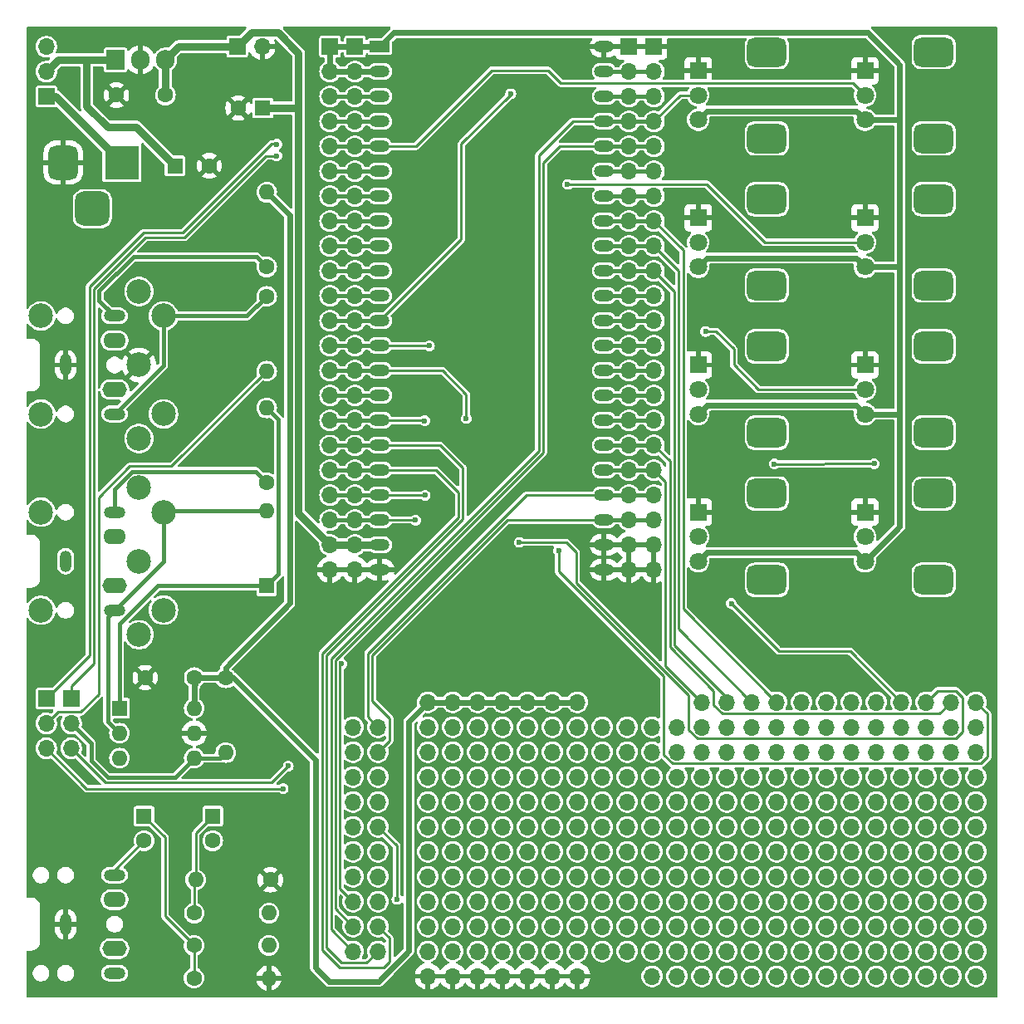
<source format=gbr>
%TF.GenerationSoftware,KiCad,Pcbnew,8.0.7*%
%TF.CreationDate,2025-05-14T18:57:59+01:00*%
%TF.ProjectId,ESP32-S3-Experimenter,45535033-322d-4533-932d-457870657269,rev?*%
%TF.SameCoordinates,Original*%
%TF.FileFunction,Copper,L1,Top*%
%TF.FilePolarity,Positive*%
%FSLAX46Y46*%
G04 Gerber Fmt 4.6, Leading zero omitted, Abs format (unit mm)*
G04 Created by KiCad (PCBNEW 8.0.7) date 2025-05-14 18:57:59*
%MOMM*%
%LPD*%
G01*
G04 APERTURE LIST*
G04 Aperture macros list*
%AMRoundRect*
0 Rectangle with rounded corners*
0 $1 Rounding radius*
0 $2 $3 $4 $5 $6 $7 $8 $9 X,Y pos of 4 corners*
0 Add a 4 corners polygon primitive as box body*
4,1,4,$2,$3,$4,$5,$6,$7,$8,$9,$2,$3,0*
0 Add four circle primitives for the rounded corners*
1,1,$1+$1,$2,$3*
1,1,$1+$1,$4,$5*
1,1,$1+$1,$6,$7*
1,1,$1+$1,$8,$9*
0 Add four rect primitives between the rounded corners*
20,1,$1+$1,$2,$3,$4,$5,0*
20,1,$1+$1,$4,$5,$6,$7,0*
20,1,$1+$1,$6,$7,$8,$9,0*
20,1,$1+$1,$8,$9,$2,$3,0*%
G04 Aperture macros list end*
%TA.AperFunction,ComponentPad*%
%ADD10O,1.700000X1.700000*%
%TD*%
%TA.AperFunction,ComponentPad*%
%ADD11R,1.700000X1.700000*%
%TD*%
%TA.AperFunction,ComponentPad*%
%ADD12C,1.600000*%
%TD*%
%TA.AperFunction,ComponentPad*%
%ADD13O,1.600000X1.600000*%
%TD*%
%TA.AperFunction,ComponentPad*%
%ADD14R,2.000000X1.200000*%
%TD*%
%TA.AperFunction,ComponentPad*%
%ADD15O,2.000000X1.200000*%
%TD*%
%TA.AperFunction,ComponentPad*%
%ADD16R,1.600000X1.600000*%
%TD*%
%TA.AperFunction,ComponentPad*%
%ADD17R,1.800000X1.800000*%
%TD*%
%TA.AperFunction,ComponentPad*%
%ADD18C,1.800000*%
%TD*%
%TA.AperFunction,ComponentPad*%
%ADD19RoundRect,0.750000X-1.250000X-0.750000X1.250000X-0.750000X1.250000X0.750000X-1.250000X0.750000X0*%
%TD*%
%TA.AperFunction,WasherPad*%
%ADD20C,2.499360*%
%TD*%
%TA.AperFunction,ComponentPad*%
%ADD21C,2.499360*%
%TD*%
%TA.AperFunction,ComponentPad*%
%ADD22O,1.200000X2.200000*%
%TD*%
%TA.AperFunction,ComponentPad*%
%ADD23O,2.200000X1.200000*%
%TD*%
%TA.AperFunction,ComponentPad*%
%ADD24O,2.300000X1.600000*%
%TD*%
%TA.AperFunction,ComponentPad*%
%ADD25O,2.500000X1.600000*%
%TD*%
%TA.AperFunction,ComponentPad*%
%ADD26R,1.905000X2.000000*%
%TD*%
%TA.AperFunction,ComponentPad*%
%ADD27O,1.905000X2.000000*%
%TD*%
%TA.AperFunction,ComponentPad*%
%ADD28R,3.500000X3.500000*%
%TD*%
%TA.AperFunction,ComponentPad*%
%ADD29RoundRect,0.750000X-0.750000X-1.000000X0.750000X-1.000000X0.750000X1.000000X-0.750000X1.000000X0*%
%TD*%
%TA.AperFunction,ComponentPad*%
%ADD30RoundRect,0.875000X-0.875000X-0.875000X0.875000X-0.875000X0.875000X0.875000X-0.875000X0.875000X0*%
%TD*%
%TA.AperFunction,ViaPad*%
%ADD31C,0.600000*%
%TD*%
%TA.AperFunction,Conductor*%
%ADD32C,0.250000*%
%TD*%
%TA.AperFunction,Conductor*%
%ADD33C,0.400000*%
%TD*%
%TA.AperFunction,Conductor*%
%ADD34C,0.600000*%
%TD*%
%TA.AperFunction,Conductor*%
%ADD35C,0.800000*%
%TD*%
G04 APERTURE END LIST*
D10*
%TO.P,,1,Pin_2*%
%TO.N,N/C*%
X99060000Y-137160000D03*
%TD*%
%TO.P,,1,Pin_2*%
%TO.N,N/C*%
X134620000Y-134620000D03*
%TD*%
%TO.P,,1,Pin_2*%
%TO.N,N/C*%
X99060000Y-127000000D03*
%TD*%
%TO.P,,1,Pin_2*%
%TO.N,N/C*%
X139700000Y-121920000D03*
%TD*%
%TO.P,,1,Pin_2*%
%TO.N,N/C*%
X132080000Y-134620000D03*
%TD*%
%TO.P,,1,Pin_2*%
%TO.N,N/C*%
X137160000Y-147320000D03*
%TD*%
%TO.P,,1,Pin_2*%
%TO.N,N/C*%
X114300000Y-147320000D03*
%TD*%
%TO.P,,1,Pin_2*%
%TO.N,N/C*%
X104140000Y-144780000D03*
%TD*%
%TO.P,,1,Pin_2*%
%TO.N,N/C*%
X134620000Y-144780000D03*
%TD*%
%TO.P,,1,Pin_2*%
%TO.N,N/C*%
X93980000Y-139700000D03*
%TD*%
%TO.P,,1,Pin_2*%
%TO.N,N/C*%
X96520000Y-124460000D03*
%TD*%
%TO.P,,1,Pin_2*%
%TO.N,N/C*%
X127000000Y-144780000D03*
%TD*%
%TO.P,,1,Pin_2*%
%TO.N,N/C*%
X144780000Y-147320000D03*
%TD*%
%TO.P,,1,Pin_2*%
%TO.N,N/C*%
X132080000Y-129540000D03*
%TD*%
%TO.P,,1,Pin_2*%
%TO.N,N/C*%
X104140000Y-142240000D03*
%TD*%
D11*
%TO.P,J12,1,Pin_1*%
%TO.N,+3V3*%
X84000000Y-52540000D03*
D10*
%TO.P,J12,2,Pin_2*%
X84000000Y-55080000D03*
%TO.P,J12,3,Pin_3*%
%TO.N,/RST*%
X84000000Y-57620000D03*
%TO.P,J12,4,Pin_4*%
%TO.N,/GPIO4*%
X84000000Y-60160000D03*
%TO.P,J12,5,Pin_5*%
%TO.N,/GPIO5*%
X84000000Y-62700000D03*
%TO.P,J12,6,Pin_6*%
%TO.N,/GPIO6*%
X84000000Y-65240000D03*
%TO.P,J12,7,Pin_7*%
%TO.N,/GPIO7*%
X84000000Y-67780000D03*
%TO.P,J12,8,Pin_8*%
%TO.N,/GPIO15*%
X84000000Y-70320000D03*
%TO.P,J12,9,Pin_9*%
%TO.N,/GPIO16*%
X84000000Y-72860000D03*
%TO.P,J12,10,Pin_10*%
%TO.N,/GPIO17*%
X84000000Y-75400000D03*
%TO.P,J12,11,Pin_11*%
%TO.N,/GPIO18*%
X84000000Y-77940000D03*
%TO.P,J12,12,Pin_12*%
%TO.N,/GPIO8*%
X84000000Y-80480000D03*
%TO.P,J12,13,Pin_13*%
%TO.N,/GPIO3*%
X84000000Y-83020000D03*
%TO.P,J12,14,Pin_14*%
%TO.N,/GPIO46*%
X84000000Y-85560000D03*
%TO.P,J12,15,Pin_15*%
%TO.N,/GPIO9*%
X84000000Y-88100000D03*
%TO.P,J12,16,Pin_16*%
%TO.N,/GPIO10*%
X84000000Y-90640000D03*
%TO.P,J12,17,Pin_17*%
%TO.N,/GPIO11*%
X84000000Y-93180000D03*
%TO.P,J12,18,Pin_18*%
%TO.N,/GPIO12*%
X84000000Y-95720000D03*
%TO.P,J12,19,Pin_19*%
%TO.N,/GPIO13*%
X84000000Y-98260000D03*
%TO.P,J12,20,Pin_20*%
%TO.N,/GPIO14*%
X84000000Y-100800000D03*
%TO.P,J12,21,Pin_21*%
%TO.N,+5V*%
X84000000Y-103340000D03*
%TO.P,J12,22,Pin_22*%
%TO.N,GND*%
X84000000Y-105880000D03*
%TD*%
%TO.P,,1,Pin_2*%
%TO.N,N/C*%
X116840000Y-127000000D03*
%TD*%
%TO.P,,1,Pin_2*%
%TO.N,N/C*%
X121920000Y-144780000D03*
%TD*%
%TO.P,,1,Pin_2*%
%TO.N,N/C*%
X96520000Y-134620000D03*
%TD*%
D11*
%TO.P,J8,1,Pin_1*%
%TO.N,/GPIO43{slash}U0TXD*%
X52540000Y-119000000D03*
D10*
%TO.P,J8,2,Pin_2*%
%TO.N,Net-(J8-Pin_2)*%
X52540000Y-121540000D03*
%TO.P,J8,3,Pin_3*%
%TO.N,/GPIO17*%
X52540000Y-124080000D03*
%TD*%
%TO.P,,1,Pin_2*%
%TO.N,N/C*%
X104140000Y-124460000D03*
%TD*%
%TO.P,,1,Pin_2*%
%TO.N,N/C*%
X114300000Y-142240000D03*
%TD*%
%TO.P,,1,Pin_2*%
%TO.N,N/C*%
X101600000Y-124460000D03*
%TD*%
D12*
%TO.P,R6,1*%
%TO.N,GND*%
X75375000Y-137475000D03*
D13*
%TO.P,R6,2*%
%TO.N,Net-(C2-Pad1)*%
X67755000Y-137475000D03*
%TD*%
D12*
%TO.P,C8,1*%
%TO.N,+5V*%
X64675000Y-57475000D03*
%TO.P,C8,2*%
%TO.N,GND*%
X59675000Y-57475000D03*
%TD*%
D11*
%TO.P,SW2,1,A*%
%TO.N,Net-(SW2-A)*%
X52540000Y-57620000D03*
D10*
%TO.P,SW2,2,B*%
%TO.N,VCC*%
X52540000Y-55080000D03*
%TO.P,SW2,3*%
%TO.N,N/C*%
X52540000Y-52540000D03*
%TD*%
%TO.P,,1,Pin_2*%
%TO.N,N/C*%
X144780000Y-121920000D03*
%TD*%
%TO.P,,1,Pin_2*%
%TO.N,N/C*%
X106680000Y-142240000D03*
%TD*%
%TO.P,,1,Pin_2*%
%TO.N,N/C*%
X142240000Y-132080000D03*
%TD*%
%TO.P,,1,Pin_2*%
%TO.N,N/C*%
X101600000Y-144780000D03*
%TD*%
D12*
%TO.P,R4,1*%
%TO.N,Net-(J4-Pad4)*%
X75000000Y-75000000D03*
D13*
%TO.P,R4,2*%
%TO.N,+3V3*%
X75000000Y-67380000D03*
%TD*%
D10*
%TO.P,,1,Pin_2*%
%TO.N,N/C*%
X137160000Y-132080000D03*
%TD*%
D11*
%TO.P,J7,1,Pin_1*%
%TO.N,/GPIO44{slash}U0RXD*%
X55080000Y-119000000D03*
D10*
%TO.P,J7,2,Pin_2*%
%TO.N,Net-(J7-Pin_2)*%
X55080000Y-121540000D03*
%TO.P,J7,3,Pin_3*%
%TO.N,/GPIO18*%
X55080000Y-124080000D03*
%TD*%
%TO.P,,1,Pin_2*%
%TO.N,N/C*%
X139700000Y-137160000D03*
%TD*%
D14*
%TO.P,U1,1,3V3*%
%TO.N,+3V3*%
X86540000Y-52540000D03*
D15*
%TO.P,U1,2,3V3*%
X86540000Y-55080000D03*
%TO.P,U1,3,CHIP_PU*%
%TO.N,/RST*%
X86540000Y-57620000D03*
%TO.P,U1,4,GPIO4/ADC1_CH3*%
%TO.N,/GPIO4*%
X86540000Y-60160000D03*
%TO.P,U1,5,GPIO5/ADC1_CH4*%
%TO.N,/GPIO5*%
X86540000Y-62700000D03*
%TO.P,U1,6,GPIO6/ADC1_CH5*%
%TO.N,/GPIO6*%
X86540000Y-65240000D03*
%TO.P,U1,7,GPIO7/ADC1_CH6*%
%TO.N,/GPIO7*%
X86540000Y-67780000D03*
%TO.P,U1,8,GPIO15/ADC2_CH4/32K_P*%
%TO.N,/GPIO15*%
X86540000Y-70320000D03*
%TO.P,U1,9,GPIO16/ADC2_CH5/32K_N*%
%TO.N,/GPIO16*%
X86540000Y-72860000D03*
%TO.P,U1,10,GPIO17/ADC2_CH6*%
%TO.N,/GPIO17*%
X86540000Y-75400000D03*
%TO.P,U1,11,GPIO18/ADC2_CH7*%
%TO.N,/GPIO18*%
X86540000Y-77940000D03*
%TO.P,U1,12,GPIO8/ADC1_CH7*%
%TO.N,/GPIO8*%
X86540000Y-80480000D03*
%TO.P,U1,13,GPIO3/ADC1_CH2*%
%TO.N,/GPIO3*%
X86540000Y-83020000D03*
%TO.P,U1,14,GPIO46*%
%TO.N,/GPIO46*%
X86540000Y-85560000D03*
%TO.P,U1,15,GPIO9/ADC1_CH8*%
%TO.N,/GPIO9*%
X86540000Y-88100000D03*
%TO.P,U1,16,GPIO10/ADC1_CH9*%
%TO.N,/GPIO10*%
X86540000Y-90640000D03*
%TO.P,U1,17,GPIO11/ADC2_CH0*%
%TO.N,/GPIO11*%
X86540000Y-93180000D03*
%TO.P,U1,18,GPIO12/ADC2_CH1*%
%TO.N,/GPIO12*%
X86540000Y-95720000D03*
%TO.P,U1,19,GPIO13/ADC2_CH2*%
%TO.N,/GPIO13*%
X86540000Y-98260000D03*
%TO.P,U1,20,GPIO14/ADC2_CH3*%
%TO.N,/GPIO14*%
X86536320Y-100797280D03*
%TO.P,U1,21,5V*%
%TO.N,+5V*%
X86536320Y-103337280D03*
%TO.P,U1,22,GND*%
%TO.N,GND*%
X86536320Y-105877280D03*
%TO.P,U1,23,GND*%
X109400000Y-105880000D03*
%TO.P,U1,24,GND*%
X109400000Y-103340000D03*
%TO.P,U1,25,GPIO19/USB_D-*%
%TO.N,/GPIO19{slash}USB_D-*%
X109400000Y-100800000D03*
%TO.P,U1,26,GPIO20/USB_D+*%
%TO.N,/GPIO20{slash}USB_D+*%
X109400000Y-98260000D03*
%TO.P,U1,27,GPIO21*%
%TO.N,/GPIO21*%
X109400000Y-95720000D03*
%TO.P,U1,28,GPIO47*%
%TO.N,/GPIO47*%
X109400000Y-93180000D03*
%TO.P,U1,29,GPIO48*%
%TO.N,/GPIO48*%
X109400000Y-90640000D03*
%TO.P,U1,30,GPIO45*%
%TO.N,/GPIO45*%
X109400000Y-88100000D03*
%TO.P,U1,31,GPIO0*%
%TO.N,/GPIO0{slash}BOOT*%
X109400000Y-85560000D03*
%TO.P,U1,32,GPIO35*%
%TO.N,/GPIO35*%
X109400000Y-83020000D03*
%TO.P,U1,33,GPIO36*%
%TO.N,/GPIO36*%
X109400000Y-80480000D03*
%TO.P,U1,34,GPIO37*%
%TO.N,/GPIO37*%
X109400000Y-77940000D03*
%TO.P,U1,35,GPIO38*%
%TO.N,/GPIO38{slash}LED*%
X109400000Y-75400000D03*
%TO.P,U1,36,GPIO39/MTCK*%
%TO.N,/GPIO39*%
X109400000Y-72860000D03*
%TO.P,U1,37,GPIO40/MTDO*%
%TO.N,/GPIO40*%
X109400000Y-70320000D03*
%TO.P,U1,38,GPIO41/MTDI*%
%TO.N,/GPIO41*%
X109400000Y-67780000D03*
%TO.P,U1,39,GPIO42/MTMS*%
%TO.N,/GPIO42*%
X109400000Y-65240000D03*
%TO.P,U1,40,GPIO2/ADC1_CH1*%
%TO.N,/GPIO2*%
X109400000Y-62700000D03*
%TO.P,U1,41,GPIO1/ADC1_CH0*%
%TO.N,/GPIO1*%
X109400000Y-60160000D03*
%TO.P,U1,42,GPIO44/U0RXD*%
%TO.N,/GPIO44{slash}U0RXD*%
X109400000Y-57620000D03*
%TO.P,U1,43,GPIO43/U0TXD*%
%TO.N,/GPIO43{slash}U0TXD*%
X109400000Y-55080000D03*
%TO.P,U1,44,GND*%
%TO.N,GND*%
X109400000Y-52540000D03*
%TD*%
D10*
%TO.P,,1,Pin_2*%
%TO.N,N/C*%
X124460000Y-144780000D03*
%TD*%
%TO.P,,1,Pin_2*%
%TO.N,N/C*%
X121920000Y-137160000D03*
%TD*%
%TO.P,,1,Pin_2*%
%TO.N,N/C*%
X106680000Y-132080000D03*
%TD*%
D16*
%TO.P,U2,1*%
%TO.N,Net-(D1-K)*%
X60000000Y-120000000D03*
D13*
%TO.P,U2,2*%
%TO.N,Net-(D1-A)*%
X60000000Y-122540000D03*
%TO.P,U2,3*%
%TO.N,unconnected-(U2-Pad3)*%
X60000000Y-125080000D03*
%TO.P,U2,4*%
%TO.N,Net-(J7-Pin_2)*%
X67620000Y-125080000D03*
%TO.P,U2,5*%
%TO.N,GND*%
X67620000Y-122540000D03*
%TO.P,U2,6*%
%TO.N,+3V3*%
X67620000Y-120000000D03*
%TD*%
D10*
%TO.P,,1,Pin_2*%
%TO.N,N/C*%
X101600000Y-142240000D03*
%TD*%
%TO.P,,1,Pin_2*%
%TO.N,N/C*%
X106680000Y-127000000D03*
%TD*%
%TO.P,,1,Pin_2*%
%TO.N,N/C*%
X124460000Y-129540000D03*
%TD*%
D17*
%TO.P,RV3,1,1*%
%TO.N,GND*%
X119000000Y-85000000D03*
D18*
%TO.P,RV3,2,2*%
%TO.N,/RV3*%
X119000000Y-87500000D03*
%TO.P,RV3,3,3*%
%TO.N,+3V3*%
X119000000Y-90000000D03*
D19*
%TO.P,RV3,MP*%
%TO.N,N/C*%
X126000000Y-83100000D03*
X126000000Y-91900000D03*
%TD*%
D10*
%TO.P,,1,Pin_2*%
%TO.N,N/C*%
X101600000Y-134620000D03*
%TD*%
%TO.P,,1,Pin_2*%
%TO.N,N/C*%
X127000000Y-139700000D03*
%TD*%
%TO.P,,1,Pin_2*%
%TO.N,N/C*%
X109220000Y-139700000D03*
%TD*%
D11*
%TO.P,J13,1,Pin_1*%
%TO.N,+3V3*%
X81460000Y-52540000D03*
D10*
%TO.P,J13,2,Pin_2*%
X81460000Y-55080000D03*
%TO.P,J13,3,Pin_3*%
%TO.N,/RST*%
X81460000Y-57620000D03*
%TO.P,J13,4,Pin_4*%
%TO.N,/GPIO4*%
X81460000Y-60160000D03*
%TO.P,J13,5,Pin_5*%
%TO.N,/GPIO5*%
X81460000Y-62700000D03*
%TO.P,J13,6,Pin_6*%
%TO.N,/GPIO6*%
X81460000Y-65240000D03*
%TO.P,J13,7,Pin_7*%
%TO.N,/GPIO7*%
X81460000Y-67780000D03*
%TO.P,J13,8,Pin_8*%
%TO.N,/GPIO15*%
X81460000Y-70320000D03*
%TO.P,J13,9,Pin_9*%
%TO.N,/GPIO16*%
X81460000Y-72860000D03*
%TO.P,J13,10,Pin_10*%
%TO.N,/GPIO17*%
X81460000Y-75400000D03*
%TO.P,J13,11,Pin_11*%
%TO.N,/GPIO18*%
X81460000Y-77940000D03*
%TO.P,J13,12,Pin_12*%
%TO.N,/GPIO8*%
X81460000Y-80480000D03*
%TO.P,J13,13,Pin_13*%
%TO.N,/GPIO3*%
X81460000Y-83020000D03*
%TO.P,J13,14,Pin_14*%
%TO.N,/GPIO46*%
X81460000Y-85560000D03*
%TO.P,J13,15,Pin_15*%
%TO.N,/GPIO9*%
X81460000Y-88100000D03*
%TO.P,J13,16,Pin_16*%
%TO.N,/GPIO10*%
X81460000Y-90640000D03*
%TO.P,J13,17,Pin_17*%
%TO.N,/GPIO11*%
X81460000Y-93180000D03*
%TO.P,J13,18,Pin_18*%
%TO.N,/GPIO12*%
X81460000Y-95720000D03*
%TO.P,J13,19,Pin_19*%
%TO.N,/GPIO13*%
X81460000Y-98260000D03*
%TO.P,J13,20,Pin_20*%
%TO.N,/GPIO14*%
X81460000Y-100800000D03*
%TO.P,J13,21,Pin_21*%
%TO.N,+5V*%
X81460000Y-103340000D03*
%TO.P,J13,22,Pin_22*%
%TO.N,GND*%
X81460000Y-105880000D03*
%TD*%
%TO.P,,1,Pin_2*%
%TO.N,N/C*%
X114300000Y-127000000D03*
%TD*%
%TO.P,,1,Pin_2*%
%TO.N,N/C*%
X127000000Y-127000000D03*
%TD*%
%TO.P,,1,Pin_2*%
%TO.N,N/C*%
X104140000Y-129540000D03*
%TD*%
%TO.P,,1,Pin_2*%
%TO.N,N/C*%
X124460000Y-121920000D03*
%TD*%
%TO.P,,1,Pin_2*%
%TO.N,N/C*%
X132080000Y-121920000D03*
%TD*%
%TO.P,,1,Pin_2*%
%TO.N,N/C*%
X99060000Y-132080000D03*
%TD*%
%TO.P,,1,Pin_2*%
%TO.N,N/C*%
X104140000Y-121920000D03*
%TD*%
%TO.P,,1,Pin_2*%
%TO.N,N/C*%
X93980000Y-124460000D03*
%TD*%
D20*
%TO.P,J3,*%
%TO.N,*%
X51992300Y-99998740D03*
X51992300Y-110001260D03*
D21*
%TO.P,J3,1*%
%TO.N,unconnected-(J3-Pad1)*%
X61987200Y-112498080D03*
%TO.P,J3,2*%
%TO.N,unconnected-(J3-Pad2)*%
X61989740Y-105000000D03*
D22*
%TO.N,unconnected-(J3-Pad2)_1*%
X54500000Y-105000000D03*
D21*
%TO.P,J3,3*%
%TO.N,unconnected-(J3-Pad3)*%
X61987200Y-97501920D03*
D23*
%TO.P,J3,4*%
%TO.N,Net-(J3-Pad4)*%
X59500000Y-100000000D03*
D21*
X64489100Y-109996180D03*
%TO.P,J3,5*%
%TO.N,Net-(D1-A)*%
X64489100Y-100003820D03*
D23*
X59500000Y-110000000D03*
D24*
%TO.P,J3,RN*%
%TO.N,N/C*%
X59500000Y-102500000D03*
D25*
%TO.P,J3,TN*%
X59500000Y-107500000D03*
%TD*%
D10*
%TO.P,,1,Pin_2*%
%TO.N,N/C*%
X93980000Y-142240000D03*
%TD*%
%TO.P,,1,Pin_2*%
%TO.N,N/C*%
X93980000Y-134620000D03*
%TD*%
%TO.P,,1,Pin_2*%
%TO.N,N/C*%
X99060000Y-139700000D03*
%TD*%
%TO.P,,1,Pin_2*%
%TO.N,N/C*%
X121920000Y-127000000D03*
%TD*%
D12*
%TO.P,R8,1*%
%TO.N,+3V3*%
X70825000Y-116900000D03*
D13*
%TO.P,R8,2*%
%TO.N,Net-(J7-Pin_2)*%
X70825000Y-124520000D03*
%TD*%
D10*
%TO.P,,1,Pin_2*%
%TO.N,N/C*%
X147320000Y-132080000D03*
%TD*%
%TO.P,,1,Pin_2*%
%TO.N,N/C*%
X124460000Y-124460000D03*
%TD*%
%TO.P,,1,Pin_2*%
%TO.N,N/C*%
X137160000Y-134620000D03*
%TD*%
D12*
%TO.P,R1,1*%
%TO.N,Net-(J3-Pad4)*%
X75000000Y-97000000D03*
D13*
%TO.P,R1,2*%
%TO.N,Net-(D1-K)*%
X75000000Y-89380000D03*
%TD*%
D10*
%TO.P,,1,Pin_2*%
%TO.N,N/C*%
X142240000Y-144780000D03*
%TD*%
D16*
%TO.P,C7,1*%
%TO.N,+5V*%
X74600000Y-58800000D03*
D12*
%TO.P,C7,2*%
%TO.N,GND*%
X72100000Y-58800000D03*
%TD*%
D10*
%TO.P,,1,Pin_2*%
%TO.N,N/C*%
X137160000Y-127000000D03*
%TD*%
%TO.P,,1,Pin_2*%
%TO.N,N/C*%
X119380000Y-134620000D03*
%TD*%
%TO.P,,1,Pin_2*%
%TO.N,N/C*%
X144780000Y-124460000D03*
%TD*%
%TO.P,,1,Pin_2*%
%TO.N,N/C*%
X134620000Y-121920000D03*
%TD*%
%TO.P,,1,Pin_2*%
%TO.N,N/C*%
X101600000Y-129540000D03*
%TD*%
%TO.P,,1,Pin_2*%
%TO.N,N/C*%
X144780000Y-132080000D03*
%TD*%
%TO.P,,1,Pin_2*%
%TO.N,N/C*%
X101600000Y-127000000D03*
%TD*%
%TO.P,,1,Pin_2*%
%TO.N,N/C*%
X129540000Y-137160000D03*
%TD*%
%TO.P,,1,Pin_2*%
%TO.N,N/C*%
X111760000Y-139700000D03*
%TD*%
%TO.P,,1,Pin_2*%
%TO.N,N/C*%
X93980000Y-137160000D03*
%TD*%
%TO.P,,1,Pin_2*%
%TO.N,N/C*%
X129540000Y-124460000D03*
%TD*%
%TO.P,,1,Pin_2*%
%TO.N,N/C*%
X116840000Y-137160000D03*
%TD*%
%TO.P,,1,Pin_2*%
%TO.N,N/C*%
X93980000Y-121920000D03*
%TD*%
%TO.P,,1,Pin_2*%
%TO.N,N/C*%
X114300000Y-132080000D03*
%TD*%
%TO.P,,1,Pin_2*%
%TO.N,N/C*%
X144780000Y-139700000D03*
%TD*%
%TO.P,,1,Pin_2*%
%TO.N,N/C*%
X93980000Y-144780000D03*
%TD*%
%TO.P,,1,Pin_2*%
%TO.N,N/C*%
X121920000Y-124460000D03*
%TD*%
%TO.P,,1,Pin_2*%
%TO.N,N/C*%
X93980000Y-127000000D03*
%TD*%
D16*
%TO.P,C2,1*%
%TO.N,Net-(C2-Pad1)*%
X69500000Y-131000000D03*
D12*
%TO.P,C2,2*%
%TO.N,Net-(C2-Pad2)*%
X69500000Y-133500000D03*
%TD*%
D10*
%TO.P,,1,Pin_2*%
%TO.N,N/C*%
X111760000Y-142240000D03*
%TD*%
%TO.P,,1,Pin_2*%
%TO.N,N/C*%
X91440000Y-137160000D03*
%TD*%
%TO.P,,1,Pin_2*%
%TO.N,N/C*%
X147320000Y-124460000D03*
%TD*%
%TO.P,,1,Pin_2*%
%TO.N,N/C*%
X137160000Y-121920000D03*
%TD*%
%TO.P,,1,Pin_2*%
%TO.N,N/C*%
X96520000Y-121920000D03*
%TD*%
%TO.P,,1,Pin_2*%
%TO.N,N/C*%
X139700000Y-129540000D03*
%TD*%
%TO.P,,1,Pin_2*%
%TO.N,N/C*%
X106680000Y-137160000D03*
%TD*%
%TO.P,,1,Pin_2*%
%TO.N,N/C*%
X132080000Y-137160000D03*
%TD*%
%TO.P,,1,Pin_2*%
%TO.N,N/C*%
X139700000Y-147320000D03*
%TD*%
%TO.P,,1,Pin_2*%
%TO.N,N/C*%
X121920000Y-139700000D03*
%TD*%
%TO.P,,1,Pin_2*%
%TO.N,N/C*%
X119380000Y-121920000D03*
%TD*%
D12*
%TO.P,C5,1*%
%TO.N,+3V3*%
X67625000Y-116875000D03*
%TO.P,C5,2*%
%TO.N,GND*%
X62625000Y-116875000D03*
%TD*%
D10*
%TO.P,,1,Pin_2*%
%TO.N,N/C*%
X104140000Y-127000000D03*
%TD*%
%TO.P,,1,Pin_2*%
%TO.N,N/C*%
X114300000Y-139700000D03*
%TD*%
D11*
%TO.P,J15,1,Pin_1*%
%TO.N,GND*%
X114480000Y-52540000D03*
D10*
%TO.P,J15,2,Pin_2*%
%TO.N,/GPIO43{slash}U0TXD*%
X114480000Y-55080000D03*
%TO.P,J15,3,Pin_3*%
%TO.N,/GPIO44{slash}U0RXD*%
X114480000Y-57620000D03*
%TO.P,J15,4,Pin_4*%
%TO.N,/GPIO1*%
X114480000Y-60160000D03*
%TO.P,J15,5,Pin_5*%
%TO.N,/GPIO2*%
X114480000Y-62700000D03*
%TO.P,J15,6,Pin_6*%
%TO.N,/GPIO42*%
X114480000Y-65240000D03*
%TO.P,J15,7,Pin_7*%
%TO.N,/GPIO41*%
X114480000Y-67780000D03*
%TO.P,J15,8,Pin_8*%
%TO.N,/GPIO40*%
X114480000Y-70320000D03*
%TO.P,J15,9,Pin_9*%
%TO.N,/GPIO39*%
X114480000Y-72860000D03*
%TO.P,J15,10,Pin_10*%
%TO.N,/GPIO38{slash}LED*%
X114480000Y-75400000D03*
%TO.P,J15,11,Pin_11*%
%TO.N,/GPIO37*%
X114480000Y-77940000D03*
%TO.P,J15,12,Pin_12*%
%TO.N,/GPIO36*%
X114480000Y-80480000D03*
%TO.P,J15,13,Pin_13*%
%TO.N,/GPIO35*%
X114480000Y-83020000D03*
%TO.P,J15,14,Pin_14*%
%TO.N,/GPIO0{slash}BOOT*%
X114480000Y-85560000D03*
%TO.P,J15,15,Pin_15*%
%TO.N,/GPIO45*%
X114480000Y-88100000D03*
%TO.P,J15,16,Pin_16*%
%TO.N,/GPIO48*%
X114480000Y-90640000D03*
%TO.P,J15,17,Pin_17*%
%TO.N,/GPIO47*%
X114480000Y-93180000D03*
%TO.P,J15,18,Pin_18*%
%TO.N,/GPIO21*%
X114480000Y-95720000D03*
%TO.P,J15,19,Pin_19*%
%TO.N,/GPIO20{slash}USB_D+*%
X114480000Y-98260000D03*
%TO.P,J15,20,Pin_20*%
%TO.N,/GPIO19{slash}USB_D-*%
X114480000Y-100800000D03*
%TO.P,J15,21,Pin_21*%
%TO.N,GND*%
X114480000Y-103340000D03*
%TO.P,J15,22,Pin_22*%
X114480000Y-105880000D03*
%TD*%
D16*
%TO.P,C3,1*%
%TO.N,Net-(C3-Pad1)*%
X62500000Y-131000000D03*
D12*
%TO.P,C3,2*%
%TO.N,Net-(C3-Pad2)*%
X62500000Y-133500000D03*
%TD*%
D10*
%TO.P,,1,Pin_2*%
%TO.N,N/C*%
X121920000Y-129540000D03*
%TD*%
%TO.P,,1,Pin_2*%
%TO.N,N/C*%
X109220000Y-121920000D03*
%TD*%
%TO.P,,1,Pin_2*%
%TO.N,N/C*%
X147320000Y-129540000D03*
%TD*%
%TO.P,,1,Pin_2*%
%TO.N,N/C*%
X116840000Y-132080000D03*
%TD*%
D17*
%TO.P,RV8,1,1*%
%TO.N,GND*%
X136000000Y-100000000D03*
D18*
%TO.P,RV8,2,2*%
%TO.N,/RV8*%
X136000000Y-102500000D03*
%TO.P,RV8,3,3*%
%TO.N,+3V3*%
X136000000Y-105000000D03*
D19*
%TO.P,RV8,MP*%
%TO.N,N/C*%
X143000000Y-98100000D03*
X143000000Y-106900000D03*
%TD*%
D10*
%TO.P,,1,Pin_2*%
%TO.N,N/C*%
X147320000Y-134620000D03*
%TD*%
%TO.P,,1,Pin_2*%
%TO.N,N/C*%
X137160000Y-139700000D03*
%TD*%
%TO.P,,1,Pin_2*%
%TO.N,N/C*%
X139700000Y-139700000D03*
%TD*%
%TO.P,,1,Pin_2*%
%TO.N,N/C*%
X144780000Y-142240000D03*
%TD*%
%TO.P,,1,Pin_2*%
%TO.N,N/C*%
X134620000Y-139700000D03*
%TD*%
D12*
%TO.P,R7,1*%
%TO.N,Net-(C3-Pad1)*%
X67600000Y-147500000D03*
D13*
%TO.P,R7,2*%
%TO.N,GND*%
X75220000Y-147500000D03*
%TD*%
D10*
%TO.P,,1,Pin_2*%
%TO.N,N/C*%
X106680000Y-124460000D03*
%TD*%
%TO.P,J16,1,Pin_1*%
%TO.N,/GPIO1*%
X83820000Y-144780000D03*
%TO.P,J16,2,Pin_2*%
%TO.N,/GPIO2*%
X83820000Y-142240000D03*
%TO.P,J16,3,Pin_3*%
%TO.N,/GPIO3*%
X83820000Y-139700000D03*
%TO.P,J16,4,Pin_4*%
%TO.N,/GPIO4*%
X83820000Y-137160000D03*
%TO.P,J16,5,Pin_5*%
%TO.N,/GPIO5*%
X83820000Y-134620000D03*
%TO.P,J16,6,Pin_6*%
%TO.N,/GPIO6*%
X83820000Y-132080000D03*
%TO.P,J16,7,Pin_7*%
%TO.N,/GPIO7*%
X83820000Y-129540000D03*
%TO.P,J16,8,Pin_8*%
%TO.N,/GPIO8*%
X83820000Y-127000000D03*
%TO.P,J16,9,Pin_9*%
%TO.N,/GPIO9*%
X83820000Y-124460000D03*
%TO.P,J16,10,Pin_10*%
%TO.N,/GPIO10*%
X83820000Y-121920000D03*
%TD*%
D17*
%TO.P,RV5,1,1*%
%TO.N,GND*%
X136000000Y-55000000D03*
D18*
%TO.P,RV5,2,2*%
%TO.N,/GPIO5*%
X136000000Y-57500000D03*
%TO.P,RV5,3,3*%
%TO.N,+3V3*%
X136000000Y-60000000D03*
D19*
%TO.P,RV5,MP*%
%TO.N,N/C*%
X143000000Y-53100000D03*
X143000000Y-61900000D03*
%TD*%
D10*
%TO.P,,1,Pin_2*%
%TO.N,N/C*%
X119380000Y-142240000D03*
%TD*%
D11*
%TO.P,J2,1,Pin_1*%
%TO.N,+5V*%
X72000000Y-52540000D03*
D10*
%TO.P,J2,2,Pin_2*%
%TO.N,GND*%
X74540000Y-52540000D03*
%TD*%
%TO.P,,1,Pin_2*%
%TO.N,N/C*%
X147320000Y-142240000D03*
%TD*%
%TO.P,,1,Pin_2*%
%TO.N,N/C*%
X99060000Y-129540000D03*
%TD*%
D17*
%TO.P,RV4,1,1*%
%TO.N,GND*%
X119000000Y-100000000D03*
D18*
%TO.P,RV4,2,2*%
%TO.N,/GPIO4*%
X119000000Y-102500000D03*
%TO.P,RV4,3,3*%
%TO.N,+3V3*%
X119000000Y-105000000D03*
D19*
%TO.P,RV4,MP*%
%TO.N,N/C*%
X126000000Y-98100000D03*
X126000000Y-106900000D03*
%TD*%
D10*
%TO.P,,1,Pin_2*%
%TO.N,N/C*%
X147320000Y-139700000D03*
%TD*%
%TO.P,,1,Pin_2*%
%TO.N,N/C*%
X139700000Y-132080000D03*
%TD*%
%TO.P,,1,Pin_2*%
%TO.N,N/C*%
X137160000Y-144780000D03*
%TD*%
D12*
%TO.P,R5,1*%
%TO.N,Net-(J4-Pad5)*%
X75000000Y-78000000D03*
D13*
%TO.P,R5,2*%
%TO.N,Net-(J8-Pin_2)*%
X75000000Y-85620000D03*
%TD*%
D12*
%TO.P,R2,1*%
%TO.N,Net-(C2-Pad1)*%
X67625000Y-140875000D03*
D13*
%TO.P,R2,2*%
%TO.N,Net-(JP2-A)*%
X75245000Y-140875000D03*
%TD*%
D10*
%TO.P,,1,Pin_2*%
%TO.N,N/C*%
X106680000Y-134620000D03*
%TD*%
%TO.P,,1,Pin_2*%
%TO.N,N/C*%
X99060000Y-121920000D03*
%TD*%
%TO.P,,1,Pin_2*%
%TO.N,N/C*%
X134620000Y-127000000D03*
%TD*%
%TO.P,,1,Pin_2*%
%TO.N,N/C*%
X147320000Y-121920000D03*
%TD*%
%TO.P,,1,Pin_2*%
%TO.N,N/C*%
X147320000Y-127000000D03*
%TD*%
%TO.P,,1,Pin_2*%
%TO.N,N/C*%
X124460000Y-147320000D03*
%TD*%
%TO.P,,1,Pin_2*%
%TO.N,N/C*%
X121920000Y-142240000D03*
%TD*%
%TO.P,,1,Pin_2*%
%TO.N,N/C*%
X142240000Y-137160000D03*
%TD*%
%TO.P,,1,Pin_2*%
%TO.N,N/C*%
X124460000Y-134620000D03*
%TD*%
%TO.P,,1,Pin_2*%
%TO.N,N/C*%
X91440000Y-142240000D03*
%TD*%
%TO.P,,1,Pin_2*%
%TO.N,N/C*%
X132080000Y-147320000D03*
%TD*%
%TO.P,,1,Pin_2*%
%TO.N,N/C*%
X139700000Y-142240000D03*
%TD*%
%TO.P,,1,Pin_2*%
%TO.N,N/C*%
X132080000Y-142240000D03*
%TD*%
%TO.P,,1,Pin_2*%
%TO.N,N/C*%
X116840000Y-121920000D03*
%TD*%
%TO.P,,1,Pin_2*%
%TO.N,N/C*%
X119380000Y-137160000D03*
%TD*%
%TO.P,,1,Pin_2*%
%TO.N,N/C*%
X101600000Y-121920000D03*
%TD*%
%TO.P,,1,Pin_2*%
%TO.N,N/C*%
X129540000Y-142240000D03*
%TD*%
%TO.P,,1,Pin_2*%
%TO.N,N/C*%
X109220000Y-127000000D03*
%TD*%
%TO.P,,1,Pin_2*%
%TO.N,N/C*%
X129540000Y-129540000D03*
%TD*%
%TO.P,,1,Pin_2*%
%TO.N,N/C*%
X134620000Y-124460000D03*
%TD*%
D16*
%TO.P,C6,1*%
%TO.N,VCC*%
X65650000Y-64690000D03*
D12*
%TO.P,C6,2*%
%TO.N,GND*%
X69150000Y-64690000D03*
%TD*%
D10*
%TO.P,,1,Pin_2*%
%TO.N,N/C*%
X106680000Y-121920000D03*
%TD*%
%TO.P,,1,Pin_2*%
%TO.N,N/C*%
X91440000Y-121920000D03*
%TD*%
%TO.P,,1,Pin_2*%
%TO.N,N/C*%
X96520000Y-129540000D03*
%TD*%
%TO.P,,1,Pin_2*%
%TO.N,N/C*%
X137160000Y-124460000D03*
%TD*%
%TO.P,,1,Pin_2*%
%TO.N,N/C*%
X144780000Y-137160000D03*
%TD*%
%TO.P,,1,Pin_2*%
%TO.N,N/C*%
X101600000Y-137160000D03*
%TD*%
%TO.P,,1,Pin_2*%
%TO.N,N/C*%
X139700000Y-144780000D03*
%TD*%
%TO.P,,1,Pin_2*%
%TO.N,N/C*%
X101600000Y-132080000D03*
%TD*%
%TO.P,,1,Pin_2*%
%TO.N,N/C*%
X132080000Y-139700000D03*
%TD*%
%TO.P,,1,Pin_2*%
%TO.N,N/C*%
X121920000Y-147320000D03*
%TD*%
%TO.P,,1,Pin_2*%
%TO.N,N/C*%
X142240000Y-129540000D03*
%TD*%
%TO.P,,1,Pin_2*%
%TO.N,N/C*%
X114300000Y-129540000D03*
%TD*%
%TO.P,,1,Pin_2*%
%TO.N,N/C*%
X109220000Y-129540000D03*
%TD*%
%TO.P,,1,Pin_2*%
%TO.N,N/C*%
X99060000Y-144780000D03*
%TD*%
%TO.P,,1,Pin_2*%
%TO.N,N/C*%
X116840000Y-147320000D03*
%TD*%
%TO.P,,1,Pin_2*%
%TO.N,N/C*%
X121920000Y-121920000D03*
%TD*%
%TO.P,,1,Pin_2*%
%TO.N,N/C*%
X91440000Y-124460000D03*
%TD*%
%TO.P,,1,Pin_2*%
%TO.N,N/C*%
X132080000Y-132080000D03*
%TD*%
%TO.P,,1,Pin_2*%
%TO.N,N/C*%
X127000000Y-134620000D03*
%TD*%
D20*
%TO.P,J4,*%
%TO.N,*%
X51992300Y-79998740D03*
X51992300Y-90001260D03*
D21*
%TO.P,J4,1*%
%TO.N,unconnected-(J4-Pad1)*%
X61987200Y-92498080D03*
%TO.P,J4,2*%
%TO.N,GND*%
X61989740Y-85000000D03*
D22*
X54500000Y-85000000D03*
D21*
%TO.P,J4,3*%
%TO.N,unconnected-(J4-Pad3)*%
X61987200Y-77501920D03*
D23*
%TO.P,J4,4*%
%TO.N,Net-(J4-Pad4)*%
X59500000Y-80000000D03*
D21*
X64489100Y-89996180D03*
%TO.P,J4,5*%
%TO.N,Net-(J4-Pad5)*%
X64489100Y-80003820D03*
D23*
X59500000Y-90000000D03*
D24*
%TO.P,J4,RN*%
%TO.N,N/C*%
X59500000Y-82500000D03*
D25*
%TO.P,J4,TN*%
X59500000Y-87500000D03*
%TD*%
D10*
%TO.P,,1,Pin_2*%
%TO.N,N/C*%
X137160000Y-129540000D03*
%TD*%
%TO.P,,1,Pin_2*%
%TO.N,N/C*%
X124460000Y-127000000D03*
%TD*%
%TO.P,,1,Pin_2*%
%TO.N,N/C*%
X111760000Y-132080000D03*
%TD*%
%TO.P,,1,Pin_2*%
%TO.N,N/C*%
X144780000Y-134620000D03*
%TD*%
%TO.P,,1,Pin_2*%
%TO.N,N/C*%
X109220000Y-134620000D03*
%TD*%
%TO.P,,1,Pin_2*%
%TO.N,N/C*%
X142240000Y-124460000D03*
%TD*%
%TO.P,,1,Pin_2*%
%TO.N,N/C*%
X99060000Y-134620000D03*
%TD*%
%TO.P,,1,Pin_2*%
%TO.N,N/C*%
X124460000Y-137160000D03*
%TD*%
D12*
%TO.P,R3,1*%
%TO.N,Net-(C3-Pad1)*%
X67600000Y-144175000D03*
D13*
%TO.P,R3,2*%
%TO.N,Net-(JP3-A)*%
X75220000Y-144175000D03*
%TD*%
D10*
%TO.P,,1,Pin_2*%
%TO.N,N/C*%
X127000000Y-129540000D03*
%TD*%
%TO.P,,1,Pin_2*%
%TO.N,N/C*%
X106680000Y-129540000D03*
%TD*%
%TO.P,,1,Pin_2*%
%TO.N,N/C*%
X139700000Y-134620000D03*
%TD*%
%TO.P,,1,Pin_2*%
%TO.N,N/C*%
X132080000Y-127000000D03*
%TD*%
%TO.P,,1,Pin_2*%
%TO.N,N/C*%
X99060000Y-142240000D03*
%TD*%
%TO.P,,1,Pin_2*%
%TO.N,N/C*%
X129540000Y-121920000D03*
%TD*%
%TO.P,,1,Pin_2*%
%TO.N,N/C*%
X121920000Y-134620000D03*
%TD*%
%TO.P,,1,Pin_2*%
%TO.N,N/C*%
X142240000Y-142240000D03*
%TD*%
%TO.P,,1,Pin_2*%
%TO.N,N/C*%
X124460000Y-132080000D03*
%TD*%
%TO.P,,1,Pin_2*%
%TO.N,N/C*%
X111760000Y-134620000D03*
%TD*%
%TO.P,,1,Pin_2*%
%TO.N,N/C*%
X96520000Y-137160000D03*
%TD*%
%TO.P,,1,Pin_2*%
%TO.N,N/C*%
X127000000Y-142240000D03*
%TD*%
%TO.P,,1,Pin_2*%
%TO.N,N/C*%
X121920000Y-132080000D03*
%TD*%
%TO.P,,1,Pin_2*%
%TO.N,N/C*%
X127000000Y-132080000D03*
%TD*%
%TO.P,,1,Pin_2*%
%TO.N,N/C*%
X111760000Y-129540000D03*
%TD*%
%TO.P,,1,Pin_2*%
%TO.N,N/C*%
X116840000Y-124460000D03*
%TD*%
%TO.P,,1,Pin_2*%
%TO.N,N/C*%
X124460000Y-142240000D03*
%TD*%
%TO.P,J10,1,Pin_1*%
%TO.N,+3V3*%
X91440000Y-119380000D03*
%TO.P,J10,2,Pin_2*%
X93980000Y-119380000D03*
%TO.P,J10,3,Pin_3*%
X96520000Y-119380000D03*
%TO.P,J10,4,Pin_4*%
X99060000Y-119380000D03*
%TO.P,J10,5,Pin_5*%
X101600000Y-119380000D03*
%TO.P,J10,6,Pin_6*%
X104140000Y-119380000D03*
%TO.P,J10,7,Pin_7*%
X106680000Y-119380000D03*
%TD*%
%TO.P,,1,Pin_2*%
%TO.N,N/C*%
X119380000Y-144780000D03*
%TD*%
%TO.P,,1,Pin_2*%
%TO.N,N/C*%
X129540000Y-134620000D03*
%TD*%
%TO.P,,1,Pin_2*%
%TO.N,N/C*%
X144780000Y-144780000D03*
%TD*%
%TO.P,,1,Pin_2*%
%TO.N,N/C*%
X96520000Y-142240000D03*
%TD*%
%TO.P,,1,Pin_2*%
%TO.N,N/C*%
X139700000Y-124460000D03*
%TD*%
%TO.P,,1,Pin_2*%
%TO.N,N/C*%
X91440000Y-144780000D03*
%TD*%
%TO.P,,1,Pin_2*%
%TO.N,N/C*%
X109220000Y-144780000D03*
%TD*%
%TO.P,,1,Pin_2*%
%TO.N,N/C*%
X116840000Y-129540000D03*
%TD*%
%TO.P,,1,Pin_2*%
%TO.N,N/C*%
X114300000Y-137160000D03*
%TD*%
%TO.P,,1,Pin_2*%
%TO.N,N/C*%
X114300000Y-134620000D03*
%TD*%
D11*
%TO.P,J5,1,Pin_1*%
%TO.N,GND*%
X111940000Y-52540000D03*
D10*
%TO.P,J5,2,Pin_2*%
%TO.N,/GPIO43{slash}U0TXD*%
X111940000Y-55080000D03*
%TO.P,J5,3,Pin_3*%
%TO.N,/GPIO44{slash}U0RXD*%
X111940000Y-57620000D03*
%TO.P,J5,4,Pin_4*%
%TO.N,/GPIO1*%
X111940000Y-60160000D03*
%TO.P,J5,5,Pin_5*%
%TO.N,/GPIO2*%
X111940000Y-62700000D03*
%TO.P,J5,6,Pin_6*%
%TO.N,/GPIO42*%
X111940000Y-65240000D03*
%TO.P,J5,7,Pin_7*%
%TO.N,/GPIO41*%
X111940000Y-67780000D03*
%TO.P,J5,8,Pin_8*%
%TO.N,/GPIO40*%
X111940000Y-70320000D03*
%TO.P,J5,9,Pin_9*%
%TO.N,/GPIO39*%
X111940000Y-72860000D03*
%TO.P,J5,10,Pin_10*%
%TO.N,/GPIO38{slash}LED*%
X111940000Y-75400000D03*
%TO.P,J5,11,Pin_11*%
%TO.N,/GPIO37*%
X111940000Y-77940000D03*
%TO.P,J5,12,Pin_12*%
%TO.N,/GPIO36*%
X111940000Y-80480000D03*
%TO.P,J5,13,Pin_13*%
%TO.N,/GPIO35*%
X111940000Y-83020000D03*
%TO.P,J5,14,Pin_14*%
%TO.N,/GPIO0{slash}BOOT*%
X111940000Y-85560000D03*
%TO.P,J5,15,Pin_15*%
%TO.N,/GPIO45*%
X111940000Y-88100000D03*
%TO.P,J5,16,Pin_16*%
%TO.N,/GPIO48*%
X111940000Y-90640000D03*
%TO.P,J5,17,Pin_17*%
%TO.N,/GPIO47*%
X111940000Y-93180000D03*
%TO.P,J5,18,Pin_18*%
%TO.N,/GPIO21*%
X111940000Y-95720000D03*
%TO.P,J5,19,Pin_19*%
%TO.N,/GPIO20{slash}USB_D+*%
X111940000Y-98260000D03*
%TO.P,J5,20,Pin_20*%
%TO.N,/GPIO19{slash}USB_D-*%
X111940000Y-100800000D03*
%TO.P,J5,21,Pin_21*%
%TO.N,GND*%
X111940000Y-103340000D03*
%TO.P,J5,22,Pin_22*%
X111940000Y-105880000D03*
%TD*%
%TO.P,,1,Pin_2*%
%TO.N,N/C*%
X91440000Y-132080000D03*
%TD*%
%TO.P,,1,Pin_2*%
%TO.N,N/C*%
X91440000Y-139700000D03*
%TD*%
%TO.P,,1,Pin_2*%
%TO.N,N/C*%
X99060000Y-124460000D03*
%TD*%
D17*
%TO.P,RV6,1,1*%
%TO.N,GND*%
X136000000Y-70000000D03*
D18*
%TO.P,RV6,2,2*%
%TO.N,/GPIO6*%
X136000000Y-72500000D03*
%TO.P,RV6,3,3*%
%TO.N,+3V3*%
X136000000Y-75000000D03*
D19*
%TO.P,RV6,MP*%
%TO.N,N/C*%
X143000000Y-68100000D03*
X143000000Y-76900000D03*
%TD*%
D10*
%TO.P,,1,Pin_2*%
%TO.N,N/C*%
X129540000Y-139700000D03*
%TD*%
%TO.P,,1,Pin_2*%
%TO.N,N/C*%
X114300000Y-124460000D03*
%TD*%
%TO.P,,1,Pin_2*%
%TO.N,N/C*%
X119380000Y-132080000D03*
%TD*%
%TO.P,,1,Pin_2*%
%TO.N,N/C*%
X139700000Y-127000000D03*
%TD*%
%TO.P,,1,Pin_2*%
%TO.N,N/C*%
X147320000Y-137160000D03*
%TD*%
%TO.P,,1,Pin_2*%
%TO.N,N/C*%
X111760000Y-124460000D03*
%TD*%
%TO.P,,1,Pin_2*%
%TO.N,N/C*%
X111760000Y-121920000D03*
%TD*%
%TO.P,,1,Pin_2*%
%TO.N,N/C*%
X106680000Y-144780000D03*
%TD*%
%TO.P,,1,Pin_2*%
%TO.N,N/C*%
X129540000Y-132080000D03*
%TD*%
%TO.P,,1,Pin_2*%
%TO.N,N/C*%
X104140000Y-134620000D03*
%TD*%
%TO.P,,1,Pin_2*%
%TO.N,N/C*%
X134620000Y-129540000D03*
%TD*%
%TO.P,,1,Pin_2*%
%TO.N,N/C*%
X93980000Y-132080000D03*
%TD*%
D26*
%TO.P,U3,1,IN*%
%TO.N,VCC*%
X59580000Y-53885000D03*
D27*
%TO.P,U3,2,GND*%
%TO.N,GND*%
X62120000Y-53885000D03*
%TO.P,U3,3,OUT*%
%TO.N,+5V*%
X64660000Y-53885000D03*
%TD*%
D10*
%TO.P,J11,1,Pin_1*%
%TO.N,GND*%
X91440000Y-147320000D03*
%TO.P,J11,2,Pin_2*%
X93980000Y-147320000D03*
%TO.P,J11,3,Pin_3*%
X96520000Y-147320000D03*
%TO.P,J11,4,Pin_4*%
X99060000Y-147320000D03*
%TO.P,J11,5,Pin_5*%
X101600000Y-147320000D03*
%TO.P,J11,6,Pin_6*%
X104140000Y-147320000D03*
%TO.P,J11,7,Pin_7*%
X106680000Y-147320000D03*
%TD*%
%TO.P,,1,Pin_2*%
%TO.N,N/C*%
X116840000Y-134620000D03*
%TD*%
D28*
%TO.P,J1,1*%
%TO.N,Net-(SW2-A)*%
X60250000Y-64360000D03*
D29*
%TO.P,J1,2*%
%TO.N,GND*%
X54250000Y-64360000D03*
D30*
%TO.P,J1,3*%
%TO.N,unconnected-(J1-Pad3)*%
X57250000Y-69060000D03*
%TD*%
D10*
%TO.P,,1,Pin_2*%
%TO.N,N/C*%
X109220000Y-132080000D03*
%TD*%
%TO.P,,1,Pin_2*%
%TO.N,N/C*%
X137160000Y-142240000D03*
%TD*%
%TO.P,,1,Pin_2*%
%TO.N,N/C*%
X147320000Y-144780000D03*
%TD*%
%TO.P,J17,1,Pin_1*%
%TO.N,/GPIO11*%
X86360000Y-144780000D03*
%TO.P,J17,2,Pin_2*%
%TO.N,/GPIO12*%
X86360000Y-142240000D03*
%TO.P,J17,3,Pin_3*%
%TO.N,/GPIO13*%
X86360000Y-139700000D03*
%TO.P,J17,4,Pin_4*%
%TO.N,/GPIO14*%
X86360000Y-137160000D03*
%TO.P,J17,5,Pin_5*%
%TO.N,/GPIO15*%
X86360000Y-134620000D03*
%TO.P,J17,6,Pin_6*%
%TO.N,/GPIO16*%
X86360000Y-132080000D03*
%TO.P,J17,7,Pin_7*%
%TO.N,/GPIO17*%
X86360000Y-129540000D03*
%TO.P,J17,8,Pin_8*%
%TO.N,/GPIO18*%
X86360000Y-127000000D03*
%TO.P,J17,9,Pin_9*%
%TO.N,/GPIO19{slash}USB_D-*%
X86360000Y-124460000D03*
%TO.P,J17,10,Pin_10*%
%TO.N,/GPIO20{slash}USB_D+*%
X86360000Y-121920000D03*
%TD*%
%TO.P,,1,Pin_2*%
%TO.N,N/C*%
X132080000Y-144780000D03*
%TD*%
%TO.P,,1,Pin_2*%
%TO.N,N/C*%
X104140000Y-139700000D03*
%TD*%
%TO.P,,1,Pin_2*%
%TO.N,N/C*%
X127000000Y-147320000D03*
%TD*%
%TO.P,,1,Pin_2*%
%TO.N,N/C*%
X119380000Y-129540000D03*
%TD*%
%TO.P,,1,Pin_2*%
%TO.N,N/C*%
X127000000Y-137160000D03*
%TD*%
%TO.P,,1,Pin_2*%
%TO.N,N/C*%
X109220000Y-124460000D03*
%TD*%
%TO.P,,1,Pin_2*%
%TO.N,N/C*%
X109220000Y-137160000D03*
%TD*%
%TO.P,,1,Pin_2*%
%TO.N,N/C*%
X93980000Y-129540000D03*
%TD*%
%TO.P,,1,Pin_2*%
%TO.N,N/C*%
X111760000Y-144780000D03*
%TD*%
%TO.P,,1,Pin_2*%
%TO.N,N/C*%
X96520000Y-144780000D03*
%TD*%
%TO.P,,1,Pin_2*%
%TO.N,N/C*%
X142240000Y-147320000D03*
%TD*%
%TO.P,,1,Pin_2*%
%TO.N,N/C*%
X96520000Y-139700000D03*
%TD*%
D17*
%TO.P,RV7,1,1*%
%TO.N,GND*%
X136000000Y-85000000D03*
D18*
%TO.P,RV7,2,2*%
%TO.N,/GPIO7*%
X136000000Y-87500000D03*
%TO.P,RV7,3,3*%
%TO.N,+3V3*%
X136000000Y-90000000D03*
D19*
%TO.P,RV7,MP*%
%TO.N,N/C*%
X143000000Y-83100000D03*
X143000000Y-91900000D03*
%TD*%
D10*
%TO.P,,1,Pin_2*%
%TO.N,N/C*%
X96520000Y-127000000D03*
%TD*%
D16*
%TO.P,D1,1,K*%
%TO.N,Net-(D1-K)*%
X75000000Y-107500000D03*
D13*
%TO.P,D1,2,A*%
%TO.N,Net-(D1-A)*%
X75000000Y-99880000D03*
%TD*%
D10*
%TO.P,,1,Pin_2*%
%TO.N,N/C*%
X134620000Y-147320000D03*
%TD*%
%TO.P,,1,Pin_2*%
%TO.N,N/C*%
X109220000Y-142240000D03*
%TD*%
%TO.P,,1,Pin_2*%
%TO.N,N/C*%
X129540000Y-127000000D03*
%TD*%
D23*
%TO.P,J6,R*%
%TO.N,Net-(C3-Pad2)*%
X59500000Y-137000000D03*
D24*
%TO.P,J6,RN*%
%TO.N,N/C*%
X59500000Y-139500000D03*
D22*
%TO.P,J6,S*%
%TO.N,GND*%
X54500000Y-142000000D03*
D23*
%TO.P,J6,T*%
%TO.N,Net-(C2-Pad2)*%
X59500000Y-147000000D03*
D25*
%TO.P,J6,TN*%
%TO.N,N/C*%
X59500000Y-144500000D03*
%TD*%
D10*
%TO.P,,1,Pin_2*%
%TO.N,N/C*%
X119380000Y-127000000D03*
%TD*%
%TO.P,,1,Pin_2*%
%TO.N,N/C*%
X127000000Y-124460000D03*
%TD*%
%TO.P,,1,Pin_2*%
%TO.N,N/C*%
X132080000Y-124460000D03*
%TD*%
D17*
%TO.P,RV2,1,1*%
%TO.N,GND*%
X119000000Y-70000000D03*
D18*
%TO.P,RV2,2,2*%
%TO.N,/GPIO2*%
X119000000Y-72500000D03*
%TO.P,RV2,3,3*%
%TO.N,+3V3*%
X119000000Y-75000000D03*
D19*
%TO.P,RV2,MP*%
%TO.N,N/C*%
X126000000Y-68100000D03*
X126000000Y-76900000D03*
%TD*%
D10*
%TO.P,,1,Pin_2*%
%TO.N,N/C*%
X91440000Y-127000000D03*
%TD*%
%TO.P,,1,Pin_2*%
%TO.N,N/C*%
X129540000Y-144780000D03*
%TD*%
%TO.P,,1,Pin_2*%
%TO.N,N/C*%
X134620000Y-142240000D03*
%TD*%
%TO.P,,1,Pin_2*%
%TO.N,N/C*%
X142240000Y-121920000D03*
%TD*%
%TO.P,,1,Pin_2*%
%TO.N,N/C*%
X104140000Y-132080000D03*
%TD*%
%TO.P,,1,Pin_2*%
%TO.N,N/C*%
X144780000Y-129540000D03*
%TD*%
%TO.P,,1,Pin_2*%
%TO.N,N/C*%
X114300000Y-144780000D03*
%TD*%
%TO.P,,1,Pin_2*%
%TO.N,N/C*%
X142240000Y-134620000D03*
%TD*%
%TO.P,,1,Pin_2*%
%TO.N,N/C*%
X119380000Y-147320000D03*
%TD*%
%TO.P,J14,1,Pin_1*%
%TO.N,/GPIO21*%
X119380000Y-119380000D03*
%TO.P,J14,2,Pin_2*%
%TO.N,/GPIO38{slash}LED*%
X121920000Y-119380000D03*
%TO.P,J14,3,Pin_3*%
%TO.N,/GPIO39*%
X124460000Y-119380000D03*
%TO.P,J14,4,Pin_4*%
%TO.N,/GPIO40*%
X127000000Y-119380000D03*
%TO.P,J14,5,Pin_5*%
%TO.N,/GPIO41*%
X129540000Y-119380000D03*
%TO.P,J14,6,Pin_6*%
%TO.N,/GPIO42*%
X132080000Y-119380000D03*
%TO.P,J14,7,Pin_7*%
%TO.N,/GPIO43{slash}U0TXD*%
X134620000Y-119380000D03*
%TO.P,J14,8,Pin_8*%
%TO.N,/GPIO44{slash}U0RXD*%
X137160000Y-119380000D03*
%TO.P,J14,9,Pin_9*%
%TO.N,/GPIO45*%
X139700000Y-119380000D03*
%TO.P,J14,10,Pin_10*%
%TO.N,/GPIO46*%
X142240000Y-119380000D03*
%TO.P,J14,11,Pin_11*%
%TO.N,/GPIO47*%
X144780000Y-119380000D03*
%TO.P,J14,12,Pin_12*%
%TO.N,/GPIO48*%
X147320000Y-119380000D03*
%TD*%
%TO.P,,1,Pin_2*%
%TO.N,N/C*%
X142240000Y-139700000D03*
%TD*%
%TO.P,,1,Pin_2*%
%TO.N,N/C*%
X147320000Y-147320000D03*
%TD*%
%TO.P,,1,Pin_2*%
%TO.N,N/C*%
X134620000Y-137160000D03*
%TD*%
%TO.P,,1,Pin_2*%
%TO.N,N/C*%
X111760000Y-137160000D03*
%TD*%
%TO.P,,1,Pin_2*%
%TO.N,N/C*%
X91440000Y-129540000D03*
%TD*%
%TO.P,,1,Pin_2*%
%TO.N,N/C*%
X101600000Y-139700000D03*
%TD*%
%TO.P,,1,Pin_2*%
%TO.N,N/C*%
X114300000Y-121920000D03*
%TD*%
%TO.P,,1,Pin_2*%
%TO.N,N/C*%
X96520000Y-132080000D03*
%TD*%
D17*
%TO.P,RV1,1,1*%
%TO.N,GND*%
X119000000Y-55000000D03*
D18*
%TO.P,RV1,2,2*%
%TO.N,/GPIO1*%
X119000000Y-57500000D03*
%TO.P,RV1,3,3*%
%TO.N,+3V3*%
X119000000Y-60000000D03*
D19*
%TO.P,RV1,MP*%
%TO.N,N/C*%
X126000000Y-53100000D03*
X126000000Y-61900000D03*
%TD*%
D10*
%TO.P,,1,Pin_2*%
%TO.N,N/C*%
X119380000Y-139700000D03*
%TD*%
%TO.P,,1,Pin_2*%
%TO.N,N/C*%
X104140000Y-137160000D03*
%TD*%
%TO.P,,1,Pin_2*%
%TO.N,N/C*%
X111760000Y-127000000D03*
%TD*%
%TO.P,,1,Pin_2*%
%TO.N,N/C*%
X116840000Y-144780000D03*
%TD*%
%TO.P,,1,Pin_2*%
%TO.N,N/C*%
X106680000Y-139700000D03*
%TD*%
%TO.P,,1,Pin_2*%
%TO.N,N/C*%
X119380000Y-124460000D03*
%TD*%
%TO.P,,1,Pin_2*%
%TO.N,N/C*%
X137160000Y-137160000D03*
%TD*%
%TO.P,,1,Pin_2*%
%TO.N,N/C*%
X124460000Y-139700000D03*
%TD*%
%TO.P,,1,Pin_2*%
%TO.N,N/C*%
X116840000Y-139700000D03*
%TD*%
%TO.P,,1,Pin_2*%
%TO.N,N/C*%
X142240000Y-127000000D03*
%TD*%
%TO.P,,1,Pin_2*%
%TO.N,N/C*%
X116840000Y-142240000D03*
%TD*%
%TO.P,,1,Pin_2*%
%TO.N,N/C*%
X134620000Y-132080000D03*
%TD*%
%TO.P,,1,Pin_2*%
%TO.N,N/C*%
X91440000Y-134620000D03*
%TD*%
%TO.P,,1,Pin_2*%
%TO.N,N/C*%
X127000000Y-121920000D03*
%TD*%
%TO.P,,1,Pin_2*%
%TO.N,N/C*%
X144780000Y-127000000D03*
%TD*%
%TO.P,,1,Pin_2*%
%TO.N,N/C*%
X129540000Y-147320000D03*
%TD*%
D31*
%TO.N,GND*%
X72425000Y-120275000D03*
X101125000Y-88325000D03*
X52000000Y-127650000D03*
X139350000Y-51275000D03*
X135850000Y-117225000D03*
X92725000Y-99325000D03*
X122575000Y-66975000D03*
X65125000Y-73000000D03*
X78200000Y-121100000D03*
X101075000Y-79325000D03*
X77125000Y-124475000D03*
X113800000Y-117375000D03*
X132725000Y-91625000D03*
X90375000Y-70200000D03*
X106675000Y-64450000D03*
X125975000Y-101625000D03*
X65250000Y-143940000D03*
X83925000Y-119675000D03*
X73900000Y-109900000D03*
X100475000Y-93500000D03*
X126200000Y-85925000D03*
X95575000Y-73675000D03*
X64825000Y-92825000D03*
X66125000Y-129600000D03*
X93850000Y-109725000D03*
X127475000Y-116150000D03*
X72600000Y-125875000D03*
X98700000Y-61750000D03*
X132850000Y-101775000D03*
X106175000Y-54825000D03*
X138050000Y-88050000D03*
X72775000Y-68750000D03*
X100975000Y-67200000D03*
X132750000Y-96925000D03*
X121700000Y-61025000D03*
X72500000Y-129975000D03*
X98600000Y-56250000D03*
X105575000Y-85450000D03*
X92600000Y-115825000D03*
X130750000Y-52925000D03*
X77850000Y-142225000D03*
X55225000Y-73425000D03*
X142750000Y-72300000D03*
X121750000Y-76150000D03*
X132725000Y-110100000D03*
X96975000Y-101450000D03*
X59250000Y-129575000D03*
X117125000Y-62600000D03*
X105475000Y-88575000D03*
X74250000Y-82275000D03*
X81425000Y-111575000D03*
X91100000Y-53725000D03*
X78775000Y-115575000D03*
X127475000Y-112100000D03*
X119350000Y-95350000D03*
X106900000Y-96275000D03*
X137550000Y-115225000D03*
X98900000Y-104500000D03*
X127250000Y-70900000D03*
X63200000Y-135425000D03*
X102475000Y-61725000D03*
X143225000Y-57275000D03*
X62550000Y-141400000D03*
X143200000Y-102475000D03*
X121025000Y-92575000D03*
X93450000Y-89225000D03*
X65175000Y-69775000D03*
X133025000Y-79800000D03*
X102700000Y-96475000D03*
X97550000Y-67200000D03*
X72750000Y-115925000D03*
X114125000Y-112450000D03*
X101400000Y-73400000D03*
X122225000Y-80650000D03*
X66080000Y-139360000D03*
X84175000Y-108675000D03*
X123125000Y-90525000D03*
X86825000Y-115500000D03*
X106625000Y-101975000D03*
X89575000Y-60575000D03*
X65125000Y-76725000D03*
X92750000Y-62900000D03*
X101075000Y-85575000D03*
X86775000Y-118425000D03*
X130000000Y-57575000D03*
X105575000Y-81625000D03*
X104700000Y-69275000D03*
X62650000Y-125700000D03*
X96600000Y-97825000D03*
X121650000Y-57500000D03*
X103050000Y-56500000D03*
X84100000Y-115100000D03*
X65990000Y-134800000D03*
X143125000Y-87500000D03*
X123575000Y-72575000D03*
%TO.N,/GPIO44{slash}U0RXD*%
X76025000Y-63675000D03*
%TO.N,/GPIO48*%
X104775000Y-103925000D03*
%TO.N,/GPIO43{slash}U0TXD*%
X76050000Y-62500000D03*
%TO.N,/GPIO45*%
X122375000Y-109325000D03*
%TO.N,/GPIO18*%
X77200000Y-125875000D03*
%TO.N,/GPIO17*%
X76675000Y-128200000D03*
%TO.N,/GPIO6*%
X105675000Y-66575000D03*
%TO.N,/GPIO8*%
X99887500Y-57362500D03*
%TO.N,/GPIO3*%
X91600000Y-83050000D03*
X82650000Y-115475000D03*
%TO.N,/GPIO13*%
X91150000Y-98275000D03*
%TO.N,/GPIO16*%
X88275000Y-139475000D03*
%TO.N,/GPIO10*%
X126750000Y-95100000D03*
X136950000Y-95075000D03*
X91100000Y-90675000D03*
%TO.N,/GPIO14*%
X90175000Y-100825000D03*
%TO.N,/GPIO7*%
X119750000Y-81575000D03*
%TO.N,/GPIO46*%
X95350000Y-90450000D03*
X100750000Y-103075000D03*
%TD*%
D32*
%TO.N,Net-(C2-Pad1)*%
X67755000Y-132745000D02*
X69500000Y-131000000D01*
X67755000Y-137475000D02*
X67755000Y-132745000D01*
X67625000Y-140875000D02*
X67625000Y-137605000D01*
X67625000Y-137605000D02*
X67755000Y-137475000D01*
%TO.N,Net-(C3-Pad2)*%
X59500000Y-137000000D02*
X59500000Y-136500000D01*
X59500000Y-136500000D02*
X62500000Y-133500000D01*
%TO.N,Net-(C3-Pad1)*%
X64630000Y-141205000D02*
X64630000Y-133130000D01*
X64630000Y-133130000D02*
X62500000Y-131000000D01*
X67600000Y-144175000D02*
X64630000Y-141205000D01*
X67600000Y-147500000D02*
X67600000Y-144175000D01*
D33*
%TO.N,GND*%
X79780000Y-91930000D02*
X88720000Y-91930000D01*
D34*
%TO.N,+3V3*%
X139550000Y-60075000D02*
X139550000Y-54400000D01*
X70825000Y-115825000D02*
X70825000Y-116900000D01*
X77350000Y-109300000D02*
X70825000Y-115825000D01*
X79975000Y-125250000D02*
X79975000Y-146450000D01*
X136000000Y-90000000D02*
X139525000Y-90000000D01*
X136000000Y-75000000D02*
X139525000Y-75000000D01*
X86383884Y-147850000D02*
X89475000Y-144758884D01*
X119900000Y-59100000D02*
X135100000Y-59100000D01*
X81460000Y-52540000D02*
X81460000Y-55080000D01*
X139475000Y-60000000D02*
X139550000Y-60075000D01*
X139550000Y-89975000D02*
X139550000Y-101450000D01*
X71625000Y-116900000D02*
X79975000Y-125250000D01*
X89475000Y-121345000D02*
X91440000Y-119380000D01*
X89475000Y-144758884D02*
X89475000Y-121345000D01*
X75000000Y-67380000D02*
X77350000Y-69730000D01*
X139550000Y-60075000D02*
X139550000Y-74975000D01*
X79975000Y-146450000D02*
X81375000Y-147850000D01*
X70800000Y-116875000D02*
X70825000Y-116900000D01*
X70825000Y-116900000D02*
X71625000Y-116900000D01*
X119900000Y-89100000D02*
X135100000Y-89100000D01*
X135100000Y-89100000D02*
X136000000Y-90000000D01*
X139550000Y-101450000D02*
X136000000Y-105000000D01*
X106680000Y-119380000D02*
X91440000Y-119380000D01*
X86540000Y-55080000D02*
X81460000Y-55080000D01*
X67620000Y-117675000D02*
X67620000Y-116880000D01*
X135100000Y-59100000D02*
X136000000Y-60000000D01*
X119000000Y-105000000D02*
X119900000Y-104100000D01*
X119900000Y-74100000D02*
X135100000Y-74100000D01*
X119000000Y-60000000D02*
X119900000Y-59100000D01*
X139525000Y-90000000D02*
X139550000Y-89975000D01*
X67620000Y-120000000D02*
X67620000Y-117675000D01*
X67625000Y-116875000D02*
X70800000Y-116875000D01*
X86540000Y-52540000D02*
X81460000Y-52540000D01*
X139550000Y-74975000D02*
X139550000Y-89975000D01*
X135100000Y-104100000D02*
X136000000Y-105000000D01*
X136000000Y-60000000D02*
X139475000Y-60000000D01*
X119900000Y-104100000D02*
X135100000Y-104100000D01*
X67745000Y-117550000D02*
X67620000Y-117675000D01*
X136250000Y-51100000D02*
X87980000Y-51100000D01*
X119000000Y-90000000D02*
X119900000Y-89100000D01*
X139525000Y-75000000D02*
X139550000Y-74975000D01*
X67620000Y-116880000D02*
X67625000Y-116875000D01*
X135100000Y-74100000D02*
X136000000Y-75000000D01*
X77350000Y-69730000D02*
X77350000Y-109300000D01*
X87980000Y-51100000D02*
X86540000Y-52540000D01*
X139550000Y-54400000D02*
X136250000Y-51100000D01*
X119000000Y-75000000D02*
X119900000Y-74100000D01*
X81375000Y-147850000D02*
X86383884Y-147850000D01*
D35*
%TO.N,VCC*%
X56650000Y-53885000D02*
X53735000Y-53885000D01*
X53735000Y-53885000D02*
X52540000Y-55080000D01*
X56650000Y-53885000D02*
X56650000Y-58600000D01*
X56650000Y-58600000D02*
X58825000Y-60775000D01*
X61685000Y-60725000D02*
X65650000Y-64690000D01*
X58875000Y-60725000D02*
X61685000Y-60725000D01*
X59580000Y-53885000D02*
X56650000Y-53885000D01*
X58825000Y-60775000D02*
X58875000Y-60725000D01*
%TO.N,+5V*%
X64660000Y-57460000D02*
X64675000Y-57475000D01*
X78250000Y-58725000D02*
X78175000Y-58800000D01*
X81460000Y-103340000D02*
X78250000Y-100130000D01*
X72000000Y-52540000D02*
X73450000Y-51090000D01*
X86536320Y-103337280D02*
X81462720Y-103337280D01*
X73450000Y-51090000D02*
X76140000Y-51090000D01*
X66005000Y-52540000D02*
X64660000Y-53885000D01*
X78250000Y-58725000D02*
X78250000Y-61500000D01*
X81462720Y-103337280D02*
X81460000Y-103340000D01*
X72000000Y-52540000D02*
X66005000Y-52540000D01*
X76140000Y-51090000D02*
X78250000Y-53200000D01*
X78250000Y-53200000D02*
X78250000Y-58725000D01*
X78250000Y-100130000D02*
X78250000Y-61500000D01*
X78175000Y-58800000D02*
X74600000Y-58800000D01*
X64660000Y-53885000D02*
X64660000Y-57460000D01*
D33*
%TO.N,Net-(D1-K)*%
X75000000Y-89380000D02*
X76200000Y-90580000D01*
X76200000Y-106300000D02*
X75000000Y-107500000D01*
X60000000Y-120000000D02*
X60000000Y-111414214D01*
X60000000Y-111414214D02*
X63914214Y-107500000D01*
X76200000Y-90580000D02*
X76200000Y-106300000D01*
X63914214Y-107500000D02*
X75000000Y-107500000D01*
%TO.N,Net-(D1-A)*%
X75000000Y-99880000D02*
X64612920Y-99880000D01*
X64489100Y-105010900D02*
X59500000Y-110000000D01*
X58800000Y-110700000D02*
X58800000Y-121340000D01*
X58800000Y-121340000D02*
X60000000Y-122540000D01*
X64612920Y-99880000D02*
X64489100Y-100003820D01*
X59500000Y-110000000D02*
X58800000Y-110700000D01*
X64489100Y-100003820D02*
X64489100Y-105010900D01*
D35*
%TO.N,Net-(SW2-A)*%
X52540000Y-57620000D02*
X53510000Y-57620000D01*
X53510000Y-57620000D02*
X60250000Y-64360000D01*
D33*
%TO.N,Net-(J3-Pad4)*%
X73852240Y-95852240D02*
X61272760Y-95852240D01*
X75000000Y-97000000D02*
X73852240Y-95852240D01*
X61272760Y-95852240D02*
X59500000Y-97625000D01*
X59500000Y-97625000D02*
X59500000Y-100000000D01*
%TO.N,Net-(J4-Pad5)*%
X64489100Y-85010900D02*
X64489100Y-80003820D01*
X59500000Y-90000000D02*
X64489100Y-85010900D01*
X72996180Y-80003820D02*
X75000000Y-78000000D01*
X64489100Y-80003820D02*
X72996180Y-80003820D01*
%TO.N,Net-(J4-Pad4)*%
X73975000Y-73975000D02*
X75000000Y-75000000D01*
X61446231Y-73921231D02*
X61500000Y-73975000D01*
X59500000Y-80000000D02*
X59475000Y-80000000D01*
X57925000Y-77442462D02*
X61446231Y-73921231D01*
X57925000Y-78450000D02*
X57925000Y-77442462D01*
X59475000Y-80000000D02*
X57925000Y-78450000D01*
X61500000Y-73975000D02*
X73975000Y-73975000D01*
%TO.N,/GPIO42*%
X109400000Y-65240000D02*
X114480000Y-65240000D01*
D32*
%TO.N,/GPIO1*%
X81575000Y-114913604D02*
X102750000Y-93738604D01*
X102750000Y-93738604D02*
X102750000Y-63625000D01*
X117140000Y-57500000D02*
X114480000Y-60160000D01*
X102750000Y-63625000D02*
X106215000Y-60160000D01*
X81575000Y-142535000D02*
X81575000Y-114913604D01*
X119000000Y-57500000D02*
X117140000Y-57500000D01*
X106215000Y-60160000D02*
X109400000Y-60160000D01*
D33*
X109400000Y-60160000D02*
X114480000Y-60160000D01*
D32*
X83820000Y-144780000D02*
X81575000Y-142535000D01*
D33*
%TO.N,/GPIO35*%
X114480000Y-83020000D02*
X109400000Y-83020000D01*
D32*
%TO.N,/GPIO44{slash}U0RXD*%
X66625000Y-71975000D02*
X62650000Y-71975000D01*
X55080000Y-117720000D02*
X55080000Y-119000000D01*
X62650000Y-71975000D02*
X57400000Y-77225000D01*
D33*
X114480000Y-57620000D02*
X109400000Y-57620000D01*
D32*
X76100000Y-63700000D02*
X74900000Y-63700000D01*
X57400000Y-77225000D02*
X57400000Y-115400000D01*
X74900000Y-63700000D02*
X66625000Y-71975000D01*
X76125000Y-63725000D02*
X76100000Y-63700000D01*
X57400000Y-115400000D02*
X55080000Y-117720000D01*
D33*
%TO.N,/GPIO37*%
X114480000Y-77940000D02*
X109400000Y-77940000D01*
D32*
%TO.N,/GPIO47*%
X143605000Y-120555000D02*
X121433299Y-120555000D01*
X116105000Y-113755000D02*
X116105000Y-94805000D01*
X120555000Y-118205000D02*
X116105000Y-113755000D01*
D33*
X109400000Y-93180000D02*
X114480000Y-93180000D01*
D32*
X116105000Y-94805000D02*
X114480000Y-93180000D01*
X121433299Y-120555000D02*
X120555000Y-119676701D01*
X120555000Y-119676701D02*
X120555000Y-118205000D01*
X144780000Y-119380000D02*
X143605000Y-120555000D01*
%TO.N,/GPIO21*%
X115655000Y-96895000D02*
X114480000Y-95720000D01*
X119380000Y-119380000D02*
X115655000Y-115655000D01*
X115655000Y-115655000D02*
X115655000Y-96895000D01*
D33*
X114480000Y-95720000D02*
X109400000Y-95720000D01*
%TO.N,/GPIO2*%
X114480000Y-62700000D02*
X109400000Y-62700000D01*
D32*
X83820000Y-142240000D02*
X82025000Y-140445000D01*
X83820000Y-142240000D02*
X83290000Y-142240000D01*
X103200000Y-64350000D02*
X104850000Y-62700000D01*
X103200000Y-93925000D02*
X103200000Y-64350000D01*
X82025000Y-140445000D02*
X82025000Y-115100000D01*
X82025000Y-115100000D02*
X103200000Y-93925000D01*
X104850000Y-62700000D02*
X109400000Y-62700000D01*
%TO.N,/GPIO20{slash}USB_D+*%
X85325000Y-114400000D02*
X101465000Y-98260000D01*
D33*
X109400000Y-98260000D02*
X114480000Y-98260000D01*
D32*
X85325000Y-120885000D02*
X85325000Y-114400000D01*
X101465000Y-98260000D02*
X109400000Y-98260000D01*
X86360000Y-121920000D02*
X85325000Y-120885000D01*
%TO.N,/GPIO48*%
X148495000Y-120555000D02*
X148495000Y-124955000D01*
X147815000Y-125635000D02*
X116353299Y-125635000D01*
X115475000Y-116747792D02*
X104775000Y-106047792D01*
X104775000Y-106047792D02*
X104775000Y-103925000D01*
D33*
X114480000Y-90640000D02*
X109400000Y-90640000D01*
D32*
X116353299Y-125635000D02*
X115475000Y-124756701D01*
X148495000Y-124955000D02*
X147815000Y-125635000D01*
X115475000Y-124756701D02*
X115475000Y-116747792D01*
X147320000Y-119380000D02*
X148495000Y-120555000D01*
%TO.N,/GPIO40*%
X127000000Y-119380000D02*
X117455000Y-109835000D01*
D33*
X109400000Y-70320000D02*
X114480000Y-70320000D01*
D32*
X117455000Y-73295000D02*
X114480000Y-70320000D01*
X117455000Y-109835000D02*
X117455000Y-73295000D01*
%TO.N,/GPIO43{slash}U0TXD*%
X62425000Y-71525000D02*
X66438604Y-71525000D01*
X56950000Y-77000000D02*
X62425000Y-71525000D01*
X56950000Y-114590000D02*
X56950000Y-77000000D01*
X76006802Y-62456802D02*
X76050000Y-62500000D01*
X66438604Y-71525000D02*
X75506802Y-62456802D01*
X52540000Y-119000000D02*
X56950000Y-114590000D01*
X75506802Y-62456802D02*
X76006802Y-62456802D01*
D33*
X114480000Y-55080000D02*
X109400000Y-55080000D01*
D32*
%TO.N,/GPIO38{slash}LED*%
X116555000Y-77475000D02*
X114480000Y-75400000D01*
X121920000Y-118933604D02*
X116555000Y-113568604D01*
X116555000Y-113568604D02*
X116555000Y-77475000D01*
X121920000Y-119380000D02*
X121920000Y-118933604D01*
D33*
X109400000Y-75400000D02*
X114480000Y-75400000D01*
%TO.N,/GPIO19{slash}USB_D-*%
X114480000Y-100800000D02*
X109400000Y-100800000D01*
D32*
X87535000Y-121025000D02*
X85775000Y-119265000D01*
X87535000Y-123285000D02*
X87535000Y-121025000D01*
X85775000Y-119265000D02*
X85775000Y-114586396D01*
X85775000Y-114586396D02*
X99561396Y-100800000D01*
X86360000Y-124460000D02*
X87535000Y-123285000D01*
X99561396Y-100800000D02*
X109400000Y-100800000D01*
%TO.N,/GPIO45*%
X122375000Y-109325000D02*
X127215000Y-114165000D01*
D33*
X114480000Y-88100000D02*
X109400000Y-88100000D01*
D32*
X139700000Y-119380000D02*
X134485000Y-114165000D01*
X127215000Y-114165000D02*
X134485000Y-114165000D01*
D33*
%TO.N,/GPIO41*%
X114480000Y-67780000D02*
X109400000Y-67780000D01*
%TO.N,/GPIO0{slash}BOOT*%
X109400000Y-85560000D02*
X114480000Y-85560000D01*
D32*
%TO.N,/GPIO39*%
X117005000Y-111925000D02*
X117005000Y-75385000D01*
D33*
X114480000Y-72860000D02*
X109400000Y-72860000D01*
D32*
X124460000Y-119380000D02*
X117005000Y-111925000D01*
X117005000Y-75385000D02*
X114480000Y-72860000D01*
D33*
%TO.N,/GPIO36*%
X109400000Y-80480000D02*
X114480000Y-80480000D01*
%TO.N,Net-(J7-Pin_2)*%
X65650000Y-127050000D02*
X58792462Y-127050000D01*
X67620000Y-125080000D02*
X65650000Y-127050000D01*
X70265000Y-125080000D02*
X70825000Y-124520000D01*
X67620000Y-125080000D02*
X70265000Y-125080000D01*
X57100000Y-125357538D02*
X57100000Y-123560000D01*
X57100000Y-123560000D02*
X55080000Y-121540000D01*
X58792462Y-127050000D02*
X57100000Y-125357538D01*
D32*
%TO.N,/GPIO18*%
X58575000Y-127575000D02*
X55080000Y-124080000D01*
X74375000Y-127575000D02*
X58575000Y-127575000D01*
X74375000Y-127575000D02*
X75500000Y-127575000D01*
D33*
X81460000Y-77940000D02*
X86540000Y-77940000D01*
D32*
X75500000Y-127575000D02*
X77200000Y-125875000D01*
%TO.N,Net-(J8-Pin_2)*%
X57850000Y-118580000D02*
X56065000Y-120365000D01*
X75000000Y-85620000D02*
X65292760Y-95327240D01*
X53715000Y-120365000D02*
X52540000Y-121540000D01*
X65292760Y-95327240D02*
X61055298Y-95327240D01*
X61055298Y-95327240D02*
X57850000Y-98532538D01*
X57850000Y-98532538D02*
X57850000Y-118580000D01*
X56065000Y-120365000D02*
X53715000Y-120365000D01*
%TO.N,/GPIO17*%
X76675000Y-128175000D02*
X76675000Y-128200000D01*
D33*
X81460000Y-75400000D02*
X86540000Y-75400000D01*
D32*
X76675000Y-128200000D02*
X56660000Y-128200000D01*
X76675000Y-128200000D02*
X76700000Y-128200000D01*
X56660000Y-128200000D02*
X52540000Y-124080000D01*
X76700000Y-128200000D02*
X76675000Y-128175000D01*
D33*
%TO.N,/GPIO6*%
X81460000Y-65240000D02*
X86540000Y-65240000D01*
D32*
X105700000Y-66575000D02*
X105675000Y-66600000D01*
X125800000Y-72500000D02*
X119875000Y-66575000D01*
X136000000Y-72500000D02*
X125800000Y-72500000D01*
X119875000Y-66575000D02*
X105700000Y-66575000D01*
%TO.N,/GPIO5*%
X86540000Y-62700000D02*
X90200000Y-62700000D01*
X105000000Y-56275000D02*
X134775000Y-56275000D01*
D33*
X81460000Y-62700000D02*
X86540000Y-62700000D01*
D32*
X134775000Y-56275000D02*
X136000000Y-57500000D01*
X97950000Y-54950000D02*
X103675000Y-54950000D01*
X90200000Y-62700000D02*
X97950000Y-54950000D01*
X103675000Y-54950000D02*
X105000000Y-56275000D01*
D33*
%TO.N,/GPIO8*%
X86540000Y-80480000D02*
X81460000Y-80480000D01*
D32*
X99887500Y-57412500D02*
X94825000Y-62475000D01*
X94825000Y-72195000D02*
X86540000Y-80480000D01*
X99887500Y-57362500D02*
X99887500Y-57412500D01*
X94825000Y-62475000D02*
X94825000Y-72195000D01*
%TO.N,/GPIO3*%
X82475000Y-138355000D02*
X82475000Y-115650000D01*
D33*
X81460000Y-83020000D02*
X86540000Y-83020000D01*
D32*
X91570000Y-83020000D02*
X86540000Y-83020000D01*
X83820000Y-139700000D02*
X82475000Y-138355000D01*
X91600000Y-83050000D02*
X91570000Y-83020000D01*
X82475000Y-115650000D02*
X82650000Y-115475000D01*
D33*
%TO.N,/GPIO15*%
X81460000Y-70320000D02*
X86540000Y-70320000D01*
D32*
%TO.N,/GPIO12*%
X87535000Y-145815000D02*
X86945000Y-146405000D01*
X94550000Y-100513604D02*
X94550000Y-97975000D01*
X82458604Y-146405000D02*
X80675000Y-144621396D01*
X87535000Y-143415000D02*
X87535000Y-145815000D01*
X80675000Y-144621396D02*
X80675000Y-114388604D01*
X86360000Y-142240000D02*
X87535000Y-143415000D01*
X94550000Y-97975000D02*
X92295000Y-95720000D01*
X92295000Y-95720000D02*
X86540000Y-95720000D01*
X86945000Y-146405000D02*
X82458604Y-146405000D01*
D33*
X81460000Y-95720000D02*
X86540000Y-95720000D01*
D32*
X80675000Y-114388604D02*
X94550000Y-100513604D01*
D33*
%TO.N,/GPIO13*%
X86540000Y-98260000D02*
X81460000Y-98260000D01*
D32*
X91150000Y-98175000D02*
X91065000Y-98260000D01*
X91065000Y-98260000D02*
X86540000Y-98260000D01*
%TO.N,/GPIO16*%
X88275000Y-133995000D02*
X86360000Y-132080000D01*
X88275000Y-139475000D02*
X88275000Y-133995000D01*
D33*
X86540000Y-72860000D02*
X81460000Y-72860000D01*
D32*
%TO.N,/GPIO11*%
X81125000Y-144435000D02*
X81125000Y-114575000D01*
X95000000Y-100700000D02*
X95000000Y-95475000D01*
X82645000Y-145955000D02*
X81125000Y-144435000D01*
X95000000Y-95475000D02*
X92705000Y-93180000D01*
X81125000Y-114575000D02*
X95000000Y-100700000D01*
X92705000Y-93180000D02*
X86540000Y-93180000D01*
X86360000Y-144780000D02*
X85185000Y-145955000D01*
X85185000Y-145955000D02*
X82645000Y-145955000D01*
D33*
X81460000Y-93180000D02*
X86540000Y-93180000D01*
D32*
%TO.N,/GPIO10*%
X136950000Y-95075000D02*
X136925000Y-95100000D01*
D33*
X86540000Y-90640000D02*
X81460000Y-90640000D01*
D32*
X91100000Y-90675000D02*
X91065000Y-90640000D01*
X126750000Y-95100000D02*
X136950000Y-95075000D01*
X91065000Y-90640000D02*
X86540000Y-90640000D01*
D33*
%TO.N,/GPIO4*%
X86540000Y-60160000D02*
X81460000Y-60160000D01*
D32*
%TO.N,/GPIO14*%
X90175000Y-100825000D02*
X90147280Y-100797280D01*
X90147280Y-100797280D02*
X86536320Y-100797280D01*
D33*
X86533600Y-100800000D02*
X86536320Y-100797280D01*
X81460000Y-100800000D02*
X86533600Y-100800000D01*
%TO.N,/GPIO9*%
X81460000Y-88100000D02*
X86540000Y-88100000D01*
D32*
%TO.N,/GPIO7*%
X122625000Y-83375000D02*
X122625000Y-85000000D01*
X125125000Y-87500000D02*
X136000000Y-87500000D01*
X120825000Y-81575000D02*
X122625000Y-83375000D01*
X119750000Y-81575000D02*
X120825000Y-81575000D01*
X122625000Y-85000000D02*
X125125000Y-87500000D01*
D33*
X86540000Y-67780000D02*
X81460000Y-67780000D01*
D32*
%TO.N,/GPIO46*%
X145955000Y-122406701D02*
X145266701Y-123095000D01*
X145955000Y-118893299D02*
X145955000Y-122406701D01*
X105525000Y-103075000D02*
X106550000Y-104100000D01*
X143415000Y-118205000D02*
X145266701Y-118205000D01*
X86540000Y-85560000D02*
X92935000Y-85560000D01*
X145266701Y-123095000D02*
X118893299Y-123095000D01*
X95350000Y-87975000D02*
X95350000Y-90450000D01*
X100750000Y-103075000D02*
X105525000Y-103075000D01*
X106550000Y-107186396D02*
X106550000Y-104100000D01*
X118893299Y-123095000D02*
X118025000Y-122226701D01*
D33*
X86540000Y-85560000D02*
X81460000Y-85560000D01*
D32*
X118025000Y-122226701D02*
X118025000Y-118661396D01*
X145266701Y-118205000D02*
X145955000Y-118893299D01*
X92935000Y-85560000D02*
X95350000Y-87975000D01*
X118025000Y-118661396D02*
X106550000Y-107186396D01*
X142240000Y-119380000D02*
X143415000Y-118205000D01*
D33*
%TO.N,/RST*%
X81460000Y-57620000D02*
X86540000Y-57620000D01*
%TD*%
%TA.AperFunction,Conductor*%
%TO.N,GND*%
G36*
X93514075Y-147127007D02*
G01*
X93480000Y-147254174D01*
X93480000Y-147385826D01*
X93514075Y-147512993D01*
X93546988Y-147570000D01*
X91873012Y-147570000D01*
X91905925Y-147512993D01*
X91940000Y-147385826D01*
X91940000Y-147254174D01*
X91905925Y-147127007D01*
X91873012Y-147070000D01*
X93546988Y-147070000D01*
X93514075Y-147127007D01*
G37*
%TD.AperFunction*%
%TA.AperFunction,Conductor*%
G36*
X96054075Y-147127007D02*
G01*
X96020000Y-147254174D01*
X96020000Y-147385826D01*
X96054075Y-147512993D01*
X96086988Y-147570000D01*
X94413012Y-147570000D01*
X94445925Y-147512993D01*
X94480000Y-147385826D01*
X94480000Y-147254174D01*
X94445925Y-147127007D01*
X94413012Y-147070000D01*
X96086988Y-147070000D01*
X96054075Y-147127007D01*
G37*
%TD.AperFunction*%
%TA.AperFunction,Conductor*%
G36*
X98594075Y-147127007D02*
G01*
X98560000Y-147254174D01*
X98560000Y-147385826D01*
X98594075Y-147512993D01*
X98626988Y-147570000D01*
X96953012Y-147570000D01*
X96985925Y-147512993D01*
X97020000Y-147385826D01*
X97020000Y-147254174D01*
X96985925Y-147127007D01*
X96953012Y-147070000D01*
X98626988Y-147070000D01*
X98594075Y-147127007D01*
G37*
%TD.AperFunction*%
%TA.AperFunction,Conductor*%
G36*
X101134075Y-147127007D02*
G01*
X101100000Y-147254174D01*
X101100000Y-147385826D01*
X101134075Y-147512993D01*
X101166988Y-147570000D01*
X99493012Y-147570000D01*
X99525925Y-147512993D01*
X99560000Y-147385826D01*
X99560000Y-147254174D01*
X99525925Y-147127007D01*
X99493012Y-147070000D01*
X101166988Y-147070000D01*
X101134075Y-147127007D01*
G37*
%TD.AperFunction*%
%TA.AperFunction,Conductor*%
G36*
X103674075Y-147127007D02*
G01*
X103640000Y-147254174D01*
X103640000Y-147385826D01*
X103674075Y-147512993D01*
X103706988Y-147570000D01*
X102033012Y-147570000D01*
X102065925Y-147512993D01*
X102100000Y-147385826D01*
X102100000Y-147254174D01*
X102065925Y-147127007D01*
X102033012Y-147070000D01*
X103706988Y-147070000D01*
X103674075Y-147127007D01*
G37*
%TD.AperFunction*%
%TA.AperFunction,Conductor*%
G36*
X106214075Y-147127007D02*
G01*
X106180000Y-147254174D01*
X106180000Y-147385826D01*
X106214075Y-147512993D01*
X106246988Y-147570000D01*
X104573012Y-147570000D01*
X104605925Y-147512993D01*
X104640000Y-147385826D01*
X104640000Y-147254174D01*
X104605925Y-147127007D01*
X104573012Y-147070000D01*
X106246988Y-147070000D01*
X106214075Y-147127007D01*
G37*
%TD.AperFunction*%
%TA.AperFunction,Conductor*%
G36*
X72887230Y-50520185D02*
G01*
X72932985Y-50572989D01*
X72942929Y-50642147D01*
X72913904Y-50705703D01*
X72907872Y-50712181D01*
X72216873Y-51403181D01*
X72155550Y-51436666D01*
X72129192Y-51439500D01*
X71125323Y-51439500D01*
X71052264Y-51454032D01*
X71052260Y-51454033D01*
X70969399Y-51509399D01*
X70914033Y-51592260D01*
X70914032Y-51592264D01*
X70899500Y-51665321D01*
X70899500Y-51765500D01*
X70879815Y-51832539D01*
X70827011Y-51878294D01*
X70775500Y-51889500D01*
X65940929Y-51889500D01*
X65815261Y-51914497D01*
X65815255Y-51914499D01*
X65696870Y-51963535D01*
X65590331Y-52034722D01*
X65590324Y-52034728D01*
X65002977Y-52622075D01*
X64941654Y-52655560D01*
X64895898Y-52656867D01*
X64824065Y-52645490D01*
X64754678Y-52634500D01*
X64565322Y-52634500D01*
X64502980Y-52644374D01*
X64378295Y-52664122D01*
X64198210Y-52722634D01*
X64198207Y-52722635D01*
X64029490Y-52808602D01*
X63876295Y-52919905D01*
X63742405Y-53053795D01*
X63742405Y-53053796D01*
X63742403Y-53053798D01*
X63690792Y-53124835D01*
X63631199Y-53206857D01*
X63575869Y-53249522D01*
X63506255Y-53255501D01*
X63444460Y-53222895D01*
X63420396Y-53190266D01*
X63362288Y-53076223D01*
X63227902Y-52891257D01*
X63066242Y-52729597D01*
X62881276Y-52595211D01*
X62677568Y-52491417D01*
X62460124Y-52420765D01*
X62370000Y-52406490D01*
X62370000Y-53394252D01*
X62332292Y-53372482D01*
X62192409Y-53335000D01*
X62047591Y-53335000D01*
X61907708Y-53372482D01*
X61870000Y-53394252D01*
X61870000Y-52406490D01*
X61869999Y-52406490D01*
X61779875Y-52420765D01*
X61562431Y-52491417D01*
X61358723Y-52595211D01*
X61173757Y-52729597D01*
X61012097Y-52891257D01*
X61012090Y-52891266D01*
X61003700Y-52902814D01*
X60948370Y-52945480D01*
X60878757Y-52951458D01*
X60816962Y-52918852D01*
X60782605Y-52858012D01*
X60781766Y-52854119D01*
X60768467Y-52787264D01*
X60768466Y-52787260D01*
X60738948Y-52743083D01*
X60713101Y-52704399D01*
X60630240Y-52649034D01*
X60630239Y-52649033D01*
X60630235Y-52649032D01*
X60557177Y-52634500D01*
X60557174Y-52634500D01*
X58602826Y-52634500D01*
X58602823Y-52634500D01*
X58529764Y-52649032D01*
X58529760Y-52649033D01*
X58446899Y-52704399D01*
X58391533Y-52787260D01*
X58391532Y-52787264D01*
X58377000Y-52860321D01*
X58377000Y-53110500D01*
X58357315Y-53177539D01*
X58304511Y-53223294D01*
X58253000Y-53234500D01*
X53670929Y-53234500D01*
X53644185Y-53239819D01*
X53574594Y-53233590D01*
X53519418Y-53190725D01*
X53496175Y-53124835D01*
X53508996Y-53062930D01*
X53570582Y-52939250D01*
X53626397Y-52743083D01*
X53645215Y-52540000D01*
X53639115Y-52474174D01*
X53626397Y-52336917D01*
X53614298Y-52294394D01*
X53570582Y-52140750D01*
X53570159Y-52139901D01*
X53489160Y-51977232D01*
X53479673Y-51958179D01*
X53384321Y-51831912D01*
X53356762Y-51795418D01*
X53206041Y-51658019D01*
X53206039Y-51658017D01*
X53032642Y-51550655D01*
X53032635Y-51550651D01*
X52926150Y-51509399D01*
X52842456Y-51476976D01*
X52641976Y-51439500D01*
X52438024Y-51439500D01*
X52237544Y-51476976D01*
X52237541Y-51476976D01*
X52237541Y-51476977D01*
X52047364Y-51550651D01*
X52047357Y-51550655D01*
X51873960Y-51658017D01*
X51873958Y-51658019D01*
X51723237Y-51795418D01*
X51600327Y-51958178D01*
X51509422Y-52140739D01*
X51509417Y-52140752D01*
X51453602Y-52336917D01*
X51434785Y-52539999D01*
X51434785Y-52540000D01*
X51453602Y-52743082D01*
X51509417Y-52939247D01*
X51509422Y-52939260D01*
X51600327Y-53121821D01*
X51723237Y-53284581D01*
X51873958Y-53421980D01*
X51873960Y-53421982D01*
X51926603Y-53454577D01*
X52047363Y-53529348D01*
X52237544Y-53603024D01*
X52438024Y-53640500D01*
X52438026Y-53640500D01*
X52641973Y-53640500D01*
X52641976Y-53640500D01*
X52761947Y-53618073D01*
X52831458Y-53625104D01*
X52886137Y-53668601D01*
X52908620Y-53734755D01*
X52891768Y-53802562D01*
X52872410Y-53827643D01*
X52754396Y-53945657D01*
X52693073Y-53979142D01*
X52647702Y-53979811D01*
X52647682Y-53980029D01*
X52645660Y-53979841D01*
X52643943Y-53979867D01*
X52641983Y-53979500D01*
X52641976Y-53979500D01*
X52438024Y-53979500D01*
X52237544Y-54016976D01*
X52237541Y-54016976D01*
X52237541Y-54016977D01*
X52047364Y-54090651D01*
X52047357Y-54090655D01*
X51873960Y-54198017D01*
X51873958Y-54198019D01*
X51723237Y-54335418D01*
X51600327Y-54498178D01*
X51509422Y-54680739D01*
X51509417Y-54680752D01*
X51453602Y-54876917D01*
X51434785Y-55079999D01*
X51434785Y-55080000D01*
X51453602Y-55283082D01*
X51509417Y-55479247D01*
X51509422Y-55479260D01*
X51600327Y-55661821D01*
X51723237Y-55824581D01*
X51873958Y-55961980D01*
X51873960Y-55961982D01*
X51947268Y-56007372D01*
X52047363Y-56069348D01*
X52237544Y-56143024D01*
X52438024Y-56180500D01*
X52438026Y-56180500D01*
X52641974Y-56180500D01*
X52641976Y-56180500D01*
X52842456Y-56143024D01*
X53032637Y-56069348D01*
X53206041Y-55961981D01*
X53346754Y-55833704D01*
X53356762Y-55824581D01*
X53361102Y-55818834D01*
X53479673Y-55661821D01*
X53570582Y-55479250D01*
X53626397Y-55283083D01*
X53645215Y-55080000D01*
X53634873Y-54968399D01*
X53648287Y-54899833D01*
X53670657Y-54869286D01*
X53968127Y-54571816D01*
X54029449Y-54538334D01*
X54055807Y-54535500D01*
X55875500Y-54535500D01*
X55942539Y-54555185D01*
X55988294Y-54607989D01*
X55999500Y-54659500D01*
X55999500Y-58664070D01*
X56003603Y-58684696D01*
X56013795Y-58735931D01*
X56018611Y-58760141D01*
X56024499Y-58789744D01*
X56073534Y-58908126D01*
X56089859Y-58932559D01*
X56110735Y-58999236D01*
X56092249Y-59066616D01*
X56040269Y-59113305D01*
X55971299Y-59124480D01*
X55907236Y-59096593D01*
X55899074Y-59089128D01*
X53924674Y-57114727D01*
X53924673Y-57114726D01*
X53924170Y-57114390D01*
X53869463Y-57077836D01*
X53818125Y-57043533D01*
X53717047Y-57001666D01*
X53662644Y-56957825D01*
X53640579Y-56891531D01*
X53640500Y-56887105D01*
X53640500Y-56745323D01*
X53640499Y-56745321D01*
X53625967Y-56672264D01*
X53625966Y-56672260D01*
X53619237Y-56662189D01*
X53570601Y-56589399D01*
X53487740Y-56534034D01*
X53487739Y-56534033D01*
X53487735Y-56534032D01*
X53414677Y-56519500D01*
X53414674Y-56519500D01*
X51665326Y-56519500D01*
X51665323Y-56519500D01*
X51592264Y-56534032D01*
X51592260Y-56534033D01*
X51509399Y-56589399D01*
X51454033Y-56672260D01*
X51454032Y-56672264D01*
X51439500Y-56745321D01*
X51439500Y-58494678D01*
X51454032Y-58567735D01*
X51454033Y-58567739D01*
X51472405Y-58595235D01*
X51509399Y-58650601D01*
X51560427Y-58684696D01*
X51592260Y-58705966D01*
X51592264Y-58705967D01*
X51665321Y-58720499D01*
X51665324Y-58720500D01*
X51665326Y-58720500D01*
X53414676Y-58720500D01*
X53414677Y-58720499D01*
X53487740Y-58705966D01*
X53515993Y-58687087D01*
X53582671Y-58666211D01*
X53650051Y-58684696D01*
X53672564Y-58702510D01*
X58213181Y-63243127D01*
X58246666Y-63304450D01*
X58249500Y-63330808D01*
X58249500Y-66134678D01*
X58264032Y-66207735D01*
X58264033Y-66207739D01*
X58264034Y-66207740D01*
X58319399Y-66290601D01*
X58400364Y-66344699D01*
X58402260Y-66345966D01*
X58402264Y-66345967D01*
X58475321Y-66360499D01*
X58475324Y-66360500D01*
X58475326Y-66360500D01*
X62024676Y-66360500D01*
X62024677Y-66360499D01*
X62097740Y-66345966D01*
X62180601Y-66290601D01*
X62235966Y-66207740D01*
X62250500Y-66134674D01*
X62250500Y-62585326D01*
X62250500Y-62585323D01*
X62237164Y-62518281D01*
X62243391Y-62448689D01*
X62286254Y-62393512D01*
X62352143Y-62370267D01*
X62420140Y-62386335D01*
X62446462Y-62406408D01*
X64563181Y-64523127D01*
X64596666Y-64584450D01*
X64599500Y-64610808D01*
X64599500Y-65514678D01*
X64614032Y-65587735D01*
X64614033Y-65587739D01*
X64614034Y-65587740D01*
X64669399Y-65670601D01*
X64714602Y-65700804D01*
X64752260Y-65725966D01*
X64752264Y-65725967D01*
X64825321Y-65740499D01*
X64825324Y-65740500D01*
X64825326Y-65740500D01*
X66474676Y-65740500D01*
X66474677Y-65740499D01*
X66547740Y-65725966D01*
X66630601Y-65670601D01*
X66685966Y-65587740D01*
X66700500Y-65514674D01*
X66700500Y-64689997D01*
X67845034Y-64689997D01*
X67845034Y-64690002D01*
X67864858Y-64916599D01*
X67864860Y-64916610D01*
X67923730Y-65136317D01*
X67923735Y-65136331D01*
X68019863Y-65342478D01*
X68070974Y-65415472D01*
X68750000Y-64736446D01*
X68750000Y-64742661D01*
X68777259Y-64844394D01*
X68829920Y-64935606D01*
X68904394Y-65010080D01*
X68995606Y-65062741D01*
X69097339Y-65090000D01*
X69103553Y-65090000D01*
X68424526Y-65769025D01*
X68497513Y-65820132D01*
X68497521Y-65820136D01*
X68703668Y-65916264D01*
X68703682Y-65916269D01*
X68923389Y-65975139D01*
X68923400Y-65975141D01*
X69149998Y-65994966D01*
X69150002Y-65994966D01*
X69376599Y-65975141D01*
X69376610Y-65975139D01*
X69596317Y-65916269D01*
X69596331Y-65916264D01*
X69802478Y-65820136D01*
X69875471Y-65769024D01*
X69196447Y-65090000D01*
X69202661Y-65090000D01*
X69304394Y-65062741D01*
X69395606Y-65010080D01*
X69470080Y-64935606D01*
X69522741Y-64844394D01*
X69550000Y-64742661D01*
X69550000Y-64736447D01*
X70229024Y-65415471D01*
X70280136Y-65342478D01*
X70376264Y-65136331D01*
X70376269Y-65136317D01*
X70435139Y-64916610D01*
X70435141Y-64916599D01*
X70454966Y-64690002D01*
X70454966Y-64689997D01*
X70435141Y-64463400D01*
X70435139Y-64463389D01*
X70376269Y-64243682D01*
X70376264Y-64243668D01*
X70280136Y-64037521D01*
X70280132Y-64037513D01*
X70229025Y-63964526D01*
X69550000Y-64643551D01*
X69550000Y-64637339D01*
X69522741Y-64535606D01*
X69470080Y-64444394D01*
X69395606Y-64369920D01*
X69304394Y-64317259D01*
X69202661Y-64290000D01*
X69196445Y-64290000D01*
X69875472Y-63610974D01*
X69802478Y-63559863D01*
X69596331Y-63463735D01*
X69596317Y-63463730D01*
X69376610Y-63404860D01*
X69376599Y-63404858D01*
X69150002Y-63385034D01*
X69149998Y-63385034D01*
X68923400Y-63404858D01*
X68923389Y-63404860D01*
X68703682Y-63463730D01*
X68703673Y-63463734D01*
X68497516Y-63559866D01*
X68497512Y-63559868D01*
X68424526Y-63610973D01*
X68424526Y-63610974D01*
X69103553Y-64290000D01*
X69097339Y-64290000D01*
X68995606Y-64317259D01*
X68904394Y-64369920D01*
X68829920Y-64444394D01*
X68777259Y-64535606D01*
X68750000Y-64637339D01*
X68750000Y-64643552D01*
X68070974Y-63964526D01*
X68070973Y-63964526D01*
X68019868Y-64037512D01*
X68019866Y-64037516D01*
X67923734Y-64243673D01*
X67923730Y-64243682D01*
X67864860Y-64463389D01*
X67864858Y-64463400D01*
X67845034Y-64689997D01*
X66700500Y-64689997D01*
X66700500Y-63865326D01*
X66700500Y-63865323D01*
X66700499Y-63865321D01*
X66685967Y-63792264D01*
X66685966Y-63792260D01*
X66666430Y-63763022D01*
X66630601Y-63709399D01*
X66547740Y-63654034D01*
X66547739Y-63654033D01*
X66547735Y-63654032D01*
X66474677Y-63639500D01*
X66474674Y-63639500D01*
X65570808Y-63639500D01*
X65503769Y-63619815D01*
X65483127Y-63603181D01*
X62099674Y-60219727D01*
X62099673Y-60219726D01*
X62010456Y-60160114D01*
X61993127Y-60148535D01*
X61887942Y-60104966D01*
X61874744Y-60099499D01*
X61874738Y-60099497D01*
X61749071Y-60074500D01*
X61749069Y-60074500D01*
X59095808Y-60074500D01*
X59028769Y-60054815D01*
X59008127Y-60038181D01*
X57336819Y-58366873D01*
X57303334Y-58305550D01*
X57300500Y-58279192D01*
X57300500Y-57474997D01*
X58370034Y-57474997D01*
X58370034Y-57475002D01*
X58389858Y-57701599D01*
X58389860Y-57701610D01*
X58448730Y-57921317D01*
X58448735Y-57921331D01*
X58544863Y-58127478D01*
X58595974Y-58200472D01*
X59275000Y-57521446D01*
X59275000Y-57527661D01*
X59302259Y-57629394D01*
X59354920Y-57720606D01*
X59429394Y-57795080D01*
X59520606Y-57847741D01*
X59622339Y-57875000D01*
X59628553Y-57875000D01*
X58949526Y-58554025D01*
X59022513Y-58605132D01*
X59022521Y-58605136D01*
X59228668Y-58701264D01*
X59228682Y-58701269D01*
X59448389Y-58760139D01*
X59448400Y-58760141D01*
X59674998Y-58779966D01*
X59675002Y-58779966D01*
X59901599Y-58760141D01*
X59901610Y-58760139D01*
X60121317Y-58701269D01*
X60121331Y-58701264D01*
X60327478Y-58605136D01*
X60400471Y-58554024D01*
X59721447Y-57875000D01*
X59727661Y-57875000D01*
X59829394Y-57847741D01*
X59920606Y-57795080D01*
X59995080Y-57720606D01*
X60047741Y-57629394D01*
X60075000Y-57527661D01*
X60075000Y-57521447D01*
X60754024Y-58200471D01*
X60805136Y-58127478D01*
X60901264Y-57921331D01*
X60901269Y-57921317D01*
X60960139Y-57701610D01*
X60960141Y-57701599D01*
X60979966Y-57475002D01*
X60979966Y-57474997D01*
X60960141Y-57248400D01*
X60960139Y-57248389D01*
X60901269Y-57028682D01*
X60901264Y-57028668D01*
X60805136Y-56822521D01*
X60805132Y-56822513D01*
X60754025Y-56749526D01*
X60075000Y-57428551D01*
X60075000Y-57422339D01*
X60047741Y-57320606D01*
X59995080Y-57229394D01*
X59920606Y-57154920D01*
X59829394Y-57102259D01*
X59727661Y-57075000D01*
X59721445Y-57075000D01*
X60400472Y-56395974D01*
X60327478Y-56344863D01*
X60121331Y-56248735D01*
X60121317Y-56248730D01*
X59901610Y-56189860D01*
X59901599Y-56189858D01*
X59675002Y-56170034D01*
X59674998Y-56170034D01*
X59448400Y-56189858D01*
X59448389Y-56189860D01*
X59228682Y-56248730D01*
X59228673Y-56248734D01*
X59022516Y-56344866D01*
X59022512Y-56344868D01*
X58949526Y-56395973D01*
X58949526Y-56395974D01*
X59628553Y-57075000D01*
X59622339Y-57075000D01*
X59520606Y-57102259D01*
X59429394Y-57154920D01*
X59354920Y-57229394D01*
X59302259Y-57320606D01*
X59275000Y-57422339D01*
X59275000Y-57428552D01*
X58595974Y-56749526D01*
X58595973Y-56749526D01*
X58544868Y-56822512D01*
X58544866Y-56822516D01*
X58448734Y-57028673D01*
X58448730Y-57028682D01*
X58389860Y-57248389D01*
X58389858Y-57248400D01*
X58370034Y-57474997D01*
X57300500Y-57474997D01*
X57300500Y-54659500D01*
X57320185Y-54592461D01*
X57372989Y-54546706D01*
X57424500Y-54535500D01*
X58253000Y-54535500D01*
X58320039Y-54555185D01*
X58365794Y-54607989D01*
X58377000Y-54659500D01*
X58377000Y-54909678D01*
X58391532Y-54982735D01*
X58391533Y-54982739D01*
X58409784Y-55010054D01*
X58446899Y-55065601D01*
X58529760Y-55120966D01*
X58529764Y-55120967D01*
X58602821Y-55135499D01*
X58602824Y-55135500D01*
X58602826Y-55135500D01*
X60557176Y-55135500D01*
X60557177Y-55135499D01*
X60630240Y-55120966D01*
X60713101Y-55065601D01*
X60768466Y-54982740D01*
X60781766Y-54915880D01*
X60814151Y-54853969D01*
X60874866Y-54819395D01*
X60944636Y-54823134D01*
X61001308Y-54864001D01*
X61003703Y-54867188D01*
X61012096Y-54878741D01*
X61173757Y-55040402D01*
X61358723Y-55174788D01*
X61562429Y-55278582D01*
X61779871Y-55349234D01*
X61870000Y-55363509D01*
X61870000Y-54375747D01*
X61907708Y-54397518D01*
X62047591Y-54435000D01*
X62192409Y-54435000D01*
X62332292Y-54397518D01*
X62370000Y-54375747D01*
X62370000Y-55363508D01*
X62460128Y-55349234D01*
X62677570Y-55278582D01*
X62881276Y-55174788D01*
X63066242Y-55040402D01*
X63227902Y-54878742D01*
X63362290Y-54693774D01*
X63420396Y-54579734D01*
X63468370Y-54528937D01*
X63536191Y-54512142D01*
X63602326Y-54534679D01*
X63631199Y-54563143D01*
X63742400Y-54716198D01*
X63742405Y-54716204D01*
X63876301Y-54850100D01*
X63913213Y-54876917D01*
X63958384Y-54909735D01*
X64001051Y-54965064D01*
X64009500Y-55010054D01*
X64009500Y-56603541D01*
X63989815Y-56670580D01*
X63964164Y-56699395D01*
X63928589Y-56728589D01*
X63797317Y-56888547D01*
X63797315Y-56888550D01*
X63795607Y-56891746D01*
X63699769Y-57071043D01*
X63639699Y-57269067D01*
X63619417Y-57475000D01*
X63639699Y-57680932D01*
X63664908Y-57764034D01*
X63699768Y-57878954D01*
X63797315Y-58061450D01*
X63819097Y-58087992D01*
X63928589Y-58221410D01*
X63998040Y-58278406D01*
X64088550Y-58352685D01*
X64271046Y-58450232D01*
X64469066Y-58510300D01*
X64469065Y-58510300D01*
X64487529Y-58512118D01*
X64675000Y-58530583D01*
X64880934Y-58510300D01*
X65078954Y-58450232D01*
X65261450Y-58352685D01*
X65421410Y-58221410D01*
X65552685Y-58061450D01*
X65650232Y-57878954D01*
X65710300Y-57680934D01*
X65730583Y-57475000D01*
X65710300Y-57269066D01*
X65650232Y-57071046D01*
X65552685Y-56888550D01*
X65421410Y-56728590D01*
X65412884Y-56721593D01*
X65355835Y-56674773D01*
X65316501Y-56617027D01*
X65310500Y-56578920D01*
X65310500Y-55010054D01*
X65330185Y-54943015D01*
X65361614Y-54909736D01*
X65443702Y-54850097D01*
X65577597Y-54716202D01*
X65688898Y-54563009D01*
X65774864Y-54394292D01*
X65833378Y-54214203D01*
X65863000Y-54027178D01*
X65863000Y-53742822D01*
X65853621Y-53683608D01*
X65862575Y-53614317D01*
X65888410Y-53576534D01*
X66238127Y-53226819D01*
X66299450Y-53193334D01*
X66325808Y-53190500D01*
X70775500Y-53190500D01*
X70842539Y-53210185D01*
X70888294Y-53262989D01*
X70899500Y-53314500D01*
X70899500Y-53414678D01*
X70914032Y-53487735D01*
X70914033Y-53487739D01*
X70920470Y-53497372D01*
X70969399Y-53570601D01*
X71032726Y-53612914D01*
X71052260Y-53625966D01*
X71052264Y-53625967D01*
X71125321Y-53640499D01*
X71125324Y-53640500D01*
X71125326Y-53640500D01*
X72874676Y-53640500D01*
X72874677Y-53640499D01*
X72947740Y-53625966D01*
X73030601Y-53570601D01*
X73085966Y-53487740D01*
X73100500Y-53414674D01*
X73100500Y-53206681D01*
X73120185Y-53139642D01*
X73172989Y-53093887D01*
X73242147Y-53083943D01*
X73305703Y-53112968D01*
X73336882Y-53154277D01*
X73366398Y-53217575D01*
X73366399Y-53217577D01*
X73501894Y-53411082D01*
X73668917Y-53578105D01*
X73862421Y-53713600D01*
X74076507Y-53813429D01*
X74076516Y-53813433D01*
X74290000Y-53870634D01*
X74290000Y-52973012D01*
X74347007Y-53005925D01*
X74474174Y-53040000D01*
X74605826Y-53040000D01*
X74732993Y-53005925D01*
X74790000Y-52973012D01*
X74790000Y-53870633D01*
X75003483Y-53813433D01*
X75003492Y-53813429D01*
X75217578Y-53713600D01*
X75411082Y-53578105D01*
X75578105Y-53411082D01*
X75713600Y-53217578D01*
X75813429Y-53003492D01*
X75813432Y-53003486D01*
X75870636Y-52790000D01*
X74973012Y-52790000D01*
X75005925Y-52732993D01*
X75040000Y-52605826D01*
X75040000Y-52474174D01*
X75005925Y-52347007D01*
X74973012Y-52290000D01*
X75870636Y-52290000D01*
X75870635Y-52289999D01*
X75813432Y-52076513D01*
X75813429Y-52076507D01*
X75767137Y-51977232D01*
X75756645Y-51908154D01*
X75785165Y-51844370D01*
X75843641Y-51806131D01*
X75913509Y-51805576D01*
X75967200Y-51837146D01*
X77563181Y-53433127D01*
X77596666Y-53494450D01*
X77599500Y-53520808D01*
X77599500Y-58025500D01*
X77579815Y-58092539D01*
X77527011Y-58138294D01*
X77475500Y-58149500D01*
X75774500Y-58149500D01*
X75707461Y-58129815D01*
X75661706Y-58077011D01*
X75650500Y-58025500D01*
X75650500Y-57975323D01*
X75650499Y-57975321D01*
X75635967Y-57902264D01*
X75635966Y-57902260D01*
X75620395Y-57878956D01*
X75580601Y-57819399D01*
X75497740Y-57764034D01*
X75497739Y-57764033D01*
X75497735Y-57764032D01*
X75424677Y-57749500D01*
X75424674Y-57749500D01*
X73775326Y-57749500D01*
X73775323Y-57749500D01*
X73702264Y-57764032D01*
X73702260Y-57764033D01*
X73619399Y-57819399D01*
X73564033Y-57902260D01*
X73564032Y-57902264D01*
X73549500Y-57975321D01*
X73549500Y-58273072D01*
X73529815Y-58340111D01*
X73477011Y-58385866D01*
X73407853Y-58395810D01*
X73344297Y-58366785D01*
X73313118Y-58325477D01*
X73230134Y-58147517D01*
X73230132Y-58147513D01*
X73179025Y-58074526D01*
X72500000Y-58753551D01*
X72500000Y-58747339D01*
X72472741Y-58645606D01*
X72420080Y-58554394D01*
X72345606Y-58479920D01*
X72254394Y-58427259D01*
X72152661Y-58400000D01*
X72146445Y-58400000D01*
X72825472Y-57720974D01*
X72752478Y-57669863D01*
X72546331Y-57573735D01*
X72546317Y-57573730D01*
X72326610Y-57514860D01*
X72326599Y-57514858D01*
X72100002Y-57495034D01*
X72099998Y-57495034D01*
X71873400Y-57514858D01*
X71873389Y-57514860D01*
X71653682Y-57573730D01*
X71653673Y-57573734D01*
X71447516Y-57669866D01*
X71447512Y-57669868D01*
X71374526Y-57720973D01*
X71374526Y-57720974D01*
X72053553Y-58400000D01*
X72047339Y-58400000D01*
X71945606Y-58427259D01*
X71854394Y-58479920D01*
X71779920Y-58554394D01*
X71727259Y-58645606D01*
X71700000Y-58747339D01*
X71700000Y-58753552D01*
X71020974Y-58074526D01*
X71020973Y-58074526D01*
X70969868Y-58147512D01*
X70969866Y-58147516D01*
X70873734Y-58353673D01*
X70873730Y-58353682D01*
X70814860Y-58573389D01*
X70814858Y-58573400D01*
X70795034Y-58799997D01*
X70795034Y-58800002D01*
X70814858Y-59026599D01*
X70814860Y-59026610D01*
X70873730Y-59246317D01*
X70873735Y-59246331D01*
X70969863Y-59452478D01*
X71020974Y-59525472D01*
X71700000Y-58846446D01*
X71700000Y-58852661D01*
X71727259Y-58954394D01*
X71779920Y-59045606D01*
X71854394Y-59120080D01*
X71945606Y-59172741D01*
X72047339Y-59200000D01*
X72053553Y-59200000D01*
X71374526Y-59879025D01*
X71447513Y-59930132D01*
X71447521Y-59930136D01*
X71653668Y-60026264D01*
X71653682Y-60026269D01*
X71873389Y-60085139D01*
X71873400Y-60085141D01*
X72099998Y-60104966D01*
X72100002Y-60104966D01*
X72326599Y-60085141D01*
X72326610Y-60085139D01*
X72546317Y-60026269D01*
X72546331Y-60026264D01*
X72752478Y-59930136D01*
X72825471Y-59879024D01*
X72146447Y-59200000D01*
X72152661Y-59200000D01*
X72254394Y-59172741D01*
X72345606Y-59120080D01*
X72420080Y-59045606D01*
X72472741Y-58954394D01*
X72500000Y-58852661D01*
X72500000Y-58846447D01*
X73179024Y-59525471D01*
X73230136Y-59452478D01*
X73313118Y-59274523D01*
X73359290Y-59222083D01*
X73426483Y-59202931D01*
X73493365Y-59223146D01*
X73538699Y-59276312D01*
X73549500Y-59326927D01*
X73549500Y-59624678D01*
X73564032Y-59697735D01*
X73564033Y-59697739D01*
X73577151Y-59717371D01*
X73619399Y-59780601D01*
X73702260Y-59835966D01*
X73702264Y-59835967D01*
X73775321Y-59850499D01*
X73775324Y-59850500D01*
X73775326Y-59850500D01*
X75424676Y-59850500D01*
X75424677Y-59850499D01*
X75497740Y-59835966D01*
X75580601Y-59780601D01*
X75635966Y-59697740D01*
X75650500Y-59624674D01*
X75650500Y-59574500D01*
X75670185Y-59507461D01*
X75722989Y-59461706D01*
X75774500Y-59450500D01*
X77475500Y-59450500D01*
X77542539Y-59470185D01*
X77588294Y-59522989D01*
X77599500Y-59574500D01*
X77599500Y-68901613D01*
X77579815Y-68968652D01*
X77527011Y-69014407D01*
X77457853Y-69024351D01*
X77394297Y-68995326D01*
X77387819Y-68989294D01*
X76072212Y-67673687D01*
X76038727Y-67612364D01*
X76036490Y-67573852D01*
X76047196Y-67465151D01*
X76055583Y-67380000D01*
X76035300Y-67174066D01*
X75975232Y-66976046D01*
X75877685Y-66793550D01*
X75825702Y-66730209D01*
X75746410Y-66633589D01*
X75628677Y-66536969D01*
X75586450Y-66502315D01*
X75403954Y-66404768D01*
X75205934Y-66344700D01*
X75205932Y-66344699D01*
X75205934Y-66344699D01*
X75000000Y-66324417D01*
X74794067Y-66344699D01*
X74596043Y-66404769D01*
X74485898Y-66463643D01*
X74413550Y-66502315D01*
X74413548Y-66502316D01*
X74413547Y-66502317D01*
X74253589Y-66633589D01*
X74122317Y-66793547D01*
X74122315Y-66793550D01*
X74083643Y-66865898D01*
X74024769Y-66976043D01*
X74024768Y-66976045D01*
X74024768Y-66976046D01*
X74024493Y-66976954D01*
X73964699Y-67174067D01*
X73944417Y-67380000D01*
X73964699Y-67585932D01*
X73964700Y-67585934D01*
X74024768Y-67783954D01*
X74122315Y-67966450D01*
X74135965Y-67983083D01*
X74253589Y-68126410D01*
X74350209Y-68205702D01*
X74413550Y-68257685D01*
X74596046Y-68355232D01*
X74794066Y-68415300D01*
X74794065Y-68415300D01*
X74806148Y-68416490D01*
X75000000Y-68435583D01*
X75193852Y-68416490D01*
X75262498Y-68429509D01*
X75293687Y-68452212D01*
X76763181Y-69921706D01*
X76796666Y-69983029D01*
X76799500Y-70009387D01*
X76799500Y-90254590D01*
X76779815Y-90321629D01*
X76727011Y-90367384D01*
X76657853Y-90377328D01*
X76594297Y-90348303D01*
X76568113Y-90316591D01*
X76562166Y-90306291D01*
X76560489Y-90303386D01*
X76043106Y-89786003D01*
X76009621Y-89724680D01*
X76012125Y-89662329D01*
X76035300Y-89585934D01*
X76055583Y-89380000D01*
X76035300Y-89174066D01*
X75975232Y-88976046D01*
X75877685Y-88793550D01*
X75809200Y-88710100D01*
X75746410Y-88633589D01*
X75595974Y-88510131D01*
X75586450Y-88502315D01*
X75403954Y-88404768D01*
X75205934Y-88344700D01*
X75205932Y-88344699D01*
X75205934Y-88344699D01*
X75000000Y-88324417D01*
X74794067Y-88344699D01*
X74596043Y-88404769D01*
X74486313Y-88463422D01*
X74413550Y-88502315D01*
X74413548Y-88502316D01*
X74413547Y-88502317D01*
X74253589Y-88633589D01*
X74122317Y-88793547D01*
X74024769Y-88976043D01*
X73964699Y-89174067D01*
X73944417Y-89380000D01*
X73964699Y-89585932D01*
X73964700Y-89585934D01*
X74020206Y-89768916D01*
X74024769Y-89783956D01*
X74031502Y-89796554D01*
X74122315Y-89966450D01*
X74144083Y-89992974D01*
X74253589Y-90126410D01*
X74350209Y-90205702D01*
X74413550Y-90257685D01*
X74596046Y-90355232D01*
X74794066Y-90415300D01*
X74794065Y-90415300D01*
X74812529Y-90417118D01*
X75000000Y-90435583D01*
X75205934Y-90415300D01*
X75282328Y-90392125D01*
X75352193Y-90391503D01*
X75406003Y-90423106D01*
X75713181Y-90730284D01*
X75746666Y-90791607D01*
X75749500Y-90817965D01*
X75749500Y-96002585D01*
X75729815Y-96069624D01*
X75677011Y-96115379D01*
X75607853Y-96125323D01*
X75567047Y-96111943D01*
X75403958Y-96024769D01*
X75282326Y-95987873D01*
X75205934Y-95964700D01*
X75205932Y-95964699D01*
X75205934Y-95964699D01*
X75000000Y-95944417D01*
X74794066Y-95964699D01*
X74717672Y-95987873D01*
X74647805Y-95988496D01*
X74593997Y-95956893D01*
X74128856Y-95491753D01*
X74128854Y-95491751D01*
X74026127Y-95432441D01*
X74026124Y-95432439D01*
X73996693Y-95424554D01*
X73996692Y-95424553D01*
X73996692Y-95424554D01*
X73954120Y-95413147D01*
X73911549Y-95401740D01*
X73911548Y-95401740D01*
X66048659Y-95401740D01*
X65981620Y-95382055D01*
X65935865Y-95329251D01*
X65925921Y-95260093D01*
X65954946Y-95196537D01*
X65960978Y-95190059D01*
X68054809Y-93096228D01*
X74512618Y-86638417D01*
X74573939Y-86604934D01*
X74636290Y-86607439D01*
X74794063Y-86655299D01*
X74794065Y-86655300D01*
X74812529Y-86657118D01*
X75000000Y-86675583D01*
X75205934Y-86655300D01*
X75403954Y-86595232D01*
X75586450Y-86497685D01*
X75746410Y-86366410D01*
X75877685Y-86206450D01*
X75975232Y-86023954D01*
X76035300Y-85825934D01*
X76055583Y-85620000D01*
X76035300Y-85414066D01*
X75975232Y-85216046D01*
X75877685Y-85033550D01*
X75796130Y-84934174D01*
X75746410Y-84873589D01*
X75586452Y-84742317D01*
X75586453Y-84742317D01*
X75586450Y-84742315D01*
X75403954Y-84644768D01*
X75205934Y-84584700D01*
X75205932Y-84584699D01*
X75205934Y-84584699D01*
X75000000Y-84564417D01*
X74794067Y-84584699D01*
X74596043Y-84644769D01*
X74505824Y-84692993D01*
X74413550Y-84742315D01*
X74413548Y-84742316D01*
X74413547Y-84742317D01*
X74253589Y-84873589D01*
X74135210Y-85017837D01*
X74122315Y-85033550D01*
X74091068Y-85092008D01*
X74024769Y-85216043D01*
X73964699Y-85414067D01*
X73944417Y-85620000D01*
X73964699Y-85825932D01*
X74012559Y-85983706D01*
X74013182Y-86053573D01*
X73981579Y-86107382D01*
X65173542Y-94915421D01*
X65112219Y-94948906D01*
X65085861Y-94951740D01*
X61005856Y-94951740D01*
X60988877Y-94956289D01*
X60988878Y-94956290D01*
X60910364Y-94977328D01*
X60910357Y-94977331D01*
X60824734Y-95026766D01*
X57987181Y-97864320D01*
X57925858Y-97897805D01*
X57856166Y-97892821D01*
X57800233Y-97850949D01*
X57775816Y-97785485D01*
X57775500Y-97776639D01*
X57775500Y-92498074D01*
X60481879Y-92498074D01*
X60481879Y-92498085D01*
X60502409Y-92745844D01*
X60502409Y-92745847D01*
X60502410Y-92745848D01*
X60511248Y-92780750D01*
X60563441Y-92986857D01*
X60663309Y-93214533D01*
X60799287Y-93422664D01*
X60799290Y-93422667D01*
X60967674Y-93605581D01*
X60967677Y-93605583D01*
X60967680Y-93605586D01*
X61163858Y-93758278D01*
X61163864Y-93758282D01*
X61163867Y-93758284D01*
X61382519Y-93876613D01*
X61504622Y-93918531D01*
X61617662Y-93957338D01*
X61617664Y-93957338D01*
X61617666Y-93957339D01*
X61862892Y-93998260D01*
X61862893Y-93998260D01*
X62111507Y-93998260D01*
X62111508Y-93998260D01*
X62356734Y-93957339D01*
X62591881Y-93876613D01*
X62810533Y-93758284D01*
X63006726Y-93605581D01*
X63175110Y-93422667D01*
X63311090Y-93214534D01*
X63410959Y-92986857D01*
X63471990Y-92745848D01*
X63481114Y-92635728D01*
X63492521Y-92498085D01*
X63492521Y-92498074D01*
X63471990Y-92250315D01*
X63471990Y-92250312D01*
X63410959Y-92009303D01*
X63311090Y-91781626D01*
X63259737Y-91703024D01*
X63175112Y-91573495D01*
X63127689Y-91521980D01*
X63006726Y-91390579D01*
X63006721Y-91390575D01*
X63006719Y-91390573D01*
X62810541Y-91237881D01*
X62810535Y-91237877D01*
X62591881Y-91119547D01*
X62591873Y-91119544D01*
X62356737Y-91038821D01*
X62155554Y-91005250D01*
X62111508Y-90997900D01*
X61862892Y-90997900D01*
X61818846Y-91005250D01*
X61617662Y-91038821D01*
X61382526Y-91119544D01*
X61382518Y-91119547D01*
X61163864Y-91237877D01*
X61163858Y-91237881D01*
X60967680Y-91390573D01*
X60967677Y-91390576D01*
X60799287Y-91573495D01*
X60663309Y-91781626D01*
X60563441Y-92009302D01*
X60502409Y-92250315D01*
X60481879Y-92498074D01*
X57775500Y-92498074D01*
X57775500Y-87736335D01*
X57795185Y-87669296D01*
X57847989Y-87623541D01*
X57917147Y-87613597D01*
X57980703Y-87642622D01*
X58018477Y-87701400D01*
X58021117Y-87712144D01*
X58038687Y-87800475D01*
X58039870Y-87806420D01*
X58119059Y-87997598D01*
X58176541Y-88083626D01*
X58234024Y-88169657D01*
X58380342Y-88315975D01*
X58380345Y-88315977D01*
X58552402Y-88430941D01*
X58743580Y-88510130D01*
X58937204Y-88548644D01*
X58946530Y-88550499D01*
X58946534Y-88550500D01*
X60013034Y-88550500D01*
X60080073Y-88570185D01*
X60125828Y-88622989D01*
X60135772Y-88692147D01*
X60106747Y-88755703D01*
X60100715Y-88762181D01*
X59749716Y-89113181D01*
X59688393Y-89146666D01*
X59662035Y-89149500D01*
X58916228Y-89149500D01*
X58751925Y-89182182D01*
X58751917Y-89182184D01*
X58597139Y-89246295D01*
X58457837Y-89339373D01*
X58339373Y-89457837D01*
X58246295Y-89597139D01*
X58182184Y-89751917D01*
X58182182Y-89751925D01*
X58149500Y-89916228D01*
X58149500Y-90083771D01*
X58182182Y-90248074D01*
X58182184Y-90248082D01*
X58246295Y-90402860D01*
X58339373Y-90542162D01*
X58457837Y-90660626D01*
X58535673Y-90712634D01*
X58597137Y-90753703D01*
X58751918Y-90817816D01*
X58878940Y-90843082D01*
X58916228Y-90850499D01*
X58916232Y-90850500D01*
X58916233Y-90850500D01*
X60083768Y-90850500D01*
X60083769Y-90850499D01*
X60248082Y-90817816D01*
X60402863Y-90753703D01*
X60542162Y-90660626D01*
X60660626Y-90542162D01*
X60753703Y-90402863D01*
X60817816Y-90248082D01*
X60850500Y-90083767D01*
X60850500Y-89996174D01*
X62983779Y-89996174D01*
X62983779Y-89996185D01*
X63004309Y-90243944D01*
X63065341Y-90484957D01*
X63165209Y-90712633D01*
X63301187Y-90920764D01*
X63301190Y-90920767D01*
X63469574Y-91103681D01*
X63469577Y-91103683D01*
X63469580Y-91103686D01*
X63665758Y-91256378D01*
X63665764Y-91256382D01*
X63665767Y-91256384D01*
X63884419Y-91374713D01*
X64006522Y-91416631D01*
X64119562Y-91455438D01*
X64119564Y-91455438D01*
X64119566Y-91455439D01*
X64364792Y-91496360D01*
X64364793Y-91496360D01*
X64613407Y-91496360D01*
X64613408Y-91496360D01*
X64858634Y-91455439D01*
X65093781Y-91374713D01*
X65312433Y-91256384D01*
X65508626Y-91103681D01*
X65677010Y-90920767D01*
X65812990Y-90712634D01*
X65912859Y-90484957D01*
X65973890Y-90243948D01*
X65985997Y-90097837D01*
X65994421Y-89996185D01*
X65994421Y-89996174D01*
X65974181Y-89751925D01*
X65973890Y-89748412D01*
X65912859Y-89507403D01*
X65812990Y-89279726D01*
X65791150Y-89246297D01*
X65677012Y-89071595D01*
X65594516Y-88981981D01*
X65508626Y-88888679D01*
X65508621Y-88888675D01*
X65508619Y-88888673D01*
X65312441Y-88735981D01*
X65312435Y-88735977D01*
X65093781Y-88617647D01*
X65093773Y-88617644D01*
X64858637Y-88536921D01*
X64674714Y-88506230D01*
X64613408Y-88496000D01*
X64364792Y-88496000D01*
X64323682Y-88502860D01*
X64119562Y-88536921D01*
X63884426Y-88617644D01*
X63884418Y-88617647D01*
X63665764Y-88735977D01*
X63665758Y-88735981D01*
X63469580Y-88888673D01*
X63469577Y-88888676D01*
X63301187Y-89071595D01*
X63165209Y-89279726D01*
X63065341Y-89507402D01*
X63004309Y-89748415D01*
X62983779Y-89996174D01*
X60850500Y-89996174D01*
X60850500Y-89916233D01*
X60817816Y-89751918D01*
X60753703Y-89597137D01*
X60724627Y-89553623D01*
X60703750Y-89486947D01*
X60722234Y-89419566D01*
X60740045Y-89397056D01*
X64849589Y-85287514D01*
X64908899Y-85184787D01*
X64919576Y-85144938D01*
X64939600Y-85070209D01*
X64939600Y-81523817D01*
X64959285Y-81456778D01*
X65012089Y-81411023D01*
X65023321Y-81406541D01*
X65093781Y-81382353D01*
X65312433Y-81264024D01*
X65318963Y-81258942D01*
X65378897Y-81212293D01*
X65508626Y-81111321D01*
X65677010Y-80928407D01*
X65812990Y-80720274D01*
X65897106Y-80528509D01*
X65942062Y-80475024D01*
X66008798Y-80454334D01*
X66010662Y-80454320D01*
X73055488Y-80454320D01*
X73055489Y-80454320D01*
X73145853Y-80430106D01*
X73170067Y-80423619D01*
X73272794Y-80364309D01*
X74593997Y-79043104D01*
X74655318Y-79009621D01*
X74717670Y-79012125D01*
X74794066Y-79035300D01*
X74794065Y-79035300D01*
X74812529Y-79037118D01*
X75000000Y-79055583D01*
X75205934Y-79035300D01*
X75403954Y-78975232D01*
X75586450Y-78877685D01*
X75746410Y-78746410D01*
X75877685Y-78586450D01*
X75975232Y-78403954D01*
X76035300Y-78205934D01*
X76055583Y-78000000D01*
X76035300Y-77794066D01*
X75975232Y-77596046D01*
X75877685Y-77413550D01*
X75825702Y-77350209D01*
X75746410Y-77253589D01*
X75586452Y-77122317D01*
X75586453Y-77122317D01*
X75586450Y-77122315D01*
X75403954Y-77024768D01*
X75205934Y-76964700D01*
X75205932Y-76964699D01*
X75205934Y-76964699D01*
X75000000Y-76944417D01*
X74794067Y-76964699D01*
X74596043Y-77024769D01*
X74533842Y-77058017D01*
X74413550Y-77122315D01*
X74413548Y-77122316D01*
X74413547Y-77122317D01*
X74253589Y-77253589D01*
X74135210Y-77397837D01*
X74122315Y-77413550D01*
X74091068Y-77472008D01*
X74024769Y-77596043D01*
X73964699Y-77794067D01*
X73944417Y-77999999D01*
X73964699Y-78205932D01*
X73987873Y-78282327D01*
X73988496Y-78352194D01*
X73956893Y-78406002D01*
X72845896Y-79517001D01*
X72784573Y-79550486D01*
X72758215Y-79553320D01*
X66010662Y-79553320D01*
X65943623Y-79533635D01*
X65897868Y-79480831D01*
X65897106Y-79479130D01*
X65812990Y-79287366D01*
X65677012Y-79079235D01*
X65636567Y-79035300D01*
X65508626Y-78896319D01*
X65508621Y-78896315D01*
X65508619Y-78896313D01*
X65312441Y-78743621D01*
X65312435Y-78743617D01*
X65093781Y-78625287D01*
X65093773Y-78625284D01*
X64858637Y-78544561D01*
X64674714Y-78513870D01*
X64613408Y-78503640D01*
X64364792Y-78503640D01*
X64315746Y-78511824D01*
X64119562Y-78544561D01*
X63884426Y-78625284D01*
X63884418Y-78625287D01*
X63665764Y-78743617D01*
X63665758Y-78743621D01*
X63469580Y-78896313D01*
X63469577Y-78896316D01*
X63301187Y-79079235D01*
X63165209Y-79287366D01*
X63065341Y-79515042D01*
X63004309Y-79756055D01*
X62983779Y-80003814D01*
X62983779Y-80003825D01*
X63004309Y-80251584D01*
X63065341Y-80492597D01*
X63165209Y-80720273D01*
X63301187Y-80928404D01*
X63301190Y-80928407D01*
X63469574Y-81111321D01*
X63469577Y-81111323D01*
X63469580Y-81111326D01*
X63665758Y-81264018D01*
X63665764Y-81264022D01*
X63665767Y-81264024D01*
X63884419Y-81382353D01*
X63954864Y-81406536D01*
X64011878Y-81446921D01*
X64038009Y-81511720D01*
X64038600Y-81523817D01*
X64038600Y-84772934D01*
X64018915Y-84839973D01*
X64002280Y-84860616D01*
X63943725Y-84919170D01*
X63882402Y-84952654D01*
X63812710Y-84947669D01*
X63756777Y-84905798D01*
X63732392Y-84840753D01*
X63724729Y-84738495D01*
X63666377Y-84482838D01*
X63666374Y-84482826D01*
X63570565Y-84238711D01*
X63439444Y-84011603D01*
X63391637Y-83951654D01*
X62627902Y-84715390D01*
X62608743Y-84669136D01*
X62532301Y-84554732D01*
X62435008Y-84457439D01*
X62320604Y-84380997D01*
X62274347Y-84361837D01*
X63038677Y-83597509D01*
X62867026Y-83480480D01*
X62867025Y-83480479D01*
X62630764Y-83366703D01*
X62630766Y-83366703D01*
X62380180Y-83289407D01*
X62380174Y-83289406D01*
X62120865Y-83250320D01*
X61858614Y-83250320D01*
X61599305Y-83289406D01*
X61599299Y-83289407D01*
X61348714Y-83366703D01*
X61112454Y-83480479D01*
X61112446Y-83480484D01*
X60940801Y-83597509D01*
X61705130Y-84361837D01*
X61658876Y-84380997D01*
X61544472Y-84457439D01*
X61447179Y-84554732D01*
X61370737Y-84669136D01*
X61351577Y-84715390D01*
X60587842Y-83951655D01*
X60540033Y-84011606D01*
X60408914Y-84238711D01*
X60346363Y-84398087D01*
X60303547Y-84453300D01*
X60237677Y-84476601D01*
X60169666Y-84460590D01*
X60143254Y-84440465D01*
X60042162Y-84339373D01*
X59902860Y-84246295D01*
X59748082Y-84182184D01*
X59748074Y-84182182D01*
X59583771Y-84149500D01*
X59583767Y-84149500D01*
X59416233Y-84149500D01*
X59416228Y-84149500D01*
X59251925Y-84182182D01*
X59251917Y-84182184D01*
X59097139Y-84246295D01*
X58957837Y-84339373D01*
X58839373Y-84457837D01*
X58746295Y-84597139D01*
X58682184Y-84751917D01*
X58682182Y-84751925D01*
X58649500Y-84916228D01*
X58649500Y-85083771D01*
X58682182Y-85248074D01*
X58682184Y-85248082D01*
X58746295Y-85402860D01*
X58839373Y-85542162D01*
X58957837Y-85660626D01*
X59014520Y-85698500D01*
X59097137Y-85753703D01*
X59097138Y-85753703D01*
X59097139Y-85753704D01*
X59119780Y-85763082D01*
X59251918Y-85817816D01*
X59416228Y-85850499D01*
X59416232Y-85850500D01*
X59416233Y-85850500D01*
X59583768Y-85850500D01*
X59583769Y-85850499D01*
X59748082Y-85817816D01*
X59902863Y-85753703D01*
X60042162Y-85660626D01*
X60143255Y-85559532D01*
X60204576Y-85526049D01*
X60274268Y-85531033D01*
X60330202Y-85572904D01*
X60346363Y-85601912D01*
X60408914Y-85761288D01*
X60540035Y-85988396D01*
X60587841Y-86048344D01*
X61351577Y-85284608D01*
X61370737Y-85330864D01*
X61447179Y-85445268D01*
X61544472Y-85542561D01*
X61658876Y-85619003D01*
X61705130Y-85638162D01*
X60940801Y-86402489D01*
X61112453Y-86519519D01*
X61112454Y-86519520D01*
X61348715Y-86633296D01*
X61348713Y-86633296D01*
X61599299Y-86710592D01*
X61599306Y-86710594D01*
X61836981Y-86746418D01*
X61900338Y-86775874D01*
X61937712Y-86834908D01*
X61937237Y-86904776D01*
X61906181Y-86956714D01*
X61212181Y-87650715D01*
X61150858Y-87684200D01*
X61081167Y-87679216D01*
X61025233Y-87637345D01*
X61000816Y-87571880D01*
X61000500Y-87563034D01*
X61000500Y-87396534D01*
X61000499Y-87396530D01*
X60996025Y-87374038D01*
X60960130Y-87193580D01*
X60880941Y-87002402D01*
X60765977Y-86830345D01*
X60765975Y-86830342D01*
X60619657Y-86684024D01*
X60517307Y-86615637D01*
X60447598Y-86569059D01*
X60415892Y-86555926D01*
X60256420Y-86489870D01*
X60256412Y-86489868D01*
X60053469Y-86449500D01*
X60053465Y-86449500D01*
X58946535Y-86449500D01*
X58946530Y-86449500D01*
X58743587Y-86489868D01*
X58743579Y-86489870D01*
X58552403Y-86569058D01*
X58380342Y-86684024D01*
X58234024Y-86830342D01*
X58119058Y-87002403D01*
X58039870Y-87193579D01*
X58039868Y-87193587D01*
X58021117Y-87287855D01*
X57988732Y-87349766D01*
X57928017Y-87384340D01*
X57858247Y-87380601D01*
X57801575Y-87339734D01*
X57775994Y-87274716D01*
X57775500Y-87263664D01*
X57775500Y-82396530D01*
X58099500Y-82396530D01*
X58099500Y-82603469D01*
X58139868Y-82806412D01*
X58139870Y-82806420D01*
X58194099Y-82937341D01*
X58219059Y-82997598D01*
X58254072Y-83049999D01*
X58334024Y-83169657D01*
X58480342Y-83315975D01*
X58480345Y-83315977D01*
X58652402Y-83430941D01*
X58843580Y-83510130D01*
X59046530Y-83550499D01*
X59046534Y-83550500D01*
X59046535Y-83550500D01*
X59953466Y-83550500D01*
X59953467Y-83550499D01*
X60156420Y-83510130D01*
X60347598Y-83430941D01*
X60519655Y-83315977D01*
X60665977Y-83169655D01*
X60780941Y-82997598D01*
X60860130Y-82806420D01*
X60900500Y-82603465D01*
X60900500Y-82396535D01*
X60860130Y-82193580D01*
X60780941Y-82002402D01*
X60665977Y-81830345D01*
X60665975Y-81830342D01*
X60519657Y-81684024D01*
X60433626Y-81626541D01*
X60347598Y-81569059D01*
X60284744Y-81543024D01*
X60156420Y-81489870D01*
X60156412Y-81489868D01*
X59953469Y-81449500D01*
X59953465Y-81449500D01*
X59046535Y-81449500D01*
X59046530Y-81449500D01*
X58843587Y-81489868D01*
X58843579Y-81489870D01*
X58652403Y-81569058D01*
X58480342Y-81684024D01*
X58334024Y-81830342D01*
X58219058Y-82002403D01*
X58139870Y-82193579D01*
X58139868Y-82193587D01*
X58099500Y-82396530D01*
X57775500Y-82396530D01*
X57775500Y-79236965D01*
X57795185Y-79169926D01*
X57847989Y-79124171D01*
X57917147Y-79114227D01*
X57980703Y-79143252D01*
X57987181Y-79149284D01*
X58249936Y-79412039D01*
X58283421Y-79473362D01*
X58278437Y-79543054D01*
X58265358Y-79568610D01*
X58246296Y-79597138D01*
X58182184Y-79751917D01*
X58182182Y-79751925D01*
X58149500Y-79916228D01*
X58149500Y-80083771D01*
X58182182Y-80248074D01*
X58182184Y-80248082D01*
X58246295Y-80402860D01*
X58339373Y-80542162D01*
X58457837Y-80660626D01*
X58539503Y-80715193D01*
X58597137Y-80753703D01*
X58751918Y-80817816D01*
X58916228Y-80850499D01*
X58916232Y-80850500D01*
X58916233Y-80850500D01*
X60083768Y-80850500D01*
X60083769Y-80850499D01*
X60248082Y-80817816D01*
X60402863Y-80753703D01*
X60542162Y-80660626D01*
X60660626Y-80542162D01*
X60753703Y-80402863D01*
X60817816Y-80248082D01*
X60850500Y-80083767D01*
X60850500Y-79916233D01*
X60817816Y-79751918D01*
X60765934Y-79626666D01*
X60753704Y-79597139D01*
X60751059Y-79593181D01*
X60700158Y-79517001D01*
X60660626Y-79457837D01*
X60542162Y-79339373D01*
X60402860Y-79246295D01*
X60248082Y-79182184D01*
X60248074Y-79182182D01*
X60083771Y-79149500D01*
X60083767Y-79149500D01*
X59312965Y-79149500D01*
X59245926Y-79129815D01*
X59225284Y-79113181D01*
X58411819Y-78299716D01*
X58378334Y-78238393D01*
X58375500Y-78212035D01*
X58375500Y-77680427D01*
X58395185Y-77613388D01*
X58411819Y-77592746D01*
X58502651Y-77501914D01*
X60481879Y-77501914D01*
X60481879Y-77501925D01*
X60502409Y-77749684D01*
X60563441Y-77990697D01*
X60663309Y-78218373D01*
X60799287Y-78426504D01*
X60828008Y-78457703D01*
X60967674Y-78609421D01*
X60967677Y-78609423D01*
X60967680Y-78609426D01*
X61163858Y-78762118D01*
X61163864Y-78762122D01*
X61163867Y-78762124D01*
X61382519Y-78880453D01*
X61504622Y-78922371D01*
X61617662Y-78961178D01*
X61617664Y-78961178D01*
X61617666Y-78961179D01*
X61862892Y-79002100D01*
X61862893Y-79002100D01*
X62111507Y-79002100D01*
X62111508Y-79002100D01*
X62356734Y-78961179D01*
X62591881Y-78880453D01*
X62810533Y-78762124D01*
X62830723Y-78746410D01*
X62910163Y-78684579D01*
X63006726Y-78609421D01*
X63175110Y-78426507D01*
X63311090Y-78218374D01*
X63410959Y-77990697D01*
X63471990Y-77749688D01*
X63484995Y-77592746D01*
X63492521Y-77501925D01*
X63492521Y-77501914D01*
X63471990Y-77254155D01*
X63471990Y-77254152D01*
X63410959Y-77013143D01*
X63311090Y-76785466D01*
X63254942Y-76699525D01*
X63175112Y-76577335D01*
X63069879Y-76463022D01*
X63006726Y-76394419D01*
X63006721Y-76394415D01*
X63006719Y-76394413D01*
X62810541Y-76241721D01*
X62810535Y-76241717D01*
X62591881Y-76123387D01*
X62591873Y-76123384D01*
X62356737Y-76042661D01*
X62172814Y-76011970D01*
X62111508Y-76001740D01*
X61862892Y-76001740D01*
X61813846Y-76009924D01*
X61617662Y-76042661D01*
X61382526Y-76123384D01*
X61382518Y-76123387D01*
X61163864Y-76241717D01*
X61163858Y-76241721D01*
X60967680Y-76394413D01*
X60967677Y-76394416D01*
X60967674Y-76394418D01*
X60967674Y-76394419D01*
X60942048Y-76422256D01*
X60799287Y-76577335D01*
X60663309Y-76785466D01*
X60563441Y-77013142D01*
X60502409Y-77254155D01*
X60481879Y-77501914D01*
X58502651Y-77501914D01*
X61542747Y-74461819D01*
X61604070Y-74428334D01*
X61630428Y-74425500D01*
X73737035Y-74425500D01*
X73804074Y-74445185D01*
X73824716Y-74461819D01*
X73956893Y-74593996D01*
X73990378Y-74655319D01*
X73987873Y-74717670D01*
X73964700Y-74794064D01*
X73964699Y-74794066D01*
X73944417Y-75000000D01*
X73964699Y-75205932D01*
X73964700Y-75205934D01*
X74024768Y-75403954D01*
X74122315Y-75586450D01*
X74135965Y-75603083D01*
X74253589Y-75746410D01*
X74350209Y-75825702D01*
X74413550Y-75877685D01*
X74596046Y-75975232D01*
X74794066Y-76035300D01*
X74794065Y-76035300D01*
X74812529Y-76037118D01*
X75000000Y-76055583D01*
X75205934Y-76035300D01*
X75403954Y-75975232D01*
X75586450Y-75877685D01*
X75746410Y-75746410D01*
X75877685Y-75586450D01*
X75975232Y-75403954D01*
X76035300Y-75205934D01*
X76055583Y-75000000D01*
X76035300Y-74794066D01*
X75975232Y-74596046D01*
X75877685Y-74413550D01*
X75805425Y-74325500D01*
X75746410Y-74253589D01*
X75586452Y-74122317D01*
X75586453Y-74122317D01*
X75586450Y-74122315D01*
X75403954Y-74024768D01*
X75205934Y-73964700D01*
X75205932Y-73964699D01*
X75205934Y-73964699D01*
X75000000Y-73944417D01*
X74794066Y-73964699D01*
X74794064Y-73964700D01*
X74717670Y-73987873D01*
X74647804Y-73988496D01*
X74593996Y-73956893D01*
X74251616Y-73614513D01*
X74251614Y-73614511D01*
X74200250Y-73584856D01*
X74148888Y-73555201D01*
X74136780Y-73551957D01*
X74124673Y-73548713D01*
X74124670Y-73548712D01*
X74086478Y-73538478D01*
X74034309Y-73524500D01*
X74034308Y-73524500D01*
X61930898Y-73524500D01*
X61863859Y-73504815D01*
X61818104Y-73452011D01*
X61808160Y-73382853D01*
X61837185Y-73319297D01*
X61843217Y-73312819D01*
X62238643Y-72917394D01*
X62769218Y-72386819D01*
X62830541Y-72353334D01*
X62856899Y-72350500D01*
X66674435Y-72350500D01*
X66674436Y-72350500D01*
X66722186Y-72337705D01*
X66769938Y-72324910D01*
X66855562Y-72275475D01*
X66925475Y-72205562D01*
X75019218Y-64111819D01*
X75080541Y-64078334D01*
X75106899Y-64075500D01*
X75600554Y-64075500D01*
X75667593Y-64095185D01*
X75676040Y-64101124D01*
X75725582Y-64139139D01*
X75747375Y-64155861D01*
X75881291Y-64211330D01*
X76008280Y-64228048D01*
X76024999Y-64230250D01*
X76025000Y-64230250D01*
X76025001Y-64230250D01*
X76039977Y-64228278D01*
X76168709Y-64211330D01*
X76302625Y-64155861D01*
X76417621Y-64067621D01*
X76505861Y-63952625D01*
X76561330Y-63818709D01*
X76580250Y-63675000D01*
X76561330Y-63531291D01*
X76505861Y-63397375D01*
X76417621Y-63282379D01*
X76366467Y-63243127D01*
X76301272Y-63193100D01*
X76260070Y-63136672D01*
X76255915Y-63066926D01*
X76290128Y-63006006D01*
X76321001Y-62985644D01*
X76320586Y-62984925D01*
X76327620Y-62980863D01*
X76327619Y-62980863D01*
X76327625Y-62980861D01*
X76442621Y-62892621D01*
X76530861Y-62777625D01*
X76586330Y-62643709D01*
X76605250Y-62500000D01*
X76586330Y-62356291D01*
X76549350Y-62267013D01*
X76530862Y-62222377D01*
X76530861Y-62222376D01*
X76530861Y-62222375D01*
X76442621Y-62107379D01*
X76327625Y-62019139D01*
X76327624Y-62019138D01*
X76327622Y-62019137D01*
X76193712Y-61963671D01*
X76193710Y-61963670D01*
X76193709Y-61963670D01*
X76121854Y-61954210D01*
X76050001Y-61944750D01*
X76049999Y-61944750D01*
X75906291Y-61963670D01*
X75906287Y-61963671D01*
X75772376Y-62019138D01*
X75772374Y-62019139D01*
X75724756Y-62055678D01*
X75659587Y-62080872D01*
X75649270Y-62081302D01*
X75457366Y-62081302D01*
X75361863Y-62106891D01*
X75276240Y-62156327D01*
X75276237Y-62156329D01*
X66319386Y-71113181D01*
X66258063Y-71146666D01*
X66231705Y-71149500D01*
X62375564Y-71149500D01*
X62327812Y-71162295D01*
X62327811Y-71162294D01*
X62280063Y-71175089D01*
X62280062Y-71175089D01*
X62194435Y-71224527D01*
X56649526Y-76769436D01*
X56600091Y-76855059D01*
X56600091Y-76855060D01*
X56600090Y-76855062D01*
X56574500Y-76950565D01*
X56574500Y-76950567D01*
X56574500Y-114383100D01*
X56554815Y-114450139D01*
X56538181Y-114470781D01*
X53145782Y-117863181D01*
X53084459Y-117896666D01*
X53058101Y-117899500D01*
X51665323Y-117899500D01*
X51592264Y-117914032D01*
X51592260Y-117914033D01*
X51509399Y-117969399D01*
X51454033Y-118052260D01*
X51454032Y-118052264D01*
X51439500Y-118125321D01*
X51439500Y-119874678D01*
X51454032Y-119947735D01*
X51454033Y-119947739D01*
X51468784Y-119969815D01*
X51509399Y-120030601D01*
X51566292Y-120068615D01*
X51592260Y-120085966D01*
X51592264Y-120085967D01*
X51665321Y-120100499D01*
X51665324Y-120100500D01*
X53149100Y-120100500D01*
X53216139Y-120120185D01*
X53261894Y-120172989D01*
X53271838Y-120242147D01*
X53242813Y-120305703D01*
X53236781Y-120312181D01*
X53065028Y-120483933D01*
X53003705Y-120517418D01*
X52934013Y-120512434D01*
X52932554Y-120511879D01*
X52842461Y-120476977D01*
X52842456Y-120476976D01*
X52641976Y-120439500D01*
X52438024Y-120439500D01*
X52237544Y-120476976D01*
X52237541Y-120476976D01*
X52237541Y-120476977D01*
X52047364Y-120550651D01*
X52047357Y-120550655D01*
X51873960Y-120658017D01*
X51873958Y-120658019D01*
X51723237Y-120795418D01*
X51600329Y-120958176D01*
X51600327Y-120958179D01*
X51578014Y-121002989D01*
X51509422Y-121140739D01*
X51509417Y-121140752D01*
X51453602Y-121336917D01*
X51434785Y-121539999D01*
X51434785Y-121540000D01*
X51453602Y-121743082D01*
X51509417Y-121939247D01*
X51509422Y-121939260D01*
X51600327Y-122121821D01*
X51723237Y-122284581D01*
X51873958Y-122421980D01*
X51873960Y-122421982D01*
X51906160Y-122441919D01*
X52047363Y-122529348D01*
X52237544Y-122603024D01*
X52438024Y-122640500D01*
X52438026Y-122640500D01*
X52641974Y-122640500D01*
X52641976Y-122640500D01*
X52842456Y-122603024D01*
X53032637Y-122529348D01*
X53206041Y-122421981D01*
X53334122Y-122305219D01*
X53356762Y-122284581D01*
X53356764Y-122284579D01*
X53479673Y-122121821D01*
X53570582Y-121939250D01*
X53626397Y-121743083D01*
X53645215Y-121540000D01*
X53643431Y-121520752D01*
X53626397Y-121336917D01*
X53608076Y-121272525D01*
X53570582Y-121140750D01*
X53570581Y-121140748D01*
X53569013Y-121135237D01*
X53570994Y-121134673D01*
X53565902Y-121074174D01*
X53598614Y-121012435D01*
X53599549Y-121011486D01*
X53834219Y-120776816D01*
X53895541Y-120743334D01*
X53921899Y-120740500D01*
X54055685Y-120740500D01*
X54122724Y-120760185D01*
X54168479Y-120812989D01*
X54178423Y-120882147D01*
X54154639Y-120939226D01*
X54140327Y-120958179D01*
X54118014Y-121002989D01*
X54049422Y-121140739D01*
X54049417Y-121140752D01*
X53993602Y-121336917D01*
X53974785Y-121539999D01*
X53974785Y-121540000D01*
X53993602Y-121743082D01*
X54049417Y-121939247D01*
X54049422Y-121939260D01*
X54140327Y-122121821D01*
X54263237Y-122284581D01*
X54413958Y-122421980D01*
X54413960Y-122421982D01*
X54446160Y-122441919D01*
X54587363Y-122529348D01*
X54777544Y-122603024D01*
X54978024Y-122640500D01*
X54978026Y-122640500D01*
X55181974Y-122640500D01*
X55181976Y-122640500D01*
X55382456Y-122603024D01*
X55396101Y-122597737D01*
X55465720Y-122591872D01*
X55527462Y-122624579D01*
X55528578Y-122625681D01*
X55966338Y-123063441D01*
X55999823Y-123124764D01*
X55996272Y-123174411D01*
X56027142Y-123167561D01*
X56092709Y-123191703D01*
X56106497Y-123203600D01*
X56613181Y-123710284D01*
X56646666Y-123771607D01*
X56649500Y-123797965D01*
X56649500Y-124819101D01*
X56629815Y-124886140D01*
X56577011Y-124931895D01*
X56507853Y-124941839D01*
X56444297Y-124912814D01*
X56437819Y-124906782D01*
X56139709Y-124608672D01*
X56106224Y-124547349D01*
X56110666Y-124485234D01*
X56109013Y-124484764D01*
X56152026Y-124333590D01*
X56166397Y-124283083D01*
X56185215Y-124080000D01*
X56183431Y-124060752D01*
X56166397Y-123876917D01*
X56143933Y-123797965D01*
X56110582Y-123680750D01*
X56019673Y-123498179D01*
X55919861Y-123366007D01*
X55895170Y-123300647D01*
X55901815Y-123269467D01*
X55887503Y-123274806D01*
X55819230Y-123259954D01*
X55795119Y-123242759D01*
X55746041Y-123198019D01*
X55746039Y-123198017D01*
X55572642Y-123090655D01*
X55572635Y-123090651D01*
X55477546Y-123053814D01*
X55382456Y-123016976D01*
X55181976Y-122979500D01*
X54978024Y-122979500D01*
X54777544Y-123016976D01*
X54777541Y-123016976D01*
X54777541Y-123016977D01*
X54587364Y-123090651D01*
X54587357Y-123090655D01*
X54413960Y-123198017D01*
X54413958Y-123198019D01*
X54263237Y-123335418D01*
X54140327Y-123498178D01*
X54049422Y-123680739D01*
X54049417Y-123680752D01*
X53993602Y-123876917D01*
X53974785Y-124079999D01*
X53974785Y-124080000D01*
X53993602Y-124283082D01*
X54049417Y-124479247D01*
X54049422Y-124479260D01*
X54140327Y-124661821D01*
X54263237Y-124824581D01*
X54413958Y-124961980D01*
X54413960Y-124961982D01*
X54446160Y-124981919D01*
X54587363Y-125069348D01*
X54777544Y-125143024D01*
X54978024Y-125180500D01*
X54978026Y-125180500D01*
X55181974Y-125180500D01*
X55181976Y-125180500D01*
X55382456Y-125143024D01*
X55472556Y-125108118D01*
X55542174Y-125102256D01*
X55603914Y-125134965D01*
X55605027Y-125136064D01*
X58081782Y-127612819D01*
X58115267Y-127674142D01*
X58110283Y-127743834D01*
X58068411Y-127799767D01*
X58002947Y-127824184D01*
X57994101Y-127824500D01*
X56866900Y-127824500D01*
X56799861Y-127804815D01*
X56779219Y-127788181D01*
X53599709Y-124608672D01*
X53566224Y-124547349D01*
X53570666Y-124485234D01*
X53569013Y-124484764D01*
X53612026Y-124333590D01*
X53626397Y-124283083D01*
X53645215Y-124080000D01*
X53643431Y-124060752D01*
X53626397Y-123876917D01*
X53603933Y-123797965D01*
X53570582Y-123680750D01*
X53479673Y-123498179D01*
X53356764Y-123335421D01*
X53356762Y-123335418D01*
X53206041Y-123198019D01*
X53206039Y-123198017D01*
X53032642Y-123090655D01*
X53032635Y-123090651D01*
X52937546Y-123053814D01*
X52842456Y-123016976D01*
X52641976Y-122979500D01*
X52438024Y-122979500D01*
X52237544Y-123016976D01*
X52237541Y-123016976D01*
X52237541Y-123016977D01*
X52047364Y-123090651D01*
X52047357Y-123090655D01*
X51873960Y-123198017D01*
X51873958Y-123198019D01*
X51723237Y-123335418D01*
X51600327Y-123498178D01*
X51509422Y-123680739D01*
X51509417Y-123680752D01*
X51453602Y-123876917D01*
X51434785Y-124079999D01*
X51434785Y-124080000D01*
X51453602Y-124283082D01*
X51509417Y-124479247D01*
X51509422Y-124479260D01*
X51600327Y-124661821D01*
X51723237Y-124824581D01*
X51873958Y-124961980D01*
X51873960Y-124961982D01*
X51906160Y-124981919D01*
X52047363Y-125069348D01*
X52237544Y-125143024D01*
X52438024Y-125180500D01*
X52438026Y-125180500D01*
X52641974Y-125180500D01*
X52641976Y-125180500D01*
X52842456Y-125143024D01*
X52932556Y-125108118D01*
X53002174Y-125102256D01*
X53063914Y-125134965D01*
X53065027Y-125136064D01*
X56429432Y-128500471D01*
X56429436Y-128500474D01*
X56429437Y-128500475D01*
X56472250Y-128525192D01*
X56515062Y-128549910D01*
X56562813Y-128562705D01*
X56610564Y-128575500D01*
X56610565Y-128575500D01*
X76217974Y-128575500D01*
X76285013Y-128595185D01*
X76293452Y-128601117D01*
X76397375Y-128680861D01*
X76531291Y-128736330D01*
X76658280Y-128753048D01*
X76674999Y-128755250D01*
X76675000Y-128755250D01*
X76675001Y-128755250D01*
X76689977Y-128753278D01*
X76818709Y-128736330D01*
X76952625Y-128680861D01*
X77067621Y-128592621D01*
X77155861Y-128477625D01*
X77211330Y-128343709D01*
X77230250Y-128200000D01*
X77211330Y-128056291D01*
X77155861Y-127922375D01*
X77067621Y-127807379D01*
X76952625Y-127719139D01*
X76952624Y-127719138D01*
X76952622Y-127719137D01*
X76818712Y-127663671D01*
X76818710Y-127663670D01*
X76818709Y-127663670D01*
X76746854Y-127654210D01*
X76675001Y-127644750D01*
X76674999Y-127644750D01*
X76531291Y-127663670D01*
X76531287Y-127663671D01*
X76397377Y-127719137D01*
X76354536Y-127752011D01*
X76293459Y-127798876D01*
X76228291Y-127824070D01*
X76217974Y-127824500D01*
X76080899Y-127824500D01*
X76013860Y-127804815D01*
X75968105Y-127752011D01*
X75958161Y-127682853D01*
X75987186Y-127619297D01*
X75993218Y-127612819D01*
X76206790Y-127399247D01*
X77142352Y-126463683D01*
X77203673Y-126430200D01*
X77213839Y-126428427D01*
X77343709Y-126411330D01*
X77477625Y-126355861D01*
X77592621Y-126267621D01*
X77680861Y-126152625D01*
X77736330Y-126018709D01*
X77755250Y-125875000D01*
X77736330Y-125731291D01*
X77680861Y-125597375D01*
X77592621Y-125482379D01*
X77477625Y-125394139D01*
X77477624Y-125394138D01*
X77477622Y-125394137D01*
X77343712Y-125338671D01*
X77343710Y-125338670D01*
X77343709Y-125338670D01*
X77271854Y-125329210D01*
X77200001Y-125319750D01*
X77199999Y-125319750D01*
X77056291Y-125338670D01*
X77056287Y-125338671D01*
X76922377Y-125394137D01*
X76807379Y-125482379D01*
X76719137Y-125597377D01*
X76663671Y-125731287D01*
X76663670Y-125731291D01*
X76646572Y-125861153D01*
X76618305Y-125925049D01*
X76611314Y-125932647D01*
X75380782Y-127163181D01*
X75319459Y-127196666D01*
X75293101Y-127199500D01*
X66436965Y-127199500D01*
X66369926Y-127179815D01*
X66324171Y-127127011D01*
X66314227Y-127057853D01*
X66343252Y-126994297D01*
X66349284Y-126987819D01*
X66773922Y-126563181D01*
X67213998Y-126123104D01*
X67275319Y-126089621D01*
X67337671Y-126092125D01*
X67414066Y-126115300D01*
X67414065Y-126115300D01*
X67430798Y-126116948D01*
X67620000Y-126135583D01*
X67825934Y-126115300D01*
X68023954Y-126055232D01*
X68206450Y-125957685D01*
X68366410Y-125826410D01*
X68497685Y-125666450D01*
X68506248Y-125650429D01*
X68535317Y-125596047D01*
X68584279Y-125546203D01*
X68644675Y-125530500D01*
X70324308Y-125530500D01*
X70324309Y-125530500D01*
X70403201Y-125509360D01*
X70471289Y-125510472D01*
X70619066Y-125555300D01*
X70619065Y-125555300D01*
X70637529Y-125557118D01*
X70825000Y-125575583D01*
X71030934Y-125555300D01*
X71228954Y-125495232D01*
X71411450Y-125397685D01*
X71571410Y-125266410D01*
X71702685Y-125106450D01*
X71800232Y-124923954D01*
X71860300Y-124725934D01*
X71880583Y-124520000D01*
X71860300Y-124314066D01*
X71800232Y-124116046D01*
X71702685Y-123933550D01*
X71620608Y-123833538D01*
X71571410Y-123773589D01*
X71411452Y-123642317D01*
X71411453Y-123642317D01*
X71411450Y-123642315D01*
X71228954Y-123544768D01*
X71030934Y-123484700D01*
X71030932Y-123484699D01*
X71030934Y-123484699D01*
X70825000Y-123464417D01*
X70619067Y-123484699D01*
X70421043Y-123544769D01*
X70325979Y-123595583D01*
X70238550Y-123642315D01*
X70238548Y-123642316D01*
X70238547Y-123642317D01*
X70078589Y-123773589D01*
X69947317Y-123933547D01*
X69849769Y-124116043D01*
X69789699Y-124314067D01*
X69769648Y-124517654D01*
X69743487Y-124582441D01*
X69686453Y-124622800D01*
X69646245Y-124629500D01*
X68644675Y-124629500D01*
X68577636Y-124609815D01*
X68535317Y-124563953D01*
X68497688Y-124493555D01*
X68497684Y-124493549D01*
X68497682Y-124493547D01*
X68470151Y-124459999D01*
X68366410Y-124333589D01*
X68206452Y-124202317D01*
X68206453Y-124202317D01*
X68206450Y-124202315D01*
X68023954Y-124104768D01*
X67866840Y-124057108D01*
X67808402Y-124018811D01*
X67779946Y-123954999D01*
X67790506Y-123885932D01*
X67836730Y-123833538D01*
X67870743Y-123818673D01*
X68066317Y-123766269D01*
X68066326Y-123766265D01*
X68272482Y-123670134D01*
X68458820Y-123539657D01*
X68619657Y-123378820D01*
X68750134Y-123192482D01*
X68846265Y-122986326D01*
X68846269Y-122986317D01*
X68898872Y-122790000D01*
X67935686Y-122790000D01*
X67940080Y-122785606D01*
X67992741Y-122694394D01*
X68020000Y-122592661D01*
X68020000Y-122487339D01*
X67992741Y-122385606D01*
X67940080Y-122294394D01*
X67935686Y-122290000D01*
X68898872Y-122290000D01*
X68898872Y-122289999D01*
X68846269Y-122093682D01*
X68846265Y-122093673D01*
X68750134Y-121887517D01*
X68619657Y-121701179D01*
X68458820Y-121540342D01*
X68272482Y-121409865D01*
X68066326Y-121313734D01*
X68066319Y-121313731D01*
X67870742Y-121261326D01*
X67811082Y-121224961D01*
X67780553Y-121162114D01*
X67788848Y-121092738D01*
X67833333Y-121038860D01*
X67866837Y-121022892D01*
X68023954Y-120975232D01*
X68206450Y-120877685D01*
X68366410Y-120746410D01*
X68497685Y-120586450D01*
X68595232Y-120403954D01*
X68655300Y-120205934D01*
X68675583Y-120000000D01*
X68655300Y-119794066D01*
X68595232Y-119596046D01*
X68497685Y-119413550D01*
X68366410Y-119253590D01*
X68366409Y-119253589D01*
X68215835Y-119130016D01*
X68176501Y-119072271D01*
X68170500Y-119034163D01*
X68170500Y-117947239D01*
X68187112Y-117885240D01*
X68204519Y-117855090D01*
X68257984Y-117762485D01*
X68264155Y-117739452D01*
X68300517Y-117679794D01*
X68305237Y-117675715D01*
X68371410Y-117621410D01*
X68494982Y-117470835D01*
X68552728Y-117431501D01*
X68590836Y-117425500D01*
X69840414Y-117425500D01*
X69907453Y-117445185D01*
X69942037Y-117482656D01*
X69943934Y-117481390D01*
X69947314Y-117486449D01*
X70078589Y-117646410D01*
X70153671Y-117708027D01*
X70238550Y-117777685D01*
X70421046Y-117875232D01*
X70619066Y-117935300D01*
X70619065Y-117935300D01*
X70637529Y-117937118D01*
X70825000Y-117955583D01*
X71030934Y-117935300D01*
X71228954Y-117875232D01*
X71411450Y-117777685D01*
X71496330Y-117708026D01*
X71560637Y-117680714D01*
X71629505Y-117692505D01*
X71662674Y-117716199D01*
X79388181Y-125441706D01*
X79421666Y-125503029D01*
X79424500Y-125529387D01*
X79424500Y-146522475D01*
X79428301Y-146536661D01*
X79438686Y-146575420D01*
X79438687Y-146575420D01*
X79438687Y-146575421D01*
X79462016Y-146662485D01*
X79534490Y-146788015D01*
X81036985Y-148290510D01*
X81162515Y-148362984D01*
X81302525Y-148400500D01*
X81302526Y-148400500D01*
X81302528Y-148400500D01*
X86456356Y-148400500D01*
X86456358Y-148400500D01*
X86456359Y-148400500D01*
X86596369Y-148362984D01*
X86721899Y-148290510D01*
X87942410Y-147069999D01*
X90109364Y-147069999D01*
X90109364Y-147070000D01*
X91006988Y-147070000D01*
X90974075Y-147127007D01*
X90940000Y-147254174D01*
X90940000Y-147385826D01*
X90974075Y-147512993D01*
X91006988Y-147570000D01*
X90109364Y-147570000D01*
X90166567Y-147783486D01*
X90166570Y-147783492D01*
X90266399Y-147997578D01*
X90401894Y-148191082D01*
X90568917Y-148358105D01*
X90762421Y-148493600D01*
X90976507Y-148593429D01*
X90976516Y-148593433D01*
X91190000Y-148650634D01*
X91190000Y-147753012D01*
X91247007Y-147785925D01*
X91374174Y-147820000D01*
X91505826Y-147820000D01*
X91632993Y-147785925D01*
X91690000Y-147753012D01*
X91690000Y-148650633D01*
X91903483Y-148593433D01*
X91903492Y-148593429D01*
X92117578Y-148493600D01*
X92311082Y-148358105D01*
X92478105Y-148191082D01*
X92608425Y-148004968D01*
X92663002Y-147961344D01*
X92732501Y-147954151D01*
X92794855Y-147985673D01*
X92811575Y-148004968D01*
X92941894Y-148191082D01*
X93108917Y-148358105D01*
X93302421Y-148493600D01*
X93516507Y-148593429D01*
X93516516Y-148593433D01*
X93730000Y-148650634D01*
X93730000Y-147753012D01*
X93787007Y-147785925D01*
X93914174Y-147820000D01*
X94045826Y-147820000D01*
X94172993Y-147785925D01*
X94230000Y-147753012D01*
X94230000Y-148650633D01*
X94443483Y-148593433D01*
X94443492Y-148593429D01*
X94657578Y-148493600D01*
X94851082Y-148358105D01*
X95018105Y-148191082D01*
X95148425Y-148004968D01*
X95203002Y-147961344D01*
X95272501Y-147954151D01*
X95334855Y-147985673D01*
X95351575Y-148004968D01*
X95481894Y-148191082D01*
X95648917Y-148358105D01*
X95842421Y-148493600D01*
X96056507Y-148593429D01*
X96056516Y-148593433D01*
X96270000Y-148650634D01*
X96270000Y-147753012D01*
X96327007Y-147785925D01*
X96454174Y-147820000D01*
X96585826Y-147820000D01*
X96712993Y-147785925D01*
X96770000Y-147753012D01*
X96770000Y-148650633D01*
X96983483Y-148593433D01*
X96983492Y-148593429D01*
X97197578Y-148493600D01*
X97391082Y-148358105D01*
X97558105Y-148191082D01*
X97688425Y-148004968D01*
X97743002Y-147961344D01*
X97812501Y-147954151D01*
X97874855Y-147985673D01*
X97891575Y-148004968D01*
X98021894Y-148191082D01*
X98188917Y-148358105D01*
X98382421Y-148493600D01*
X98596507Y-148593429D01*
X98596516Y-148593433D01*
X98810000Y-148650634D01*
X98810000Y-147753012D01*
X98867007Y-147785925D01*
X98994174Y-147820000D01*
X99125826Y-147820000D01*
X99252993Y-147785925D01*
X99310000Y-147753012D01*
X99310000Y-148650633D01*
X99523483Y-148593433D01*
X99523492Y-148593429D01*
X99737578Y-148493600D01*
X99931082Y-148358105D01*
X100098105Y-148191082D01*
X100228425Y-148004968D01*
X100283002Y-147961344D01*
X100352501Y-147954151D01*
X100414855Y-147985673D01*
X100431575Y-148004968D01*
X100561894Y-148191082D01*
X100728917Y-148358105D01*
X100922421Y-148493600D01*
X101136507Y-148593429D01*
X101136516Y-148593433D01*
X101350000Y-148650634D01*
X101350000Y-147753012D01*
X101407007Y-147785925D01*
X101534174Y-147820000D01*
X101665826Y-147820000D01*
X101792993Y-147785925D01*
X101850000Y-147753012D01*
X101850000Y-148650633D01*
X102063483Y-148593433D01*
X102063492Y-148593429D01*
X102277578Y-148493600D01*
X102471082Y-148358105D01*
X102638105Y-148191082D01*
X102768425Y-148004968D01*
X102823002Y-147961344D01*
X102892501Y-147954151D01*
X102954855Y-147985673D01*
X102971575Y-148004968D01*
X103101894Y-148191082D01*
X103268917Y-148358105D01*
X103462421Y-148493600D01*
X103676507Y-148593429D01*
X103676516Y-148593433D01*
X103890000Y-148650634D01*
X103890000Y-147753012D01*
X103947007Y-147785925D01*
X104074174Y-147820000D01*
X104205826Y-147820000D01*
X104332993Y-147785925D01*
X104390000Y-147753012D01*
X104390000Y-148650633D01*
X104603483Y-148593433D01*
X104603492Y-148593429D01*
X104817578Y-148493600D01*
X105011082Y-148358105D01*
X105178105Y-148191082D01*
X105308425Y-148004968D01*
X105363002Y-147961344D01*
X105432501Y-147954151D01*
X105494855Y-147985673D01*
X105511575Y-148004968D01*
X105641894Y-148191082D01*
X105808917Y-148358105D01*
X106002421Y-148493600D01*
X106216507Y-148593429D01*
X106216516Y-148593433D01*
X106430000Y-148650634D01*
X106430000Y-147753012D01*
X106487007Y-147785925D01*
X106614174Y-147820000D01*
X106745826Y-147820000D01*
X106872993Y-147785925D01*
X106930000Y-147753012D01*
X106930000Y-148650633D01*
X107143483Y-148593433D01*
X107143492Y-148593429D01*
X107357578Y-148493600D01*
X107551082Y-148358105D01*
X107718105Y-148191082D01*
X107853600Y-147997578D01*
X107953429Y-147783492D01*
X107953432Y-147783486D01*
X108010636Y-147570000D01*
X107113012Y-147570000D01*
X107145925Y-147512993D01*
X107180000Y-147385826D01*
X107180000Y-147319999D01*
X113194785Y-147319999D01*
X113194785Y-147320000D01*
X113213602Y-147523082D01*
X113269417Y-147719247D01*
X113269422Y-147719260D01*
X113360327Y-147901821D01*
X113483237Y-148064581D01*
X113633958Y-148201980D01*
X113633960Y-148201982D01*
X113705714Y-148246410D01*
X113807363Y-148309348D01*
X113997544Y-148383024D01*
X114198024Y-148420500D01*
X114198026Y-148420500D01*
X114401974Y-148420500D01*
X114401976Y-148420500D01*
X114602456Y-148383024D01*
X114792637Y-148309348D01*
X114966041Y-148201981D01*
X115116764Y-148064579D01*
X115239673Y-147901821D01*
X115330582Y-147719250D01*
X115386397Y-147523083D01*
X115405215Y-147320000D01*
X115405215Y-147319999D01*
X115734785Y-147319999D01*
X115734785Y-147320000D01*
X115753602Y-147523082D01*
X115809417Y-147719247D01*
X115809422Y-147719260D01*
X115900327Y-147901821D01*
X116023237Y-148064581D01*
X116173958Y-148201980D01*
X116173960Y-148201982D01*
X116245714Y-148246410D01*
X116347363Y-148309348D01*
X116537544Y-148383024D01*
X116738024Y-148420500D01*
X116738026Y-148420500D01*
X116941974Y-148420500D01*
X116941976Y-148420500D01*
X117142456Y-148383024D01*
X117332637Y-148309348D01*
X117506041Y-148201981D01*
X117656764Y-148064579D01*
X117779673Y-147901821D01*
X117870582Y-147719250D01*
X117926397Y-147523083D01*
X117945215Y-147320000D01*
X117945215Y-147319999D01*
X118274785Y-147319999D01*
X118274785Y-147320000D01*
X118293602Y-147523082D01*
X118349417Y-147719247D01*
X118349422Y-147719260D01*
X118440327Y-147901821D01*
X118563237Y-148064581D01*
X118713958Y-148201980D01*
X118713960Y-148201982D01*
X118785714Y-148246410D01*
X118887363Y-148309348D01*
X119077544Y-148383024D01*
X119278024Y-148420500D01*
X119278026Y-148420500D01*
X119481974Y-148420500D01*
X119481976Y-148420500D01*
X119682456Y-148383024D01*
X119872637Y-148309348D01*
X120046041Y-148201981D01*
X120196764Y-148064579D01*
X120319673Y-147901821D01*
X120410582Y-147719250D01*
X120466397Y-147523083D01*
X120485215Y-147320000D01*
X120485215Y-147319999D01*
X120814785Y-147319999D01*
X120814785Y-147320000D01*
X120833602Y-147523082D01*
X120889417Y-147719247D01*
X120889422Y-147719260D01*
X120980327Y-147901821D01*
X121103237Y-148064581D01*
X121253958Y-148201980D01*
X121253960Y-148201982D01*
X121325714Y-148246410D01*
X121427363Y-148309348D01*
X121617544Y-148383024D01*
X121818024Y-148420500D01*
X121818026Y-148420500D01*
X122021974Y-148420500D01*
X122021976Y-148420500D01*
X122222456Y-148383024D01*
X122412637Y-148309348D01*
X122586041Y-148201981D01*
X122736764Y-148064579D01*
X122859673Y-147901821D01*
X122950582Y-147719250D01*
X123006397Y-147523083D01*
X123025215Y-147320000D01*
X123025215Y-147319999D01*
X123354785Y-147319999D01*
X123354785Y-147320000D01*
X123373602Y-147523082D01*
X123429417Y-147719247D01*
X123429422Y-147719260D01*
X123520327Y-147901821D01*
X123643237Y-148064581D01*
X123793958Y-148201980D01*
X123793960Y-148201982D01*
X123865714Y-148246410D01*
X123967363Y-148309348D01*
X124157544Y-148383024D01*
X124358024Y-148420500D01*
X124358026Y-148420500D01*
X124561974Y-148420500D01*
X124561976Y-148420500D01*
X124762456Y-148383024D01*
X124952637Y-148309348D01*
X125126041Y-148201981D01*
X125276764Y-148064579D01*
X125399673Y-147901821D01*
X125490582Y-147719250D01*
X125546397Y-147523083D01*
X125565215Y-147320000D01*
X125565215Y-147319999D01*
X125894785Y-147319999D01*
X125894785Y-147320000D01*
X125913602Y-147523082D01*
X125969417Y-147719247D01*
X125969422Y-147719260D01*
X126060327Y-147901821D01*
X126183237Y-148064581D01*
X126333958Y-148201980D01*
X126333960Y-148201982D01*
X126405714Y-148246410D01*
X126507363Y-148309348D01*
X126697544Y-148383024D01*
X126898024Y-148420500D01*
X126898026Y-148420500D01*
X127101974Y-148420500D01*
X127101976Y-148420500D01*
X127302456Y-148383024D01*
X127492637Y-148309348D01*
X127666041Y-148201981D01*
X127816764Y-148064579D01*
X127939673Y-147901821D01*
X128030582Y-147719250D01*
X128086397Y-147523083D01*
X128105215Y-147320000D01*
X128105215Y-147319999D01*
X128434785Y-147319999D01*
X128434785Y-147320000D01*
X128453602Y-147523082D01*
X128509417Y-147719247D01*
X128509422Y-147719260D01*
X128600327Y-147901821D01*
X128723237Y-148064581D01*
X128873958Y-148201980D01*
X128873960Y-148201982D01*
X128945714Y-148246410D01*
X129047363Y-148309348D01*
X129237544Y-148383024D01*
X129438024Y-148420500D01*
X129438026Y-148420500D01*
X129641974Y-148420500D01*
X129641976Y-148420500D01*
X129842456Y-148383024D01*
X130032637Y-148309348D01*
X130206041Y-148201981D01*
X130356764Y-148064579D01*
X130479673Y-147901821D01*
X130570582Y-147719250D01*
X130626397Y-147523083D01*
X130645215Y-147320000D01*
X130645215Y-147319999D01*
X130974785Y-147319999D01*
X130974785Y-147320000D01*
X130993602Y-147523082D01*
X131049417Y-147719247D01*
X131049422Y-147719260D01*
X131140327Y-147901821D01*
X131263237Y-148064581D01*
X131413958Y-148201980D01*
X131413960Y-148201982D01*
X131485714Y-148246410D01*
X131587363Y-148309348D01*
X131777544Y-148383024D01*
X131978024Y-148420500D01*
X131978026Y-148420500D01*
X132181974Y-148420500D01*
X132181976Y-148420500D01*
X132382456Y-148383024D01*
X132572637Y-148309348D01*
X132746041Y-148201981D01*
X132896764Y-148064579D01*
X133019673Y-147901821D01*
X133110582Y-147719250D01*
X133166397Y-147523083D01*
X133185215Y-147320000D01*
X133185215Y-147319999D01*
X133514785Y-147319999D01*
X133514785Y-147320000D01*
X133533602Y-147523082D01*
X133589417Y-147719247D01*
X133589422Y-147719260D01*
X133680327Y-147901821D01*
X133803237Y-148064581D01*
X133953958Y-148201980D01*
X133953960Y-148201982D01*
X134025714Y-148246410D01*
X134127363Y-148309348D01*
X134317544Y-148383024D01*
X134518024Y-148420500D01*
X134518026Y-148420500D01*
X134721974Y-148420500D01*
X134721976Y-148420500D01*
X134922456Y-148383024D01*
X135112637Y-148309348D01*
X135286041Y-148201981D01*
X135436764Y-148064579D01*
X135559673Y-147901821D01*
X135650582Y-147719250D01*
X135706397Y-147523083D01*
X135725215Y-147320000D01*
X135725215Y-147319999D01*
X136054785Y-147319999D01*
X136054785Y-147320000D01*
X136073602Y-147523082D01*
X136129417Y-147719247D01*
X136129422Y-147719260D01*
X136220327Y-147901821D01*
X136343237Y-148064581D01*
X136493958Y-148201980D01*
X136493960Y-148201982D01*
X136565714Y-148246410D01*
X136667363Y-148309348D01*
X136857544Y-148383024D01*
X137058024Y-148420500D01*
X137058026Y-148420500D01*
X137261974Y-148420500D01*
X137261976Y-148420500D01*
X137462456Y-148383024D01*
X137652637Y-148309348D01*
X137826041Y-148201981D01*
X137976764Y-148064579D01*
X138099673Y-147901821D01*
X138190582Y-147719250D01*
X138246397Y-147523083D01*
X138265215Y-147320000D01*
X138265215Y-147319999D01*
X138594785Y-147319999D01*
X138594785Y-147320000D01*
X138613602Y-147523082D01*
X138669417Y-147719247D01*
X138669422Y-147719260D01*
X138760327Y-147901821D01*
X138883237Y-148064581D01*
X139033958Y-148201980D01*
X139033960Y-148201982D01*
X139105714Y-148246410D01*
X139207363Y-148309348D01*
X139397544Y-148383024D01*
X139598024Y-148420500D01*
X139598026Y-148420500D01*
X139801974Y-148420500D01*
X139801976Y-148420500D01*
X140002456Y-148383024D01*
X140192637Y-148309348D01*
X140366041Y-148201981D01*
X140516764Y-148064579D01*
X140639673Y-147901821D01*
X140730582Y-147719250D01*
X140786397Y-147523083D01*
X140805215Y-147320000D01*
X140805215Y-147319999D01*
X141134785Y-147319999D01*
X141134785Y-147320000D01*
X141153602Y-147523082D01*
X141209417Y-147719247D01*
X141209422Y-147719260D01*
X141300327Y-147901821D01*
X141423237Y-148064581D01*
X141573958Y-148201980D01*
X141573960Y-148201982D01*
X141645714Y-148246410D01*
X141747363Y-148309348D01*
X141937544Y-148383024D01*
X142138024Y-148420500D01*
X142138026Y-148420500D01*
X142341974Y-148420500D01*
X142341976Y-148420500D01*
X142542456Y-148383024D01*
X142732637Y-148309348D01*
X142906041Y-148201981D01*
X143056764Y-148064579D01*
X143179673Y-147901821D01*
X143270582Y-147719250D01*
X143326397Y-147523083D01*
X143345215Y-147320000D01*
X143345215Y-147319999D01*
X143674785Y-147319999D01*
X143674785Y-147320000D01*
X143693602Y-147523082D01*
X143749417Y-147719247D01*
X143749422Y-147719260D01*
X143840327Y-147901821D01*
X143963237Y-148064581D01*
X144113958Y-148201980D01*
X144113960Y-148201982D01*
X144185714Y-148246410D01*
X144287363Y-148309348D01*
X144477544Y-148383024D01*
X144678024Y-148420500D01*
X144678026Y-148420500D01*
X144881974Y-148420500D01*
X144881976Y-148420500D01*
X145082456Y-148383024D01*
X145272637Y-148309348D01*
X145446041Y-148201981D01*
X145596764Y-148064579D01*
X145719673Y-147901821D01*
X145810582Y-147719250D01*
X145866397Y-147523083D01*
X145885215Y-147320000D01*
X145885215Y-147319999D01*
X146214785Y-147319999D01*
X146214785Y-147320000D01*
X146233602Y-147523082D01*
X146289417Y-147719247D01*
X146289422Y-147719260D01*
X146380327Y-147901821D01*
X146503237Y-148064581D01*
X146653958Y-148201980D01*
X146653960Y-148201982D01*
X146725714Y-148246410D01*
X146827363Y-148309348D01*
X147017544Y-148383024D01*
X147218024Y-148420500D01*
X147218026Y-148420500D01*
X147421974Y-148420500D01*
X147421976Y-148420500D01*
X147622456Y-148383024D01*
X147812637Y-148309348D01*
X147986041Y-148201981D01*
X148136764Y-148064579D01*
X148259673Y-147901821D01*
X148350582Y-147719250D01*
X148406397Y-147523083D01*
X148425215Y-147320000D01*
X148423315Y-147299500D01*
X148406397Y-147116917D01*
X148393048Y-147070000D01*
X148350582Y-146920750D01*
X148350159Y-146919901D01*
X148290548Y-146800185D01*
X148259673Y-146738179D01*
X148136764Y-146575421D01*
X148136762Y-146575418D01*
X147986041Y-146438019D01*
X147986039Y-146438017D01*
X147812642Y-146330655D01*
X147812635Y-146330651D01*
X147686769Y-146281891D01*
X147622456Y-146256976D01*
X147421976Y-146219500D01*
X147218024Y-146219500D01*
X147017544Y-146256976D01*
X147017541Y-146256976D01*
X147017541Y-146256977D01*
X146827364Y-146330651D01*
X146827357Y-146330655D01*
X146653960Y-146438017D01*
X146653958Y-146438019D01*
X146503237Y-146575418D01*
X146380327Y-146738178D01*
X146289422Y-146920739D01*
X146289417Y-146920752D01*
X146233602Y-147116917D01*
X146214785Y-147319999D01*
X145885215Y-147319999D01*
X145883315Y-147299500D01*
X145866397Y-147116917D01*
X145853048Y-147070000D01*
X145810582Y-146920750D01*
X145810159Y-146919901D01*
X145750548Y-146800185D01*
X145719673Y-146738179D01*
X145596764Y-146575421D01*
X145596762Y-146575418D01*
X145446041Y-146438019D01*
X145446039Y-146438017D01*
X145272642Y-146330655D01*
X145272635Y-146330651D01*
X145146769Y-146281891D01*
X145082456Y-146256976D01*
X144881976Y-146219500D01*
X144678024Y-146219500D01*
X144477544Y-146256976D01*
X144477541Y-146256976D01*
X144477541Y-146256977D01*
X144287364Y-146330651D01*
X144287357Y-146330655D01*
X144113960Y-146438017D01*
X144113958Y-146438019D01*
X143963237Y-146575418D01*
X143840327Y-146738178D01*
X143749422Y-146920739D01*
X143749417Y-146920752D01*
X143693602Y-147116917D01*
X143674785Y-147319999D01*
X143345215Y-147319999D01*
X143343315Y-147299500D01*
X143326397Y-147116917D01*
X143313048Y-147070000D01*
X143270582Y-146920750D01*
X143270159Y-146919901D01*
X143210548Y-146800185D01*
X143179673Y-146738179D01*
X143056764Y-146575421D01*
X143056762Y-146575418D01*
X142906041Y-146438019D01*
X142906039Y-146438017D01*
X142732642Y-146330655D01*
X142732635Y-146330651D01*
X142606769Y-146281891D01*
X142542456Y-146256976D01*
X142341976Y-146219500D01*
X142138024Y-146219500D01*
X141937544Y-146256976D01*
X141937541Y-146256976D01*
X141937541Y-146256977D01*
X141747364Y-146330651D01*
X141747357Y-146330655D01*
X141573960Y-146438017D01*
X141573958Y-146438019D01*
X141423237Y-146575418D01*
X141300327Y-146738178D01*
X141209422Y-146920739D01*
X141209417Y-146920752D01*
X141153602Y-147116917D01*
X141134785Y-147319999D01*
X140805215Y-147319999D01*
X140803315Y-147299500D01*
X140786397Y-147116917D01*
X140773048Y-147070000D01*
X140730582Y-146920750D01*
X140730159Y-146919901D01*
X140670548Y-146800185D01*
X140639673Y-146738179D01*
X140516764Y-146575421D01*
X140516762Y-146575418D01*
X140366041Y-146438019D01*
X140366039Y-146438017D01*
X140192642Y-146330655D01*
X140192635Y-146330651D01*
X140066769Y-146281891D01*
X140002456Y-146256976D01*
X139801976Y-146219500D01*
X139598024Y-146219500D01*
X139397544Y-146256976D01*
X139397541Y-146256976D01*
X139397541Y-146256977D01*
X139207364Y-146330651D01*
X139207357Y-146330655D01*
X139033960Y-146438017D01*
X139033958Y-146438019D01*
X138883237Y-146575418D01*
X138760327Y-146738178D01*
X138669422Y-146920739D01*
X138669417Y-146920752D01*
X138613602Y-147116917D01*
X138594785Y-147319999D01*
X138265215Y-147319999D01*
X138263315Y-147299500D01*
X138246397Y-147116917D01*
X138233048Y-147070000D01*
X138190582Y-146920750D01*
X138190159Y-146919901D01*
X138130548Y-146800185D01*
X138099673Y-146738179D01*
X137976764Y-146575421D01*
X137976762Y-146575418D01*
X137826041Y-146438019D01*
X137826039Y-146438017D01*
X137652642Y-146330655D01*
X137652635Y-146330651D01*
X137526769Y-146281891D01*
X137462456Y-146256976D01*
X137261976Y-146219500D01*
X137058024Y-146219500D01*
X136857544Y-146256976D01*
X136857541Y-146256976D01*
X136857541Y-146256977D01*
X136667364Y-146330651D01*
X136667357Y-146330655D01*
X136493960Y-146438017D01*
X136493958Y-146438019D01*
X136343237Y-146575418D01*
X136220327Y-146738178D01*
X136129422Y-146920739D01*
X136129417Y-146920752D01*
X136073602Y-147116917D01*
X136054785Y-147319999D01*
X135725215Y-147319999D01*
X135723315Y-147299500D01*
X135706397Y-147116917D01*
X135693048Y-147070000D01*
X135650582Y-146920750D01*
X135650159Y-146919901D01*
X135590548Y-146800185D01*
X135559673Y-146738179D01*
X135436764Y-146575421D01*
X135436762Y-146575418D01*
X135286041Y-146438019D01*
X135286039Y-146438017D01*
X135112642Y-146330655D01*
X135112635Y-146330651D01*
X134986769Y-146281891D01*
X134922456Y-146256976D01*
X134721976Y-146219500D01*
X134518024Y-146219500D01*
X134317544Y-146256976D01*
X134317541Y-146256976D01*
X134317541Y-146256977D01*
X134127364Y-146330651D01*
X134127357Y-146330655D01*
X133953960Y-146438017D01*
X133953958Y-146438019D01*
X133803237Y-146575418D01*
X133680327Y-146738178D01*
X133589422Y-146920739D01*
X133589417Y-146920752D01*
X133533602Y-147116917D01*
X133514785Y-147319999D01*
X133185215Y-147319999D01*
X133183315Y-147299500D01*
X133166397Y-147116917D01*
X133153048Y-147070000D01*
X133110582Y-146920750D01*
X133110159Y-146919901D01*
X133050548Y-146800185D01*
X133019673Y-146738179D01*
X132896764Y-146575421D01*
X132896762Y-146575418D01*
X132746041Y-146438019D01*
X132746039Y-146438017D01*
X132572642Y-146330655D01*
X132572635Y-146330651D01*
X132446769Y-146281891D01*
X132382456Y-146256976D01*
X132181976Y-146219500D01*
X131978024Y-146219500D01*
X131777544Y-146256976D01*
X131777541Y-146256976D01*
X131777541Y-146256977D01*
X131587364Y-146330651D01*
X131587357Y-146330655D01*
X131413960Y-146438017D01*
X131413958Y-146438019D01*
X131263237Y-146575418D01*
X131140327Y-146738178D01*
X131049422Y-146920739D01*
X131049417Y-146920752D01*
X130993602Y-147116917D01*
X130974785Y-147319999D01*
X130645215Y-147319999D01*
X130643315Y-147299500D01*
X130626397Y-147116917D01*
X130613048Y-147070000D01*
X130570582Y-146920750D01*
X130570159Y-146919901D01*
X130510548Y-146800185D01*
X130479673Y-146738179D01*
X130356764Y-146575421D01*
X130356762Y-146575418D01*
X130206041Y-146438019D01*
X130206039Y-146438017D01*
X130032642Y-146330655D01*
X130032635Y-146330651D01*
X129906769Y-146281891D01*
X129842456Y-146256976D01*
X129641976Y-146219500D01*
X129438024Y-146219500D01*
X129237544Y-146256976D01*
X129237541Y-146256976D01*
X129237541Y-146256977D01*
X129047364Y-146330651D01*
X129047357Y-146330655D01*
X128873960Y-146438017D01*
X128873958Y-146438019D01*
X128723237Y-146575418D01*
X128600327Y-146738178D01*
X128509422Y-146920739D01*
X128509417Y-146920752D01*
X128453602Y-147116917D01*
X128434785Y-147319999D01*
X128105215Y-147319999D01*
X128103315Y-147299500D01*
X128086397Y-147116917D01*
X128073048Y-147070000D01*
X128030582Y-146920750D01*
X128030159Y-146919901D01*
X127970548Y-146800185D01*
X127939673Y-146738179D01*
X127816764Y-146575421D01*
X127816762Y-146575418D01*
X127666041Y-146438019D01*
X127666039Y-146438017D01*
X127492642Y-146330655D01*
X127492635Y-146330651D01*
X127366769Y-146281891D01*
X127302456Y-146256976D01*
X127101976Y-146219500D01*
X126898024Y-146219500D01*
X126697544Y-146256976D01*
X126697541Y-146256976D01*
X126697541Y-146256977D01*
X126507364Y-146330651D01*
X126507357Y-146330655D01*
X126333960Y-146438017D01*
X126333958Y-146438019D01*
X126183237Y-146575418D01*
X126060327Y-146738178D01*
X125969422Y-146920739D01*
X125969417Y-146920752D01*
X125913602Y-147116917D01*
X125894785Y-147319999D01*
X125565215Y-147319999D01*
X125563315Y-147299500D01*
X125546397Y-147116917D01*
X125533048Y-147070000D01*
X125490582Y-146920750D01*
X125490159Y-146919901D01*
X125430548Y-146800185D01*
X125399673Y-146738179D01*
X125276764Y-146575421D01*
X125276762Y-146575418D01*
X125126041Y-146438019D01*
X125126039Y-146438017D01*
X124952642Y-146330655D01*
X124952635Y-146330651D01*
X124826769Y-146281891D01*
X124762456Y-146256976D01*
X124561976Y-146219500D01*
X124358024Y-146219500D01*
X124157544Y-146256976D01*
X124157541Y-146256976D01*
X124157541Y-146256977D01*
X123967364Y-146330651D01*
X123967357Y-146330655D01*
X123793960Y-146438017D01*
X123793958Y-146438019D01*
X123643237Y-146575418D01*
X123520327Y-146738178D01*
X123429422Y-146920739D01*
X123429417Y-146920752D01*
X123373602Y-147116917D01*
X123354785Y-147319999D01*
X123025215Y-147319999D01*
X123023315Y-147299500D01*
X123006397Y-147116917D01*
X122993048Y-147070000D01*
X122950582Y-146920750D01*
X122950159Y-146919901D01*
X122890548Y-146800185D01*
X122859673Y-146738179D01*
X122736764Y-146575421D01*
X122736762Y-146575418D01*
X122586041Y-146438019D01*
X122586039Y-146438017D01*
X122412642Y-146330655D01*
X122412635Y-146330651D01*
X122286769Y-146281891D01*
X122222456Y-146256976D01*
X122021976Y-146219500D01*
X121818024Y-146219500D01*
X121617544Y-146256976D01*
X121617541Y-146256976D01*
X121617541Y-146256977D01*
X121427364Y-146330651D01*
X121427357Y-146330655D01*
X121253960Y-146438017D01*
X121253958Y-146438019D01*
X121103237Y-146575418D01*
X120980327Y-146738178D01*
X120889422Y-146920739D01*
X120889417Y-146920752D01*
X120833602Y-147116917D01*
X120814785Y-147319999D01*
X120485215Y-147319999D01*
X120483315Y-147299500D01*
X120466397Y-147116917D01*
X120453048Y-147070000D01*
X120410582Y-146920750D01*
X120410159Y-146919901D01*
X120350548Y-146800185D01*
X120319673Y-146738179D01*
X120196764Y-146575421D01*
X120196762Y-146575418D01*
X120046041Y-146438019D01*
X120046039Y-146438017D01*
X119872642Y-146330655D01*
X119872635Y-146330651D01*
X119746769Y-146281891D01*
X119682456Y-146256976D01*
X119481976Y-146219500D01*
X119278024Y-146219500D01*
X119077544Y-146256976D01*
X119077541Y-146256976D01*
X119077541Y-146256977D01*
X118887364Y-146330651D01*
X118887357Y-146330655D01*
X118713960Y-146438017D01*
X118713958Y-146438019D01*
X118563237Y-146575418D01*
X118440327Y-146738178D01*
X118349422Y-146920739D01*
X118349417Y-146920752D01*
X118293602Y-147116917D01*
X118274785Y-147319999D01*
X117945215Y-147319999D01*
X117943315Y-147299500D01*
X117926397Y-147116917D01*
X117913048Y-147070000D01*
X117870582Y-146920750D01*
X117870159Y-146919901D01*
X117810548Y-146800185D01*
X117779673Y-146738179D01*
X117656764Y-146575421D01*
X117656762Y-146575418D01*
X117506041Y-146438019D01*
X117506039Y-146438017D01*
X117332642Y-146330655D01*
X117332635Y-146330651D01*
X117206769Y-146281891D01*
X117142456Y-146256976D01*
X116941976Y-146219500D01*
X116738024Y-146219500D01*
X116537544Y-146256976D01*
X116537541Y-146256976D01*
X116537541Y-146256977D01*
X116347364Y-146330651D01*
X116347357Y-146330655D01*
X116173960Y-146438017D01*
X116173958Y-146438019D01*
X116023237Y-146575418D01*
X115900327Y-146738178D01*
X115809422Y-146920739D01*
X115809417Y-146920752D01*
X115753602Y-147116917D01*
X115734785Y-147319999D01*
X115405215Y-147319999D01*
X115403315Y-147299500D01*
X115386397Y-147116917D01*
X115373048Y-147070000D01*
X115330582Y-146920750D01*
X115330159Y-146919901D01*
X115270548Y-146800185D01*
X115239673Y-146738179D01*
X115116764Y-146575421D01*
X115116762Y-146575418D01*
X114966041Y-146438019D01*
X114966039Y-146438017D01*
X114792642Y-146330655D01*
X114792635Y-146330651D01*
X114666769Y-146281891D01*
X114602456Y-146256976D01*
X114401976Y-146219500D01*
X114198024Y-146219500D01*
X113997544Y-146256976D01*
X113997541Y-146256976D01*
X113997541Y-146256977D01*
X113807364Y-146330651D01*
X113807357Y-146330655D01*
X113633960Y-146438017D01*
X113633958Y-146438019D01*
X113483237Y-146575418D01*
X113360327Y-146738178D01*
X113269422Y-146920739D01*
X113269417Y-146920752D01*
X113213602Y-147116917D01*
X113194785Y-147319999D01*
X107180000Y-147319999D01*
X107180000Y-147254174D01*
X107145925Y-147127007D01*
X107113012Y-147070000D01*
X108010636Y-147070000D01*
X108010635Y-147069999D01*
X107953432Y-146856513D01*
X107953429Y-146856507D01*
X107853600Y-146642422D01*
X107853599Y-146642420D01*
X107718113Y-146448926D01*
X107718108Y-146448920D01*
X107551082Y-146281894D01*
X107357578Y-146146399D01*
X107143492Y-146046570D01*
X107143477Y-146046564D01*
X107104414Y-146036097D01*
X107044754Y-145999732D01*
X107014226Y-145936885D01*
X107022521Y-145867509D01*
X107067007Y-145813632D01*
X107091710Y-145800698D01*
X107172637Y-145769348D01*
X107346041Y-145661981D01*
X107496764Y-145524579D01*
X107619673Y-145361821D01*
X107710582Y-145179250D01*
X107766397Y-144983083D01*
X107785215Y-144780000D01*
X107785215Y-144779999D01*
X108114785Y-144779999D01*
X108114785Y-144780000D01*
X108133602Y-144983082D01*
X108189417Y-145179247D01*
X108189422Y-145179260D01*
X108280327Y-145361821D01*
X108403237Y-145524581D01*
X108553958Y-145661980D01*
X108553960Y-145661982D01*
X108653141Y-145723392D01*
X108727363Y-145769348D01*
X108917544Y-145843024D01*
X109118024Y-145880500D01*
X109118026Y-145880500D01*
X109321974Y-145880500D01*
X109321976Y-145880500D01*
X109522456Y-145843024D01*
X109712637Y-145769348D01*
X109886041Y-145661981D01*
X110036764Y-145524579D01*
X110159673Y-145361821D01*
X110250582Y-145179250D01*
X110306397Y-144983083D01*
X110325215Y-144780000D01*
X110325215Y-144779999D01*
X110654785Y-144779999D01*
X110654785Y-144780000D01*
X110673602Y-144983082D01*
X110729417Y-145179247D01*
X110729422Y-145179260D01*
X110820327Y-145361821D01*
X110943237Y-145524581D01*
X111093958Y-145661980D01*
X111093960Y-145661982D01*
X111193141Y-145723392D01*
X111267363Y-145769348D01*
X111457544Y-145843024D01*
X111658024Y-145880500D01*
X111658026Y-145880500D01*
X111861974Y-145880500D01*
X111861976Y-145880500D01*
X112062456Y-145843024D01*
X112252637Y-145769348D01*
X112426041Y-145661981D01*
X112576764Y-145524579D01*
X112699673Y-145361821D01*
X112790582Y-145179250D01*
X112846397Y-144983083D01*
X112865215Y-144780000D01*
X112865215Y-144779999D01*
X113194785Y-144779999D01*
X113194785Y-144780000D01*
X113213602Y-144983082D01*
X113269417Y-145179247D01*
X113269422Y-145179260D01*
X113360327Y-145361821D01*
X113483237Y-145524581D01*
X113633958Y-145661980D01*
X113633960Y-145661982D01*
X113733141Y-145723392D01*
X113807363Y-145769348D01*
X113997544Y-145843024D01*
X114198024Y-145880500D01*
X114198026Y-145880500D01*
X114401974Y-145880500D01*
X114401976Y-145880500D01*
X114602456Y-145843024D01*
X114792637Y-145769348D01*
X114966041Y-145661981D01*
X115116764Y-145524579D01*
X115239673Y-145361821D01*
X115330582Y-145179250D01*
X115386397Y-144983083D01*
X115405215Y-144780000D01*
X115405215Y-144779999D01*
X115734785Y-144779999D01*
X115734785Y-144780000D01*
X115753602Y-144983082D01*
X115809417Y-145179247D01*
X115809422Y-145179260D01*
X115900327Y-145361821D01*
X116023237Y-145524581D01*
X116173958Y-145661980D01*
X116173960Y-145661982D01*
X116273141Y-145723392D01*
X116347363Y-145769348D01*
X116537544Y-145843024D01*
X116738024Y-145880500D01*
X116738026Y-145880500D01*
X116941974Y-145880500D01*
X116941976Y-145880500D01*
X117142456Y-145843024D01*
X117332637Y-145769348D01*
X117506041Y-145661981D01*
X117656764Y-145524579D01*
X117779673Y-145361821D01*
X117870582Y-145179250D01*
X117926397Y-144983083D01*
X117945215Y-144780000D01*
X117945215Y-144779999D01*
X118274785Y-144779999D01*
X118274785Y-144780000D01*
X118293602Y-144983082D01*
X118349417Y-145179247D01*
X118349422Y-145179260D01*
X118440327Y-145361821D01*
X118563237Y-145524581D01*
X118713958Y-145661980D01*
X118713960Y-145661982D01*
X118813141Y-145723392D01*
X118887363Y-145769348D01*
X119077544Y-145843024D01*
X119278024Y-145880500D01*
X119278026Y-145880500D01*
X119481974Y-145880500D01*
X119481976Y-145880500D01*
X119682456Y-145843024D01*
X119872637Y-145769348D01*
X120046041Y-145661981D01*
X120196764Y-145524579D01*
X120319673Y-145361821D01*
X120410582Y-145179250D01*
X120466397Y-144983083D01*
X120485215Y-144780000D01*
X120485215Y-144779999D01*
X120814785Y-144779999D01*
X120814785Y-144780000D01*
X120833602Y-144983082D01*
X120889417Y-145179247D01*
X120889422Y-145179260D01*
X120980327Y-145361821D01*
X121103237Y-145524581D01*
X121253958Y-145661980D01*
X121253960Y-145661982D01*
X121353141Y-145723392D01*
X121427363Y-145769348D01*
X121617544Y-145843024D01*
X121818024Y-145880500D01*
X121818026Y-145880500D01*
X122021974Y-145880500D01*
X122021976Y-145880500D01*
X122222456Y-145843024D01*
X122412637Y-145769348D01*
X122586041Y-145661981D01*
X122736764Y-145524579D01*
X122859673Y-145361821D01*
X122950582Y-145179250D01*
X123006397Y-144983083D01*
X123025215Y-144780000D01*
X123025215Y-144779999D01*
X123354785Y-144779999D01*
X123354785Y-144780000D01*
X123373602Y-144983082D01*
X123429417Y-145179247D01*
X123429422Y-145179260D01*
X123520327Y-145361821D01*
X123643237Y-145524581D01*
X123793958Y-145661980D01*
X123793960Y-145661982D01*
X123893141Y-145723392D01*
X123967363Y-145769348D01*
X124157544Y-145843024D01*
X124358024Y-145880500D01*
X124358026Y-145880500D01*
X124561974Y-145880500D01*
X124561976Y-145880500D01*
X124762456Y-145843024D01*
X124952637Y-145769348D01*
X125126041Y-145661981D01*
X125276764Y-145524579D01*
X125399673Y-145361821D01*
X125490582Y-145179250D01*
X125546397Y-144983083D01*
X125565215Y-144780000D01*
X125565215Y-144779999D01*
X125894785Y-144779999D01*
X125894785Y-144780000D01*
X125913602Y-144983082D01*
X125969417Y-145179247D01*
X125969422Y-145179260D01*
X126060327Y-145361821D01*
X126183237Y-145524581D01*
X126333958Y-145661980D01*
X126333960Y-145661982D01*
X126433141Y-145723392D01*
X126507363Y-145769348D01*
X126697544Y-145843024D01*
X126898024Y-145880500D01*
X126898026Y-145880500D01*
X127101974Y-145880500D01*
X127101976Y-145880500D01*
X127302456Y-145843024D01*
X127492637Y-145769348D01*
X127666041Y-145661981D01*
X127816764Y-145524579D01*
X127939673Y-145361821D01*
X128030582Y-145179250D01*
X128086397Y-144983083D01*
X128105215Y-144780000D01*
X128105215Y-144779999D01*
X128434785Y-144779999D01*
X128434785Y-144780000D01*
X128453602Y-144983082D01*
X128509417Y-145179247D01*
X128509422Y-145179260D01*
X128600327Y-145361821D01*
X128723237Y-145524581D01*
X128873958Y-145661980D01*
X128873960Y-145661982D01*
X128973141Y-145723392D01*
X129047363Y-145769348D01*
X129237544Y-145843024D01*
X129438024Y-145880500D01*
X129438026Y-145880500D01*
X129641974Y-145880500D01*
X129641976Y-145880500D01*
X129842456Y-145843024D01*
X130032637Y-145769348D01*
X130206041Y-145661981D01*
X130356764Y-145524579D01*
X130479673Y-145361821D01*
X130570582Y-145179250D01*
X130626397Y-144983083D01*
X130645215Y-144780000D01*
X130645215Y-144779999D01*
X130974785Y-144779999D01*
X130974785Y-144780000D01*
X130993602Y-144983082D01*
X131049417Y-145179247D01*
X131049422Y-145179260D01*
X131140327Y-145361821D01*
X131263237Y-145524581D01*
X131413958Y-145661980D01*
X131413960Y-145661982D01*
X131513141Y-145723392D01*
X131587363Y-145769348D01*
X131777544Y-145843024D01*
X131978024Y-145880500D01*
X131978026Y-145880500D01*
X132181974Y-145880500D01*
X132181976Y-145880500D01*
X132382456Y-145843024D01*
X132572637Y-145769348D01*
X132746041Y-145661981D01*
X132896764Y-145524579D01*
X133019673Y-145361821D01*
X133110582Y-145179250D01*
X133166397Y-144983083D01*
X133185215Y-144780000D01*
X133185215Y-144779999D01*
X133514785Y-144779999D01*
X133514785Y-144780000D01*
X133533602Y-144983082D01*
X133589417Y-145179247D01*
X133589422Y-145179260D01*
X133680327Y-145361821D01*
X133803237Y-145524581D01*
X133953958Y-145661980D01*
X133953960Y-145661982D01*
X134053141Y-145723392D01*
X134127363Y-145769348D01*
X134317544Y-145843024D01*
X134518024Y-145880500D01*
X134518026Y-145880500D01*
X134721974Y-145880500D01*
X134721976Y-145880500D01*
X134922456Y-145843024D01*
X135112637Y-145769348D01*
X135286041Y-145661981D01*
X135436764Y-145524579D01*
X135559673Y-145361821D01*
X135650582Y-145179250D01*
X135706397Y-144983083D01*
X135725215Y-144780000D01*
X135725215Y-144779999D01*
X136054785Y-144779999D01*
X136054785Y-144780000D01*
X136073602Y-144983082D01*
X136129417Y-145179247D01*
X136129422Y-145179260D01*
X136220327Y-145361821D01*
X136343237Y-145524581D01*
X136493958Y-145661980D01*
X136493960Y-145661982D01*
X136593141Y-145723392D01*
X136667363Y-145769348D01*
X136857544Y-145843024D01*
X137058024Y-145880500D01*
X137058026Y-145880500D01*
X137261974Y-145880500D01*
X137261976Y-145880500D01*
X137462456Y-145843024D01*
X137652637Y-145769348D01*
X137826041Y-145661981D01*
X137976764Y-145524579D01*
X138099673Y-145361821D01*
X138190582Y-145179250D01*
X138246397Y-144983083D01*
X138265215Y-144780000D01*
X138265215Y-144779999D01*
X138594785Y-144779999D01*
X138594785Y-144780000D01*
X138613602Y-144983082D01*
X138669417Y-145179247D01*
X138669422Y-145179260D01*
X138760327Y-145361821D01*
X138883237Y-145524581D01*
X139033958Y-145661980D01*
X139033960Y-145661982D01*
X139133141Y-145723392D01*
X139207363Y-145769348D01*
X139397544Y-145843024D01*
X139598024Y-145880500D01*
X139598026Y-145880500D01*
X139801974Y-145880500D01*
X139801976Y-145880500D01*
X140002456Y-145843024D01*
X140192637Y-145769348D01*
X140366041Y-145661981D01*
X140516764Y-145524579D01*
X140639673Y-145361821D01*
X140730582Y-145179250D01*
X140786397Y-144983083D01*
X140805215Y-144780000D01*
X140805215Y-144779999D01*
X141134785Y-144779999D01*
X141134785Y-144780000D01*
X141153602Y-144983082D01*
X141209417Y-145179247D01*
X141209422Y-145179260D01*
X141300327Y-145361821D01*
X141423237Y-145524581D01*
X141573958Y-145661980D01*
X141573960Y-145661982D01*
X141673141Y-145723392D01*
X141747363Y-145769348D01*
X141937544Y-145843024D01*
X142138024Y-145880500D01*
X142138026Y-145880500D01*
X142341974Y-145880500D01*
X142341976Y-145880500D01*
X142542456Y-145843024D01*
X142732637Y-145769348D01*
X142906041Y-145661981D01*
X143056764Y-145524579D01*
X143179673Y-145361821D01*
X143270582Y-145179250D01*
X143326397Y-144983083D01*
X143345215Y-144780000D01*
X143345215Y-144779999D01*
X143674785Y-144779999D01*
X143674785Y-144780000D01*
X143693602Y-144983082D01*
X143749417Y-145179247D01*
X143749422Y-145179260D01*
X143840327Y-145361821D01*
X143963237Y-145524581D01*
X144113958Y-145661980D01*
X144113960Y-145661982D01*
X144213141Y-145723392D01*
X144287363Y-145769348D01*
X144477544Y-145843024D01*
X144678024Y-145880500D01*
X144678026Y-145880500D01*
X144881974Y-145880500D01*
X144881976Y-145880500D01*
X145082456Y-145843024D01*
X145272637Y-145769348D01*
X145446041Y-145661981D01*
X145596764Y-145524579D01*
X145719673Y-145361821D01*
X145810582Y-145179250D01*
X145866397Y-144983083D01*
X145885215Y-144780000D01*
X145885215Y-144779999D01*
X146214785Y-144779999D01*
X146214785Y-144780000D01*
X146233602Y-144983082D01*
X146289417Y-145179247D01*
X146289422Y-145179260D01*
X146380327Y-145361821D01*
X146503237Y-145524581D01*
X146653958Y-145661980D01*
X146653960Y-145661982D01*
X146753141Y-145723392D01*
X146827363Y-145769348D01*
X147017544Y-145843024D01*
X147218024Y-145880500D01*
X147218026Y-145880500D01*
X147421974Y-145880500D01*
X147421976Y-145880500D01*
X147622456Y-145843024D01*
X147812637Y-145769348D01*
X147986041Y-145661981D01*
X148136764Y-145524579D01*
X148259673Y-145361821D01*
X148350582Y-145179250D01*
X148406397Y-144983083D01*
X148425215Y-144780000D01*
X148423126Y-144757461D01*
X148406397Y-144576917D01*
X148384359Y-144499464D01*
X148350582Y-144380750D01*
X148347836Y-144375236D01*
X148286137Y-144251326D01*
X148259673Y-144198179D01*
X148157339Y-144062667D01*
X148136762Y-144035418D01*
X147986041Y-143898019D01*
X147986039Y-143898017D01*
X147812642Y-143790655D01*
X147812635Y-143790651D01*
X147665388Y-143733608D01*
X147622456Y-143716976D01*
X147421976Y-143679500D01*
X147218024Y-143679500D01*
X147017544Y-143716976D01*
X147017541Y-143716976D01*
X147017541Y-143716977D01*
X146827364Y-143790651D01*
X146827357Y-143790655D01*
X146653960Y-143898017D01*
X146653958Y-143898019D01*
X146503237Y-144035418D01*
X146380327Y-144198178D01*
X146289422Y-144380739D01*
X146289417Y-144380752D01*
X146233602Y-144576917D01*
X146214785Y-144779999D01*
X145885215Y-144779999D01*
X145883126Y-144757461D01*
X145866397Y-144576917D01*
X145844359Y-144499464D01*
X145810582Y-144380750D01*
X145807836Y-144375236D01*
X145746137Y-144251326D01*
X145719673Y-144198179D01*
X145617339Y-144062667D01*
X145596762Y-144035418D01*
X145446041Y-143898019D01*
X145446039Y-143898017D01*
X145272642Y-143790655D01*
X145272635Y-143790651D01*
X145125388Y-143733608D01*
X145082456Y-143716976D01*
X144881976Y-143679500D01*
X144678024Y-143679500D01*
X144477544Y-143716976D01*
X144477541Y-143716976D01*
X144477541Y-143716977D01*
X144287364Y-143790651D01*
X144287357Y-143790655D01*
X144113960Y-143898017D01*
X144113958Y-143898019D01*
X143963237Y-144035418D01*
X143840327Y-144198178D01*
X143749422Y-144380739D01*
X143749417Y-144380752D01*
X143693602Y-144576917D01*
X143674785Y-144779999D01*
X143345215Y-144779999D01*
X143343126Y-144757461D01*
X143326397Y-144576917D01*
X143304359Y-144499464D01*
X143270582Y-144380750D01*
X143267836Y-144375236D01*
X143206137Y-144251326D01*
X143179673Y-144198179D01*
X143077339Y-144062667D01*
X143056762Y-144035418D01*
X142906041Y-143898019D01*
X142906039Y-143898017D01*
X142732642Y-143790655D01*
X142732635Y-143790651D01*
X142585388Y-143733608D01*
X142542456Y-143716976D01*
X142341976Y-143679500D01*
X142138024Y-143679500D01*
X141937544Y-143716976D01*
X141937541Y-143716976D01*
X141937541Y-143716977D01*
X141747364Y-143790651D01*
X141747357Y-143790655D01*
X141573960Y-143898017D01*
X141573958Y-143898019D01*
X141423237Y-144035418D01*
X141300327Y-144198178D01*
X141209422Y-144380739D01*
X141209417Y-144380752D01*
X141153602Y-144576917D01*
X141134785Y-144779999D01*
X140805215Y-144779999D01*
X140803126Y-144757461D01*
X140786397Y-144576917D01*
X140764359Y-144499464D01*
X140730582Y-144380750D01*
X140727836Y-144375236D01*
X140666137Y-144251326D01*
X140639673Y-144198179D01*
X140537339Y-144062667D01*
X140516762Y-144035418D01*
X140366041Y-143898019D01*
X140366039Y-143898017D01*
X140192642Y-143790655D01*
X140192635Y-143790651D01*
X140045388Y-143733608D01*
X140002456Y-143716976D01*
X139801976Y-143679500D01*
X139598024Y-143679500D01*
X139397544Y-143716976D01*
X139397541Y-143716976D01*
X139397541Y-143716977D01*
X139207364Y-143790651D01*
X139207357Y-143790655D01*
X139033960Y-143898017D01*
X139033958Y-143898019D01*
X138883237Y-144035418D01*
X138760327Y-144198178D01*
X138669422Y-144380739D01*
X138669417Y-144380752D01*
X138613602Y-144576917D01*
X138594785Y-144779999D01*
X138265215Y-144779999D01*
X138263126Y-144757461D01*
X138246397Y-144576917D01*
X138224359Y-144499464D01*
X138190582Y-144380750D01*
X138187836Y-144375236D01*
X138126137Y-144251326D01*
X138099673Y-144198179D01*
X137997339Y-144062667D01*
X137976762Y-144035418D01*
X137826041Y-143898019D01*
X137826039Y-143898017D01*
X137652642Y-143790655D01*
X137652635Y-143790651D01*
X137505388Y-143733608D01*
X137462456Y-143716976D01*
X137261976Y-143679500D01*
X137058024Y-143679500D01*
X136857544Y-143716976D01*
X136857541Y-143716976D01*
X136857541Y-143716977D01*
X136667364Y-143790651D01*
X136667357Y-143790655D01*
X136493960Y-143898017D01*
X136493958Y-143898019D01*
X136343237Y-144035418D01*
X136220327Y-144198178D01*
X136129422Y-144380739D01*
X136129417Y-144380752D01*
X136073602Y-144576917D01*
X136054785Y-144779999D01*
X135725215Y-144779999D01*
X135723126Y-144757461D01*
X135706397Y-144576917D01*
X135684359Y-144499464D01*
X135650582Y-144380750D01*
X135647836Y-144375236D01*
X135586137Y-144251326D01*
X135559673Y-144198179D01*
X135457339Y-144062667D01*
X135436762Y-144035418D01*
X135286041Y-143898019D01*
X135286039Y-143898017D01*
X135112642Y-143790655D01*
X135112635Y-143790651D01*
X134965388Y-143733608D01*
X134922456Y-143716976D01*
X134721976Y-143679500D01*
X134518024Y-143679500D01*
X134317544Y-143716976D01*
X134317541Y-143716976D01*
X134317541Y-143716977D01*
X134127364Y-143790651D01*
X134127357Y-143790655D01*
X133953960Y-143898017D01*
X133953958Y-143898019D01*
X133803237Y-144035418D01*
X133680327Y-144198178D01*
X133589422Y-144380739D01*
X133589417Y-144380752D01*
X133533602Y-144576917D01*
X133514785Y-144779999D01*
X133185215Y-144779999D01*
X133183126Y-144757461D01*
X133166397Y-144576917D01*
X133144359Y-144499464D01*
X133110582Y-144380750D01*
X133107836Y-144375236D01*
X133046137Y-144251326D01*
X133019673Y-144198179D01*
X132917339Y-144062667D01*
X132896762Y-144035418D01*
X132746041Y-143898019D01*
X132746039Y-143898017D01*
X132572642Y-143790655D01*
X132572635Y-143790651D01*
X132425388Y-143733608D01*
X132382456Y-143716976D01*
X132181976Y-143679500D01*
X131978024Y-143679500D01*
X131777544Y-143716976D01*
X131777541Y-143716976D01*
X131777541Y-143716977D01*
X131587364Y-143790651D01*
X131587357Y-143790655D01*
X131413960Y-143898017D01*
X131413958Y-143898019D01*
X131263237Y-144035418D01*
X131140327Y-144198178D01*
X131049422Y-144380739D01*
X131049417Y-144380752D01*
X130993602Y-144576917D01*
X130974785Y-144779999D01*
X130645215Y-144779999D01*
X130643126Y-144757461D01*
X130626397Y-144576917D01*
X130604359Y-144499464D01*
X130570582Y-144380750D01*
X130567836Y-144375236D01*
X130506137Y-144251326D01*
X130479673Y-144198179D01*
X130377339Y-144062667D01*
X130356762Y-144035418D01*
X130206041Y-143898019D01*
X130206039Y-143898017D01*
X130032642Y-143790655D01*
X130032635Y-143790651D01*
X129885388Y-143733608D01*
X129842456Y-143716976D01*
X129641976Y-143679500D01*
X129438024Y-143679500D01*
X129237544Y-143716976D01*
X129237541Y-143716976D01*
X129237541Y-143716977D01*
X129047364Y-143790651D01*
X129047357Y-143790655D01*
X128873960Y-143898017D01*
X128873958Y-143898019D01*
X128723237Y-144035418D01*
X128600327Y-144198178D01*
X128509422Y-144380739D01*
X128509417Y-144380752D01*
X128453602Y-144576917D01*
X128434785Y-144779999D01*
X128105215Y-144779999D01*
X128103126Y-144757461D01*
X128086397Y-144576917D01*
X128064359Y-144499464D01*
X128030582Y-144380750D01*
X128027836Y-144375236D01*
X127966137Y-144251326D01*
X127939673Y-144198179D01*
X127837339Y-144062667D01*
X127816762Y-144035418D01*
X127666041Y-143898019D01*
X127666039Y-143898017D01*
X127492642Y-143790655D01*
X127492635Y-143790651D01*
X127345388Y-143733608D01*
X127302456Y-143716976D01*
X127101976Y-143679500D01*
X126898024Y-143679500D01*
X126697544Y-143716976D01*
X126697541Y-143716976D01*
X126697541Y-143716977D01*
X126507364Y-143790651D01*
X126507357Y-143790655D01*
X126333960Y-143898017D01*
X126333958Y-143898019D01*
X126183237Y-144035418D01*
X126060327Y-144198178D01*
X125969422Y-144380739D01*
X125969417Y-144380752D01*
X125913602Y-144576917D01*
X125894785Y-144779999D01*
X125565215Y-144779999D01*
X125563126Y-144757461D01*
X125546397Y-144576917D01*
X125524359Y-144499464D01*
X125490582Y-144380750D01*
X125487836Y-144375236D01*
X125426137Y-144251326D01*
X125399673Y-144198179D01*
X125297339Y-144062667D01*
X125276762Y-144035418D01*
X125126041Y-143898019D01*
X125126039Y-143898017D01*
X124952642Y-143790655D01*
X124952635Y-143790651D01*
X124805388Y-143733608D01*
X124762456Y-143716976D01*
X124561976Y-143679500D01*
X124358024Y-143679500D01*
X124157544Y-143716976D01*
X124157541Y-143716976D01*
X124157541Y-143716977D01*
X123967364Y-143790651D01*
X123967357Y-143790655D01*
X123793960Y-143898017D01*
X123793958Y-143898019D01*
X123643237Y-144035418D01*
X123520327Y-144198178D01*
X123429422Y-144380739D01*
X123429417Y-144380752D01*
X123373602Y-144576917D01*
X123354785Y-144779999D01*
X123025215Y-144779999D01*
X123023126Y-144757461D01*
X123006397Y-144576917D01*
X122984359Y-144499464D01*
X122950582Y-144380750D01*
X122947836Y-144375236D01*
X122886137Y-144251326D01*
X122859673Y-144198179D01*
X122757339Y-144062667D01*
X122736762Y-144035418D01*
X122586041Y-143898019D01*
X122586039Y-143898017D01*
X122412642Y-143790655D01*
X122412635Y-143790651D01*
X122265388Y-143733608D01*
X122222456Y-143716976D01*
X122021976Y-143679500D01*
X121818024Y-143679500D01*
X121617544Y-143716976D01*
X121617541Y-143716976D01*
X121617541Y-143716977D01*
X121427364Y-143790651D01*
X121427357Y-143790655D01*
X121253960Y-143898017D01*
X121253958Y-143898019D01*
X121103237Y-144035418D01*
X120980327Y-144198178D01*
X120889422Y-144380739D01*
X120889417Y-144380752D01*
X120833602Y-144576917D01*
X120814785Y-144779999D01*
X120485215Y-144779999D01*
X120483126Y-144757461D01*
X120466397Y-144576917D01*
X120444359Y-144499464D01*
X120410582Y-144380750D01*
X120407836Y-144375236D01*
X120346137Y-144251326D01*
X120319673Y-144198179D01*
X120217339Y-144062667D01*
X120196762Y-144035418D01*
X120046041Y-143898019D01*
X120046039Y-143898017D01*
X119872642Y-143790655D01*
X119872635Y-143790651D01*
X119725388Y-143733608D01*
X119682456Y-143716976D01*
X119481976Y-143679500D01*
X119278024Y-143679500D01*
X119077544Y-143716976D01*
X119077541Y-143716976D01*
X119077541Y-143716977D01*
X118887364Y-143790651D01*
X118887357Y-143790655D01*
X118713960Y-143898017D01*
X118713958Y-143898019D01*
X118563237Y-144035418D01*
X118440327Y-144198178D01*
X118349422Y-144380739D01*
X118349417Y-144380752D01*
X118293602Y-144576917D01*
X118274785Y-144779999D01*
X117945215Y-144779999D01*
X117943126Y-144757461D01*
X117926397Y-144576917D01*
X117904359Y-144499464D01*
X117870582Y-144380750D01*
X117867836Y-144375236D01*
X117806137Y-144251326D01*
X117779673Y-144198179D01*
X117677339Y-144062667D01*
X117656762Y-144035418D01*
X117506041Y-143898019D01*
X117506039Y-143898017D01*
X117332642Y-143790655D01*
X117332635Y-143790651D01*
X117185388Y-143733608D01*
X117142456Y-143716976D01*
X116941976Y-143679500D01*
X116738024Y-143679500D01*
X116537544Y-143716976D01*
X116537541Y-143716976D01*
X116537541Y-143716977D01*
X116347364Y-143790651D01*
X116347357Y-143790655D01*
X116173960Y-143898017D01*
X116173958Y-143898019D01*
X116023237Y-144035418D01*
X115900327Y-144198178D01*
X115809422Y-144380739D01*
X115809417Y-144380752D01*
X115753602Y-144576917D01*
X115734785Y-144779999D01*
X115405215Y-144779999D01*
X115403126Y-144757461D01*
X115386397Y-144576917D01*
X115364359Y-144499464D01*
X115330582Y-144380750D01*
X115327836Y-144375236D01*
X115266137Y-144251326D01*
X115239673Y-144198179D01*
X115137339Y-144062667D01*
X115116762Y-144035418D01*
X114966041Y-143898019D01*
X114966039Y-143898017D01*
X114792642Y-143790655D01*
X114792635Y-143790651D01*
X114645388Y-143733608D01*
X114602456Y-143716976D01*
X114401976Y-143679500D01*
X114198024Y-143679500D01*
X113997544Y-143716976D01*
X113997541Y-143716976D01*
X113997541Y-143716977D01*
X113807364Y-143790651D01*
X113807357Y-143790655D01*
X113633960Y-143898017D01*
X113633958Y-143898019D01*
X113483237Y-144035418D01*
X113360327Y-144198178D01*
X113269422Y-144380739D01*
X113269417Y-144380752D01*
X113213602Y-144576917D01*
X113194785Y-144779999D01*
X112865215Y-144779999D01*
X112863126Y-144757461D01*
X112846397Y-144576917D01*
X112824359Y-144499464D01*
X112790582Y-144380750D01*
X112787836Y-144375236D01*
X112726137Y-144251326D01*
X112699673Y-144198179D01*
X112597339Y-144062667D01*
X112576762Y-144035418D01*
X112426041Y-143898019D01*
X112426039Y-143898017D01*
X112252642Y-143790655D01*
X112252635Y-143790651D01*
X112105388Y-143733608D01*
X112062456Y-143716976D01*
X111861976Y-143679500D01*
X111658024Y-143679500D01*
X111457544Y-143716976D01*
X111457541Y-143716976D01*
X111457541Y-143716977D01*
X111267364Y-143790651D01*
X111267357Y-143790655D01*
X111093960Y-143898017D01*
X111093958Y-143898019D01*
X110943237Y-144035418D01*
X110820327Y-144198178D01*
X110729422Y-144380739D01*
X110729417Y-144380752D01*
X110673602Y-144576917D01*
X110654785Y-144779999D01*
X110325215Y-144779999D01*
X110323126Y-144757461D01*
X110306397Y-144576917D01*
X110284359Y-144499464D01*
X110250582Y-144380750D01*
X110247836Y-144375236D01*
X110186137Y-144251326D01*
X110159673Y-144198179D01*
X110057339Y-144062667D01*
X110036762Y-144035418D01*
X109886041Y-143898019D01*
X109886039Y-143898017D01*
X109712642Y-143790655D01*
X109712635Y-143790651D01*
X109565388Y-143733608D01*
X109522456Y-143716976D01*
X109321976Y-143679500D01*
X109118024Y-143679500D01*
X108917544Y-143716976D01*
X108917541Y-143716976D01*
X108917541Y-143716977D01*
X108727364Y-143790651D01*
X108727357Y-143790655D01*
X108553960Y-143898017D01*
X108553958Y-143898019D01*
X108403237Y-144035418D01*
X108280327Y-144198178D01*
X108189422Y-144380739D01*
X108189417Y-144380752D01*
X108133602Y-144576917D01*
X108114785Y-144779999D01*
X107785215Y-144779999D01*
X107783126Y-144757461D01*
X107766397Y-144576917D01*
X107744359Y-144499464D01*
X107710582Y-144380750D01*
X107707836Y-144375236D01*
X107646137Y-144251326D01*
X107619673Y-144198179D01*
X107517339Y-144062667D01*
X107496762Y-144035418D01*
X107346041Y-143898019D01*
X107346039Y-143898017D01*
X107172642Y-143790655D01*
X107172635Y-143790651D01*
X107025388Y-143733608D01*
X106982456Y-143716976D01*
X106781976Y-143679500D01*
X106578024Y-143679500D01*
X106377544Y-143716976D01*
X106377541Y-143716976D01*
X106377541Y-143716977D01*
X106187364Y-143790651D01*
X106187357Y-143790655D01*
X106013960Y-143898017D01*
X106013958Y-143898019D01*
X105863237Y-144035418D01*
X105740327Y-144198178D01*
X105649422Y-144380739D01*
X105649417Y-144380752D01*
X105593602Y-144576917D01*
X105574785Y-144779999D01*
X105574785Y-144780000D01*
X105593602Y-144983082D01*
X105649417Y-145179247D01*
X105649422Y-145179260D01*
X105740327Y-145361821D01*
X105863237Y-145524581D01*
X106013958Y-145661980D01*
X106013960Y-145661982D01*
X106113141Y-145723392D01*
X106187363Y-145769348D01*
X106268283Y-145800696D01*
X106323685Y-145843269D01*
X106347276Y-145909035D01*
X106331565Y-145977116D01*
X106281542Y-146025895D01*
X106255586Y-146036097D01*
X106216519Y-146046565D01*
X106216507Y-146046570D01*
X106002422Y-146146399D01*
X106002420Y-146146400D01*
X105808926Y-146281886D01*
X105808920Y-146281891D01*
X105641891Y-146448920D01*
X105641890Y-146448922D01*
X105511575Y-146635031D01*
X105456998Y-146678655D01*
X105387499Y-146685848D01*
X105325145Y-146654326D01*
X105308425Y-146635031D01*
X105178109Y-146448922D01*
X105178108Y-146448920D01*
X105011082Y-146281894D01*
X104817578Y-146146399D01*
X104603492Y-146046570D01*
X104603477Y-146046564D01*
X104564414Y-146036097D01*
X104504754Y-145999732D01*
X104474226Y-145936885D01*
X104482521Y-145867509D01*
X104527007Y-145813632D01*
X104551710Y-145800698D01*
X104632637Y-145769348D01*
X104806041Y-145661981D01*
X104956764Y-145524579D01*
X105079673Y-145361821D01*
X105170582Y-145179250D01*
X105226397Y-144983083D01*
X105245215Y-144780000D01*
X105243126Y-144757461D01*
X105226397Y-144576917D01*
X105204359Y-144499464D01*
X105170582Y-144380750D01*
X105167836Y-144375236D01*
X105106137Y-144251326D01*
X105079673Y-144198179D01*
X104977339Y-144062667D01*
X104956762Y-144035418D01*
X104806041Y-143898019D01*
X104806039Y-143898017D01*
X104632642Y-143790655D01*
X104632635Y-143790651D01*
X104485388Y-143733608D01*
X104442456Y-143716976D01*
X104241976Y-143679500D01*
X104038024Y-143679500D01*
X103837544Y-143716976D01*
X103837541Y-143716976D01*
X103837541Y-143716977D01*
X103647364Y-143790651D01*
X103647357Y-143790655D01*
X103473960Y-143898017D01*
X103473958Y-143898019D01*
X103323237Y-144035418D01*
X103200327Y-144198178D01*
X103109422Y-144380739D01*
X103109417Y-144380752D01*
X103053602Y-144576917D01*
X103034785Y-144779999D01*
X103034785Y-144780000D01*
X103053602Y-144983082D01*
X103109417Y-145179247D01*
X103109422Y-145179260D01*
X103200327Y-145361821D01*
X103323237Y-145524581D01*
X103473958Y-145661980D01*
X103473960Y-145661982D01*
X103573141Y-145723392D01*
X103647363Y-145769348D01*
X103728283Y-145800696D01*
X103783685Y-145843269D01*
X103807276Y-145909035D01*
X103791565Y-145977116D01*
X103741542Y-146025895D01*
X103715586Y-146036097D01*
X103676519Y-146046565D01*
X103676507Y-146046570D01*
X103462422Y-146146399D01*
X103462420Y-146146400D01*
X103268926Y-146281886D01*
X103268920Y-146281891D01*
X103101891Y-146448920D01*
X103101890Y-146448922D01*
X102971575Y-146635031D01*
X102916998Y-146678655D01*
X102847499Y-146685848D01*
X102785145Y-146654326D01*
X102768425Y-146635031D01*
X102638109Y-146448922D01*
X102638108Y-146448920D01*
X102471082Y-146281894D01*
X102277578Y-146146399D01*
X102063492Y-146046570D01*
X102063477Y-146046564D01*
X102024414Y-146036097D01*
X101964754Y-145999732D01*
X101934226Y-145936885D01*
X101942521Y-145867509D01*
X101987007Y-145813632D01*
X102011710Y-145800698D01*
X102092637Y-145769348D01*
X102266041Y-145661981D01*
X102416764Y-145524579D01*
X102539673Y-145361821D01*
X102630582Y-145179250D01*
X102686397Y-144983083D01*
X102705215Y-144780000D01*
X102703126Y-144757461D01*
X102686397Y-144576917D01*
X102664359Y-144499464D01*
X102630582Y-144380750D01*
X102627836Y-144375236D01*
X102566137Y-144251326D01*
X102539673Y-144198179D01*
X102437339Y-144062667D01*
X102416762Y-144035418D01*
X102266041Y-143898019D01*
X102266039Y-143898017D01*
X102092642Y-143790655D01*
X102092635Y-143790651D01*
X101945388Y-143733608D01*
X101902456Y-143716976D01*
X101701976Y-143679500D01*
X101498024Y-143679500D01*
X101297544Y-143716976D01*
X101297541Y-143716976D01*
X101297541Y-143716977D01*
X101107364Y-143790651D01*
X101107357Y-143790655D01*
X100933960Y-143898017D01*
X100933958Y-143898019D01*
X100783237Y-144035418D01*
X100660327Y-144198178D01*
X100569422Y-144380739D01*
X100569417Y-144380752D01*
X100513602Y-144576917D01*
X100494785Y-144779999D01*
X100494785Y-144780000D01*
X100513602Y-144983082D01*
X100569417Y-145179247D01*
X100569422Y-145179260D01*
X100660327Y-145361821D01*
X100783237Y-145524581D01*
X100933958Y-145661980D01*
X100933960Y-145661982D01*
X101033141Y-145723392D01*
X101107363Y-145769348D01*
X101188283Y-145800696D01*
X101243685Y-145843269D01*
X101267276Y-145909035D01*
X101251565Y-145977116D01*
X101201542Y-146025895D01*
X101175586Y-146036097D01*
X101136519Y-146046565D01*
X101136507Y-146046570D01*
X100922422Y-146146399D01*
X100922420Y-146146400D01*
X100728926Y-146281886D01*
X100728920Y-146281891D01*
X100561891Y-146448920D01*
X100561890Y-146448922D01*
X100431575Y-146635031D01*
X100376998Y-146678655D01*
X100307499Y-146685848D01*
X100245145Y-146654326D01*
X100228425Y-146635031D01*
X100098109Y-146448922D01*
X100098108Y-146448920D01*
X99931082Y-146281894D01*
X99737578Y-146146399D01*
X99523492Y-146046570D01*
X99523477Y-146046564D01*
X99484414Y-146036097D01*
X99424754Y-145999732D01*
X99394226Y-145936885D01*
X99402521Y-145867509D01*
X99447007Y-145813632D01*
X99471710Y-145800698D01*
X99552637Y-145769348D01*
X99726041Y-145661981D01*
X99876764Y-145524579D01*
X99999673Y-145361821D01*
X100090582Y-145179250D01*
X100146397Y-144983083D01*
X100165215Y-144780000D01*
X100163126Y-144757461D01*
X100146397Y-144576917D01*
X100124359Y-144499464D01*
X100090582Y-144380750D01*
X100087836Y-144375236D01*
X100026137Y-144251326D01*
X99999673Y-144198179D01*
X99897339Y-144062667D01*
X99876762Y-144035418D01*
X99726041Y-143898019D01*
X99726039Y-143898017D01*
X99552642Y-143790655D01*
X99552635Y-143790651D01*
X99405388Y-143733608D01*
X99362456Y-143716976D01*
X99161976Y-143679500D01*
X98958024Y-143679500D01*
X98757544Y-143716976D01*
X98757541Y-143716976D01*
X98757541Y-143716977D01*
X98567364Y-143790651D01*
X98567357Y-143790655D01*
X98393960Y-143898017D01*
X98393958Y-143898019D01*
X98243237Y-144035418D01*
X98120327Y-144198178D01*
X98029422Y-144380739D01*
X98029417Y-144380752D01*
X97973602Y-144576917D01*
X97954785Y-144779999D01*
X97954785Y-144780000D01*
X97973602Y-144983082D01*
X98029417Y-145179247D01*
X98029422Y-145179260D01*
X98120327Y-145361821D01*
X98243237Y-145524581D01*
X98393958Y-145661980D01*
X98393960Y-145661982D01*
X98493141Y-145723392D01*
X98567363Y-145769348D01*
X98648283Y-145800696D01*
X98703685Y-145843269D01*
X98727276Y-145909035D01*
X98711565Y-145977116D01*
X98661542Y-146025895D01*
X98635586Y-146036097D01*
X98596519Y-146046565D01*
X98596507Y-146046570D01*
X98382422Y-146146399D01*
X98382420Y-146146400D01*
X98188926Y-146281886D01*
X98188920Y-146281891D01*
X98021891Y-146448920D01*
X98021890Y-146448922D01*
X97891575Y-146635031D01*
X97836998Y-146678655D01*
X97767499Y-146685848D01*
X97705145Y-146654326D01*
X97688425Y-146635031D01*
X97558109Y-146448922D01*
X97558108Y-146448920D01*
X97391082Y-146281894D01*
X97197578Y-146146399D01*
X96983492Y-146046570D01*
X96983477Y-146046564D01*
X96944414Y-146036097D01*
X96884754Y-145999732D01*
X96854226Y-145936885D01*
X96862521Y-145867509D01*
X96907007Y-145813632D01*
X96931710Y-145800698D01*
X97012637Y-145769348D01*
X97186041Y-145661981D01*
X97336764Y-145524579D01*
X97459673Y-145361821D01*
X97550582Y-145179250D01*
X97606397Y-144983083D01*
X97625215Y-144780000D01*
X97623126Y-144757461D01*
X97606397Y-144576917D01*
X97584359Y-144499464D01*
X97550582Y-144380750D01*
X97547836Y-144375236D01*
X97486137Y-144251326D01*
X97459673Y-144198179D01*
X97357339Y-144062667D01*
X97336762Y-144035418D01*
X97186041Y-143898019D01*
X97186039Y-143898017D01*
X97012642Y-143790655D01*
X97012635Y-143790651D01*
X96865388Y-143733608D01*
X96822456Y-143716976D01*
X96621976Y-143679500D01*
X96418024Y-143679500D01*
X96217544Y-143716976D01*
X96217541Y-143716976D01*
X96217541Y-143716977D01*
X96027364Y-143790651D01*
X96027357Y-143790655D01*
X95853960Y-143898017D01*
X95853958Y-143898019D01*
X95703237Y-144035418D01*
X95580327Y-144198178D01*
X95489422Y-144380739D01*
X95489417Y-144380752D01*
X95433602Y-144576917D01*
X95414785Y-144779999D01*
X95414785Y-144780000D01*
X95433602Y-144983082D01*
X95489417Y-145179247D01*
X95489422Y-145179260D01*
X95580327Y-145361821D01*
X95703237Y-145524581D01*
X95853958Y-145661980D01*
X95853960Y-145661982D01*
X95953141Y-145723392D01*
X96027363Y-145769348D01*
X96108283Y-145800696D01*
X96163685Y-145843269D01*
X96187276Y-145909035D01*
X96171565Y-145977116D01*
X96121542Y-146025895D01*
X96095586Y-146036097D01*
X96056519Y-146046565D01*
X96056507Y-146046570D01*
X95842422Y-146146399D01*
X95842420Y-146146400D01*
X95648926Y-146281886D01*
X95648920Y-146281891D01*
X95481891Y-146448920D01*
X95481890Y-146448922D01*
X95351575Y-146635031D01*
X95296998Y-146678655D01*
X95227499Y-146685848D01*
X95165145Y-146654326D01*
X95148425Y-146635031D01*
X95018109Y-146448922D01*
X95018108Y-146448920D01*
X94851082Y-146281894D01*
X94657578Y-146146399D01*
X94443492Y-146046570D01*
X94443477Y-146046564D01*
X94404414Y-146036097D01*
X94344754Y-145999732D01*
X94314226Y-145936885D01*
X94322521Y-145867509D01*
X94367007Y-145813632D01*
X94391710Y-145800698D01*
X94472637Y-145769348D01*
X94646041Y-145661981D01*
X94796764Y-145524579D01*
X94919673Y-145361821D01*
X95010582Y-145179250D01*
X95066397Y-144983083D01*
X95085215Y-144780000D01*
X95083126Y-144757461D01*
X95066397Y-144576917D01*
X95044359Y-144499464D01*
X95010582Y-144380750D01*
X95007836Y-144375236D01*
X94946137Y-144251326D01*
X94919673Y-144198179D01*
X94817339Y-144062667D01*
X94796762Y-144035418D01*
X94646041Y-143898019D01*
X94646039Y-143898017D01*
X94472642Y-143790655D01*
X94472635Y-143790651D01*
X94325388Y-143733608D01*
X94282456Y-143716976D01*
X94081976Y-143679500D01*
X93878024Y-143679500D01*
X93677544Y-143716976D01*
X93677541Y-143716976D01*
X93677541Y-143716977D01*
X93487364Y-143790651D01*
X93487357Y-143790655D01*
X93313960Y-143898017D01*
X93313958Y-143898019D01*
X93163237Y-144035418D01*
X93040327Y-144198178D01*
X92949422Y-144380739D01*
X92949417Y-144380752D01*
X92893602Y-144576917D01*
X92874785Y-144779999D01*
X92874785Y-144780000D01*
X92893602Y-144983082D01*
X92949417Y-145179247D01*
X92949422Y-145179260D01*
X93040327Y-145361821D01*
X93163237Y-145524581D01*
X93313958Y-145661980D01*
X93313960Y-145661982D01*
X93413141Y-145723392D01*
X93487363Y-145769348D01*
X93568283Y-145800696D01*
X93623685Y-145843269D01*
X93647276Y-145909035D01*
X93631565Y-145977116D01*
X93581542Y-146025895D01*
X93555586Y-146036097D01*
X93516519Y-146046565D01*
X93516507Y-146046570D01*
X93302422Y-146146399D01*
X93302420Y-146146400D01*
X93108926Y-146281886D01*
X93108920Y-146281891D01*
X92941891Y-146448920D01*
X92941890Y-146448922D01*
X92811575Y-146635031D01*
X92756998Y-146678655D01*
X92687499Y-146685848D01*
X92625145Y-146654326D01*
X92608425Y-146635031D01*
X92478109Y-146448922D01*
X92478108Y-146448920D01*
X92311082Y-146281894D01*
X92117578Y-146146399D01*
X91903492Y-146046570D01*
X91903477Y-146046564D01*
X91864414Y-146036097D01*
X91804754Y-145999732D01*
X91774226Y-145936885D01*
X91782521Y-145867509D01*
X91827007Y-145813632D01*
X91851710Y-145800698D01*
X91932637Y-145769348D01*
X92106041Y-145661981D01*
X92256764Y-145524579D01*
X92379673Y-145361821D01*
X92470582Y-145179250D01*
X92526397Y-144983083D01*
X92545215Y-144780000D01*
X92543126Y-144757461D01*
X92526397Y-144576917D01*
X92504359Y-144499464D01*
X92470582Y-144380750D01*
X92467836Y-144375236D01*
X92406137Y-144251326D01*
X92379673Y-144198179D01*
X92277339Y-144062667D01*
X92256762Y-144035418D01*
X92106041Y-143898019D01*
X92106039Y-143898017D01*
X91932642Y-143790655D01*
X91932635Y-143790651D01*
X91785388Y-143733608D01*
X91742456Y-143716976D01*
X91541976Y-143679500D01*
X91338024Y-143679500D01*
X91137544Y-143716976D01*
X91137541Y-143716976D01*
X91137541Y-143716977D01*
X90947364Y-143790651D01*
X90947357Y-143790655D01*
X90773960Y-143898017D01*
X90773958Y-143898019D01*
X90623237Y-144035418D01*
X90500327Y-144198178D01*
X90409422Y-144380739D01*
X90409417Y-144380752D01*
X90353602Y-144576917D01*
X90334785Y-144779999D01*
X90334785Y-144780000D01*
X90353602Y-144983082D01*
X90409417Y-145179247D01*
X90409422Y-145179260D01*
X90500327Y-145361821D01*
X90623237Y-145524581D01*
X90773958Y-145661980D01*
X90773960Y-145661982D01*
X90873141Y-145723392D01*
X90947363Y-145769348D01*
X91028283Y-145800696D01*
X91083685Y-145843269D01*
X91107276Y-145909035D01*
X91091565Y-145977116D01*
X91041542Y-146025895D01*
X91015586Y-146036097D01*
X90976519Y-146046565D01*
X90976507Y-146046570D01*
X90762422Y-146146399D01*
X90762420Y-146146400D01*
X90568926Y-146281886D01*
X90568920Y-146281891D01*
X90401891Y-146448920D01*
X90401886Y-146448926D01*
X90266400Y-146642420D01*
X90266399Y-146642422D01*
X90166570Y-146856507D01*
X90166567Y-146856513D01*
X90109364Y-147069999D01*
X87942410Y-147069999D01*
X89915510Y-145096899D01*
X89987984Y-144971369D01*
X89988001Y-144971306D01*
X90025500Y-144831359D01*
X90025500Y-142239999D01*
X90334785Y-142239999D01*
X90334785Y-142240000D01*
X90353602Y-142443082D01*
X90409417Y-142639247D01*
X90409422Y-142639260D01*
X90500327Y-142821821D01*
X90623237Y-142984581D01*
X90773958Y-143121980D01*
X90773960Y-143121982D01*
X90873141Y-143183392D01*
X90947363Y-143229348D01*
X91137544Y-143303024D01*
X91338024Y-143340500D01*
X91338026Y-143340500D01*
X91541974Y-143340500D01*
X91541976Y-143340500D01*
X91742456Y-143303024D01*
X91932637Y-143229348D01*
X92106041Y-143121981D01*
X92234122Y-143005219D01*
X92256762Y-142984581D01*
X92303827Y-142922257D01*
X92379673Y-142821821D01*
X92470582Y-142639250D01*
X92526397Y-142443083D01*
X92545215Y-142240000D01*
X92545215Y-142239999D01*
X92874785Y-142239999D01*
X92874785Y-142240000D01*
X92893602Y-142443082D01*
X92949417Y-142639247D01*
X92949422Y-142639260D01*
X93040327Y-142821821D01*
X93163237Y-142984581D01*
X93313958Y-143121980D01*
X93313960Y-143121982D01*
X93413141Y-143183392D01*
X93487363Y-143229348D01*
X93677544Y-143303024D01*
X93878024Y-143340500D01*
X93878026Y-143340500D01*
X94081974Y-143340500D01*
X94081976Y-143340500D01*
X94282456Y-143303024D01*
X94472637Y-143229348D01*
X94646041Y-143121981D01*
X94774122Y-143005219D01*
X94796762Y-142984581D01*
X94843827Y-142922257D01*
X94919673Y-142821821D01*
X95010582Y-142639250D01*
X95066397Y-142443083D01*
X95085215Y-142240000D01*
X95085215Y-142239999D01*
X95414785Y-142239999D01*
X95414785Y-142240000D01*
X95433602Y-142443082D01*
X95489417Y-142639247D01*
X95489422Y-142639260D01*
X95580327Y-142821821D01*
X95703237Y-142984581D01*
X95853958Y-143121980D01*
X95853960Y-143121982D01*
X95953141Y-143183392D01*
X96027363Y-143229348D01*
X96217544Y-143303024D01*
X96418024Y-143340500D01*
X96418026Y-143340500D01*
X96621974Y-143340500D01*
X96621976Y-143340500D01*
X96822456Y-143303024D01*
X97012637Y-143229348D01*
X97186041Y-143121981D01*
X97314122Y-143005219D01*
X97336762Y-142984581D01*
X97383827Y-142922257D01*
X97459673Y-142821821D01*
X97550582Y-142639250D01*
X97606397Y-142443083D01*
X97625215Y-142240000D01*
X97625215Y-142239999D01*
X97954785Y-142239999D01*
X97954785Y-142240000D01*
X97973602Y-142443082D01*
X98029417Y-142639247D01*
X98029422Y-142639260D01*
X98120327Y-142821821D01*
X98243237Y-142984581D01*
X98393958Y-143121980D01*
X98393960Y-143121982D01*
X98493141Y-143183392D01*
X98567363Y-143229348D01*
X98757544Y-143303024D01*
X98958024Y-143340500D01*
X98958026Y-143340500D01*
X99161974Y-143340500D01*
X99161976Y-143340500D01*
X99362456Y-143303024D01*
X99552637Y-143229348D01*
X99726041Y-143121981D01*
X99854122Y-143005219D01*
X99876762Y-142984581D01*
X99923827Y-142922257D01*
X99999673Y-142821821D01*
X100090582Y-142639250D01*
X100146397Y-142443083D01*
X100165215Y-142240000D01*
X100165215Y-142239999D01*
X100494785Y-142239999D01*
X100494785Y-142240000D01*
X100513602Y-142443082D01*
X100569417Y-142639247D01*
X100569422Y-142639260D01*
X100660327Y-142821821D01*
X100783237Y-142984581D01*
X100933958Y-143121980D01*
X100933960Y-143121982D01*
X101033141Y-143183392D01*
X101107363Y-143229348D01*
X101297544Y-143303024D01*
X101498024Y-143340500D01*
X101498026Y-143340500D01*
X101701974Y-143340500D01*
X101701976Y-143340500D01*
X101902456Y-143303024D01*
X102092637Y-143229348D01*
X102266041Y-143121981D01*
X102394122Y-143005219D01*
X102416762Y-142984581D01*
X102463827Y-142922257D01*
X102539673Y-142821821D01*
X102630582Y-142639250D01*
X102686397Y-142443083D01*
X102705215Y-142240000D01*
X102705215Y-142239999D01*
X103034785Y-142239999D01*
X103034785Y-142240000D01*
X103053602Y-142443082D01*
X103109417Y-142639247D01*
X103109422Y-142639260D01*
X103200327Y-142821821D01*
X103323237Y-142984581D01*
X103473958Y-143121980D01*
X103473960Y-143121982D01*
X103573141Y-143183392D01*
X103647363Y-143229348D01*
X103837544Y-143303024D01*
X104038024Y-143340500D01*
X104038026Y-143340500D01*
X104241974Y-143340500D01*
X104241976Y-143340500D01*
X104442456Y-143303024D01*
X104632637Y-143229348D01*
X104806041Y-143121981D01*
X104934122Y-143005219D01*
X104956762Y-142984581D01*
X105003827Y-142922257D01*
X105079673Y-142821821D01*
X105170582Y-142639250D01*
X105226397Y-142443083D01*
X105245215Y-142240000D01*
X105245215Y-142239999D01*
X105574785Y-142239999D01*
X105574785Y-142240000D01*
X105593602Y-142443082D01*
X105649417Y-142639247D01*
X105649422Y-142639260D01*
X105740327Y-142821821D01*
X105863237Y-142984581D01*
X106013958Y-143121980D01*
X106013960Y-143121982D01*
X106113141Y-143183392D01*
X106187363Y-143229348D01*
X106377544Y-143303024D01*
X106578024Y-143340500D01*
X106578026Y-143340500D01*
X106781974Y-143340500D01*
X106781976Y-143340500D01*
X106982456Y-143303024D01*
X107172637Y-143229348D01*
X107346041Y-143121981D01*
X107474122Y-143005219D01*
X107496762Y-142984581D01*
X107543827Y-142922257D01*
X107619673Y-142821821D01*
X107710582Y-142639250D01*
X107766397Y-142443083D01*
X107785215Y-142240000D01*
X107785215Y-142239999D01*
X108114785Y-142239999D01*
X108114785Y-142240000D01*
X108133602Y-142443082D01*
X108189417Y-142639247D01*
X108189422Y-142639260D01*
X108280327Y-142821821D01*
X108403237Y-142984581D01*
X108553958Y-143121980D01*
X108553960Y-143121982D01*
X108653141Y-143183392D01*
X108727363Y-143229348D01*
X108917544Y-143303024D01*
X109118024Y-143340500D01*
X109118026Y-143340500D01*
X109321974Y-143340500D01*
X109321976Y-143340500D01*
X109522456Y-143303024D01*
X109712637Y-143229348D01*
X109886041Y-143121981D01*
X110014122Y-143005219D01*
X110036762Y-142984581D01*
X110083827Y-142922257D01*
X110159673Y-142821821D01*
X110250582Y-142639250D01*
X110306397Y-142443083D01*
X110325215Y-142240000D01*
X110325215Y-142239999D01*
X110654785Y-142239999D01*
X110654785Y-142240000D01*
X110673602Y-142443082D01*
X110729417Y-142639247D01*
X110729422Y-142639260D01*
X110820327Y-142821821D01*
X110943237Y-142984581D01*
X111093958Y-143121980D01*
X111093960Y-143121982D01*
X111193141Y-143183392D01*
X111267363Y-143229348D01*
X111457544Y-143303024D01*
X111658024Y-143340500D01*
X111658026Y-143340500D01*
X111861974Y-143340500D01*
X111861976Y-143340500D01*
X112062456Y-143303024D01*
X112252637Y-143229348D01*
X112426041Y-143121981D01*
X112554122Y-143005219D01*
X112576762Y-142984581D01*
X112623827Y-142922257D01*
X112699673Y-142821821D01*
X112790582Y-142639250D01*
X112846397Y-142443083D01*
X112865215Y-142240000D01*
X112865215Y-142239999D01*
X113194785Y-142239999D01*
X113194785Y-142240000D01*
X113213602Y-142443082D01*
X113269417Y-142639247D01*
X113269422Y-142639260D01*
X113360327Y-142821821D01*
X113483237Y-142984581D01*
X113633958Y-143121980D01*
X113633960Y-143121982D01*
X113733141Y-143183392D01*
X113807363Y-143229348D01*
X113997544Y-143303024D01*
X114198024Y-143340500D01*
X114198026Y-143340500D01*
X114401974Y-143340500D01*
X114401976Y-143340500D01*
X114602456Y-143303024D01*
X114792637Y-143229348D01*
X114966041Y-143121981D01*
X115094122Y-143005219D01*
X115116762Y-142984581D01*
X115163827Y-142922257D01*
X115239673Y-142821821D01*
X115330582Y-142639250D01*
X115386397Y-142443083D01*
X115405215Y-142240000D01*
X115405215Y-142239999D01*
X115734785Y-142239999D01*
X115734785Y-142240000D01*
X115753602Y-142443082D01*
X115809417Y-142639247D01*
X115809422Y-142639260D01*
X115900327Y-142821821D01*
X116023237Y-142984581D01*
X116173958Y-143121980D01*
X116173960Y-143121982D01*
X116273141Y-143183392D01*
X116347363Y-143229348D01*
X116537544Y-143303024D01*
X116738024Y-143340500D01*
X116738026Y-143340500D01*
X116941974Y-143340500D01*
X116941976Y-143340500D01*
X117142456Y-143303024D01*
X117332637Y-143229348D01*
X117506041Y-143121981D01*
X117634122Y-143005219D01*
X117656762Y-142984581D01*
X117703827Y-142922257D01*
X117779673Y-142821821D01*
X117870582Y-142639250D01*
X117926397Y-142443083D01*
X117945215Y-142240000D01*
X117945215Y-142239999D01*
X118274785Y-142239999D01*
X118274785Y-142240000D01*
X118293602Y-142443082D01*
X118349417Y-142639247D01*
X118349422Y-142639260D01*
X118440327Y-142821821D01*
X118563237Y-142984581D01*
X118713958Y-143121980D01*
X118713960Y-143121982D01*
X118813141Y-143183392D01*
X118887363Y-143229348D01*
X119077544Y-143303024D01*
X119278024Y-143340500D01*
X119278026Y-143340500D01*
X119481974Y-143340500D01*
X119481976Y-143340500D01*
X119682456Y-143303024D01*
X119872637Y-143229348D01*
X120046041Y-143121981D01*
X120174122Y-143005219D01*
X120196762Y-142984581D01*
X120243827Y-142922257D01*
X120319673Y-142821821D01*
X120410582Y-142639250D01*
X120466397Y-142443083D01*
X120485215Y-142240000D01*
X120485215Y-142239999D01*
X120814785Y-142239999D01*
X120814785Y-142240000D01*
X120833602Y-142443082D01*
X120889417Y-142639247D01*
X120889422Y-142639260D01*
X120980327Y-142821821D01*
X121103237Y-142984581D01*
X121253958Y-143121980D01*
X121253960Y-143121982D01*
X121353141Y-143183392D01*
X121427363Y-143229348D01*
X121617544Y-143303024D01*
X121818024Y-143340500D01*
X121818026Y-143340500D01*
X122021974Y-143340500D01*
X122021976Y-143340500D01*
X122222456Y-143303024D01*
X122412637Y-143229348D01*
X122586041Y-143121981D01*
X122714122Y-143005219D01*
X122736762Y-142984581D01*
X122783827Y-142922257D01*
X122859673Y-142821821D01*
X122950582Y-142639250D01*
X123006397Y-142443083D01*
X123025215Y-142240000D01*
X123025215Y-142239999D01*
X123354785Y-142239999D01*
X123354785Y-142240000D01*
X123373602Y-142443082D01*
X123429417Y-142639247D01*
X123429422Y-142639260D01*
X123520327Y-142821821D01*
X123643237Y-142984581D01*
X123793958Y-143121980D01*
X123793960Y-143121982D01*
X123893141Y-143183392D01*
X123967363Y-143229348D01*
X124157544Y-143303024D01*
X124358024Y-143340500D01*
X124358026Y-143340500D01*
X124561974Y-143340500D01*
X124561976Y-143340500D01*
X124762456Y-143303024D01*
X124952637Y-143229348D01*
X125126041Y-143121981D01*
X125254122Y-143005219D01*
X125276762Y-142984581D01*
X125323827Y-142922257D01*
X125399673Y-142821821D01*
X125490582Y-142639250D01*
X125546397Y-142443083D01*
X125565215Y-142240000D01*
X125565215Y-142239999D01*
X125894785Y-142239999D01*
X125894785Y-142240000D01*
X125913602Y-142443082D01*
X125969417Y-142639247D01*
X125969422Y-142639260D01*
X126060327Y-142821821D01*
X126183237Y-142984581D01*
X126333958Y-143121980D01*
X126333960Y-143121982D01*
X126433141Y-143183392D01*
X126507363Y-143229348D01*
X126697544Y-143303024D01*
X126898024Y-143340500D01*
X126898026Y-143340500D01*
X127101974Y-143340500D01*
X127101976Y-143340500D01*
X127302456Y-143303024D01*
X127492637Y-143229348D01*
X127666041Y-143121981D01*
X127794122Y-143005219D01*
X127816762Y-142984581D01*
X127863827Y-142922257D01*
X127939673Y-142821821D01*
X128030582Y-142639250D01*
X128086397Y-142443083D01*
X128105215Y-142240000D01*
X128105215Y-142239999D01*
X128434785Y-142239999D01*
X128434785Y-142240000D01*
X128453602Y-142443082D01*
X128509417Y-142639247D01*
X128509422Y-142639260D01*
X128600327Y-142821821D01*
X128723237Y-142984581D01*
X128873958Y-143121980D01*
X128873960Y-143121982D01*
X128973141Y-143183392D01*
X129047363Y-143229348D01*
X129237544Y-143303024D01*
X129438024Y-143340500D01*
X129438026Y-143340500D01*
X129641974Y-143340500D01*
X129641976Y-143340500D01*
X129842456Y-143303024D01*
X130032637Y-143229348D01*
X130206041Y-143121981D01*
X130334122Y-143005219D01*
X130356762Y-142984581D01*
X130403827Y-142922257D01*
X130479673Y-142821821D01*
X130570582Y-142639250D01*
X130626397Y-142443083D01*
X130645215Y-142240000D01*
X130645215Y-142239999D01*
X130974785Y-142239999D01*
X130974785Y-142240000D01*
X130993602Y-142443082D01*
X131049417Y-142639247D01*
X131049422Y-142639260D01*
X131140327Y-142821821D01*
X131263237Y-142984581D01*
X131413958Y-143121980D01*
X131413960Y-143121982D01*
X131513141Y-143183392D01*
X131587363Y-143229348D01*
X131777544Y-143303024D01*
X131978024Y-143340500D01*
X131978026Y-143340500D01*
X132181974Y-143340500D01*
X132181976Y-143340500D01*
X132382456Y-143303024D01*
X132572637Y-143229348D01*
X132746041Y-143121981D01*
X132874122Y-143005219D01*
X132896762Y-142984581D01*
X132943827Y-142922257D01*
X133019673Y-142821821D01*
X133110582Y-142639250D01*
X133166397Y-142443083D01*
X133185215Y-142240000D01*
X133185215Y-142239999D01*
X133514785Y-142239999D01*
X133514785Y-142240000D01*
X133533602Y-142443082D01*
X133589417Y-142639247D01*
X133589422Y-142639260D01*
X133680327Y-142821821D01*
X133803237Y-142984581D01*
X133953958Y-143121980D01*
X133953960Y-143121982D01*
X134053141Y-143183392D01*
X134127363Y-143229348D01*
X134317544Y-143303024D01*
X134518024Y-143340500D01*
X134518026Y-143340500D01*
X134721974Y-143340500D01*
X134721976Y-143340500D01*
X134922456Y-143303024D01*
X135112637Y-143229348D01*
X135286041Y-143121981D01*
X135414122Y-143005219D01*
X135436762Y-142984581D01*
X135483827Y-142922257D01*
X135559673Y-142821821D01*
X135650582Y-142639250D01*
X135706397Y-142443083D01*
X135725215Y-142240000D01*
X135725215Y-142239999D01*
X136054785Y-142239999D01*
X136054785Y-142240000D01*
X136073602Y-142443082D01*
X136129417Y-142639247D01*
X136129422Y-142639260D01*
X136220327Y-142821821D01*
X136343237Y-142984581D01*
X136493958Y-143121980D01*
X136493960Y-143121982D01*
X136593141Y-143183392D01*
X136667363Y-143229348D01*
X136857544Y-143303024D01*
X137058024Y-143340500D01*
X137058026Y-143340500D01*
X137261974Y-143340500D01*
X137261976Y-143340500D01*
X137462456Y-143303024D01*
X137652637Y-143229348D01*
X137826041Y-143121981D01*
X137954122Y-143005219D01*
X137976762Y-142984581D01*
X138023827Y-142922257D01*
X138099673Y-142821821D01*
X138190582Y-142639250D01*
X138246397Y-142443083D01*
X138265215Y-142240000D01*
X138265215Y-142239999D01*
X138594785Y-142239999D01*
X138594785Y-142240000D01*
X138613602Y-142443082D01*
X138669417Y-142639247D01*
X138669422Y-142639260D01*
X138760327Y-142821821D01*
X138883237Y-142984581D01*
X139033958Y-143121980D01*
X139033960Y-143121982D01*
X139133141Y-143183392D01*
X139207363Y-143229348D01*
X139397544Y-143303024D01*
X139598024Y-143340500D01*
X139598026Y-143340500D01*
X139801974Y-143340500D01*
X139801976Y-143340500D01*
X140002456Y-143303024D01*
X140192637Y-143229348D01*
X140366041Y-143121981D01*
X140494122Y-143005219D01*
X140516762Y-142984581D01*
X140563827Y-142922257D01*
X140639673Y-142821821D01*
X140730582Y-142639250D01*
X140786397Y-142443083D01*
X140805215Y-142240000D01*
X140805215Y-142239999D01*
X141134785Y-142239999D01*
X141134785Y-142240000D01*
X141153602Y-142443082D01*
X141209417Y-142639247D01*
X141209422Y-142639260D01*
X141300327Y-142821821D01*
X141423237Y-142984581D01*
X141573958Y-143121980D01*
X141573960Y-143121982D01*
X141673141Y-143183392D01*
X141747363Y-143229348D01*
X141937544Y-143303024D01*
X142138024Y-143340500D01*
X142138026Y-143340500D01*
X142341974Y-143340500D01*
X142341976Y-143340500D01*
X142542456Y-143303024D01*
X142732637Y-143229348D01*
X142906041Y-143121981D01*
X143034122Y-143005219D01*
X143056762Y-142984581D01*
X143103827Y-142922257D01*
X143179673Y-142821821D01*
X143270582Y-142639250D01*
X143326397Y-142443083D01*
X143345215Y-142240000D01*
X143345215Y-142239999D01*
X143674785Y-142239999D01*
X143674785Y-142240000D01*
X143693602Y-142443082D01*
X143749417Y-142639247D01*
X143749422Y-142639260D01*
X143840327Y-142821821D01*
X143963237Y-142984581D01*
X144113958Y-143121980D01*
X144113960Y-143121982D01*
X144213141Y-143183392D01*
X144287363Y-143229348D01*
X144477544Y-143303024D01*
X144678024Y-143340500D01*
X144678026Y-143340500D01*
X144881974Y-143340500D01*
X144881976Y-143340500D01*
X145082456Y-143303024D01*
X145272637Y-143229348D01*
X145446041Y-143121981D01*
X145574122Y-143005219D01*
X145596762Y-142984581D01*
X145643827Y-142922257D01*
X145719673Y-142821821D01*
X145810582Y-142639250D01*
X145866397Y-142443083D01*
X145885215Y-142240000D01*
X145885215Y-142239999D01*
X146214785Y-142239999D01*
X146214785Y-142240000D01*
X146233602Y-142443082D01*
X146289417Y-142639247D01*
X146289422Y-142639260D01*
X146380327Y-142821821D01*
X146503237Y-142984581D01*
X146653958Y-143121980D01*
X146653960Y-143121982D01*
X146753141Y-143183392D01*
X146827363Y-143229348D01*
X147017544Y-143303024D01*
X147218024Y-143340500D01*
X147218026Y-143340500D01*
X147421974Y-143340500D01*
X147421976Y-143340500D01*
X147622456Y-143303024D01*
X147812637Y-143229348D01*
X147986041Y-143121981D01*
X148114122Y-143005219D01*
X148136762Y-142984581D01*
X148183827Y-142922257D01*
X148259673Y-142821821D01*
X148350582Y-142639250D01*
X148406397Y-142443083D01*
X148425215Y-142240000D01*
X148406397Y-142036917D01*
X148350582Y-141840750D01*
X148347836Y-141835236D01*
X148286137Y-141711326D01*
X148259673Y-141658179D01*
X148136764Y-141495421D01*
X148136762Y-141495418D01*
X147986041Y-141358019D01*
X147986039Y-141358017D01*
X147812642Y-141250655D01*
X147812635Y-141250651D01*
X147684209Y-141200899D01*
X147622456Y-141176976D01*
X147421976Y-141139500D01*
X147218024Y-141139500D01*
X147017544Y-141176976D01*
X147017541Y-141176976D01*
X147017541Y-141176977D01*
X146827364Y-141250651D01*
X146827357Y-141250655D01*
X146653960Y-141358017D01*
X146653958Y-141358019D01*
X146503237Y-141495418D01*
X146380327Y-141658178D01*
X146289422Y-141840739D01*
X146289417Y-141840752D01*
X146233602Y-142036917D01*
X146214785Y-142239999D01*
X145885215Y-142239999D01*
X145866397Y-142036917D01*
X145810582Y-141840750D01*
X145807836Y-141835236D01*
X145746137Y-141711326D01*
X145719673Y-141658179D01*
X145596764Y-141495421D01*
X145596762Y-141495418D01*
X145446041Y-141358019D01*
X145446039Y-141358017D01*
X145272642Y-141250655D01*
X145272635Y-141250651D01*
X145144209Y-141200899D01*
X145082456Y-141176976D01*
X144881976Y-141139500D01*
X144678024Y-141139500D01*
X144477544Y-141176976D01*
X144477541Y-141176976D01*
X144477541Y-141176977D01*
X144287364Y-141250651D01*
X144287357Y-141250655D01*
X144113960Y-141358017D01*
X144113958Y-141358019D01*
X143963237Y-141495418D01*
X143840327Y-141658178D01*
X143749422Y-141840739D01*
X143749417Y-141840752D01*
X143693602Y-142036917D01*
X143674785Y-142239999D01*
X143345215Y-142239999D01*
X143326397Y-142036917D01*
X143270582Y-141840750D01*
X143267836Y-141835236D01*
X143206137Y-141711326D01*
X143179673Y-141658179D01*
X143056764Y-141495421D01*
X143056762Y-141495418D01*
X142906041Y-141358019D01*
X142906039Y-141358017D01*
X142732642Y-141250655D01*
X142732635Y-141250651D01*
X142604209Y-141200899D01*
X142542456Y-141176976D01*
X142341976Y-141139500D01*
X142138024Y-141139500D01*
X141937544Y-141176976D01*
X141937541Y-141176976D01*
X141937541Y-141176977D01*
X141747364Y-141250651D01*
X141747357Y-141250655D01*
X141573960Y-141358017D01*
X141573958Y-141358019D01*
X141423237Y-141495418D01*
X141300327Y-141658178D01*
X141209422Y-141840739D01*
X141209417Y-141840752D01*
X141153602Y-142036917D01*
X141134785Y-142239999D01*
X140805215Y-142239999D01*
X140786397Y-142036917D01*
X140730582Y-141840750D01*
X140727836Y-141835236D01*
X140666137Y-141711326D01*
X140639673Y-141658179D01*
X140516764Y-141495421D01*
X140516762Y-141495418D01*
X140366041Y-141358019D01*
X140366039Y-141358017D01*
X140192642Y-141250655D01*
X140192635Y-141250651D01*
X140064209Y-141200899D01*
X140002456Y-141176976D01*
X139801976Y-141139500D01*
X139598024Y-141139500D01*
X139397544Y-141176976D01*
X139397541Y-141176976D01*
X139397541Y-141176977D01*
X139207364Y-141250651D01*
X139207357Y-141250655D01*
X139033960Y-141358017D01*
X139033958Y-141358019D01*
X138883237Y-141495418D01*
X138760327Y-141658178D01*
X138669422Y-141840739D01*
X138669417Y-141840752D01*
X138613602Y-142036917D01*
X138594785Y-142239999D01*
X138265215Y-142239999D01*
X138246397Y-142036917D01*
X138190582Y-141840750D01*
X138187836Y-141835236D01*
X138126137Y-141711326D01*
X138099673Y-141658179D01*
X137976764Y-141495421D01*
X137976762Y-141495418D01*
X137826041Y-141358019D01*
X137826039Y-141358017D01*
X137652642Y-141250655D01*
X137652635Y-141250651D01*
X137524209Y-141200899D01*
X137462456Y-141176976D01*
X137261976Y-141139500D01*
X137058024Y-141139500D01*
X136857544Y-141176976D01*
X136857541Y-141176976D01*
X136857541Y-141176977D01*
X136667364Y-141250651D01*
X136667357Y-141250655D01*
X136493960Y-141358017D01*
X136493958Y-141358019D01*
X136343237Y-141495418D01*
X136220327Y-141658178D01*
X136129422Y-141840739D01*
X136129417Y-141840752D01*
X136073602Y-142036917D01*
X136054785Y-142239999D01*
X135725215Y-142239999D01*
X135706397Y-142036917D01*
X135650582Y-141840750D01*
X135647836Y-141835236D01*
X135586137Y-141711326D01*
X135559673Y-141658179D01*
X135436764Y-141495421D01*
X135436762Y-141495418D01*
X135286041Y-141358019D01*
X135286039Y-141358017D01*
X135112642Y-141250655D01*
X135112635Y-141250651D01*
X134984209Y-141200899D01*
X134922456Y-141176976D01*
X134721976Y-141139500D01*
X134518024Y-141139500D01*
X134317544Y-141176976D01*
X134317541Y-141176976D01*
X134317541Y-141176977D01*
X134127364Y-141250651D01*
X134127357Y-141250655D01*
X133953960Y-141358017D01*
X133953958Y-141358019D01*
X133803237Y-141495418D01*
X133680327Y-141658178D01*
X133589422Y-141840739D01*
X133589417Y-141840752D01*
X133533602Y-142036917D01*
X133514785Y-142239999D01*
X133185215Y-142239999D01*
X133166397Y-142036917D01*
X133110582Y-141840750D01*
X133107836Y-141835236D01*
X133046137Y-141711326D01*
X133019673Y-141658179D01*
X132896764Y-141495421D01*
X132896762Y-141495418D01*
X132746041Y-141358019D01*
X132746039Y-141358017D01*
X132572642Y-141250655D01*
X132572635Y-141250651D01*
X132444209Y-141200899D01*
X132382456Y-141176976D01*
X132181976Y-141139500D01*
X131978024Y-141139500D01*
X131777
... [575277 chars truncated]
</source>
